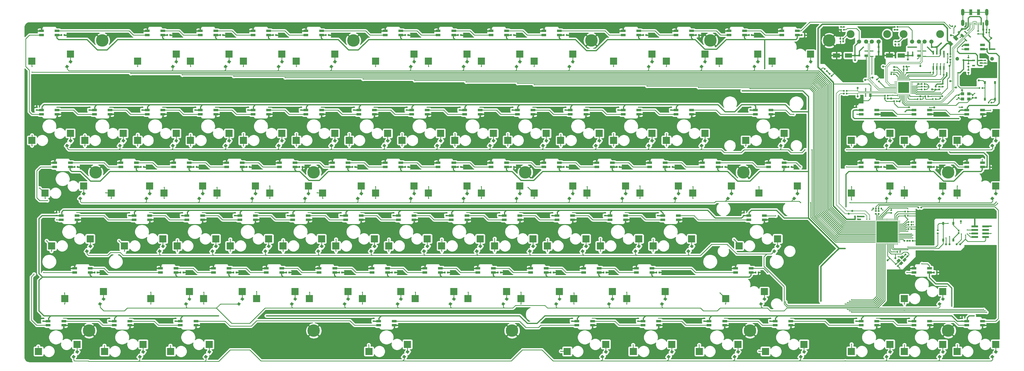
<source format=gbr>
G04 #@! TF.GenerationSoftware,KiCad,Pcbnew,(5.1.8)-1*
G04 #@! TF.CreationDate,2021-04-06T16:32:37+02:00*
G04 #@! TF.ProjectId,Keyboard_80_with_USB_HUB_V3,4b657962-6f61-4726-945f-3830255f7769,rev?*
G04 #@! TF.SameCoordinates,Original*
G04 #@! TF.FileFunction,Copper,L2,Bot*
G04 #@! TF.FilePolarity,Positive*
%FSLAX46Y46*%
G04 Gerber Fmt 4.6, Leading zero omitted, Abs format (unit mm)*
G04 Created by KiCad (PCBNEW (5.1.8)-1) date 2021-04-06 16:32:37*
%MOMM*%
%LPD*%
G01*
G04 APERTURE LIST*
G04 #@! TA.AperFunction,SMDPad,CuDef*
%ADD10R,7.600000X7.600000*%
G04 #@! TD*
G04 #@! TA.AperFunction,SMDPad,CuDef*
%ADD11R,0.249200X0.854800*%
G04 #@! TD*
G04 #@! TA.AperFunction,SMDPad,CuDef*
%ADD12R,0.854800X0.249200*%
G04 #@! TD*
G04 #@! TA.AperFunction,SMDPad,CuDef*
%ADD13R,0.600000X0.700000*%
G04 #@! TD*
G04 #@! TA.AperFunction,SMDPad,CuDef*
%ADD14R,0.700000X0.600000*%
G04 #@! TD*
G04 #@! TA.AperFunction,SMDPad,CuDef*
%ADD15R,0.700000X1.000000*%
G04 #@! TD*
G04 #@! TA.AperFunction,SMDPad,CuDef*
%ADD16R,3.860800X3.860800*%
G04 #@! TD*
G04 #@! TA.AperFunction,SMDPad,CuDef*
%ADD17R,0.254000X1.066800*%
G04 #@! TD*
G04 #@! TA.AperFunction,SMDPad,CuDef*
%ADD18R,1.066800X0.254000*%
G04 #@! TD*
G04 #@! TA.AperFunction,SMDPad,CuDef*
%ADD19R,1.800000X0.820000*%
G04 #@! TD*
G04 #@! TA.AperFunction,SMDPad,CuDef*
%ADD20R,1.003300X0.508000*%
G04 #@! TD*
G04 #@! TA.AperFunction,SMDPad,CuDef*
%ADD21C,0.100000*%
G04 #@! TD*
G04 #@! TA.AperFunction,SMDPad,CuDef*
%ADD22R,0.800000X0.655600*%
G04 #@! TD*
G04 #@! TA.AperFunction,SMDPad,CuDef*
%ADD23R,0.655600X0.800000*%
G04 #@! TD*
G04 #@! TA.AperFunction,SMDPad,CuDef*
%ADD24R,1.168400X0.431800*%
G04 #@! TD*
G04 #@! TA.AperFunction,SMDPad,CuDef*
%ADD25R,1.168400X0.838200*%
G04 #@! TD*
G04 #@! TA.AperFunction,SMDPad,CuDef*
%ADD26R,0.431800X1.168400*%
G04 #@! TD*
G04 #@! TA.AperFunction,SMDPad,CuDef*
%ADD27R,0.838200X1.168400*%
G04 #@! TD*
G04 #@! TA.AperFunction,SMDPad,CuDef*
%ADD28R,1.300000X1.100000*%
G04 #@! TD*
G04 #@! TA.AperFunction,SMDPad,CuDef*
%ADD29R,2.641600X1.600200*%
G04 #@! TD*
G04 #@! TA.AperFunction,SMDPad,CuDef*
%ADD30R,0.533400X1.460500*%
G04 #@! TD*
G04 #@! TA.AperFunction,ComponentPad*
%ADD31C,4.500000*%
G04 #@! TD*
G04 #@! TA.AperFunction,ComponentPad*
%ADD32C,2.819400*%
G04 #@! TD*
G04 #@! TA.AperFunction,ComponentPad*
%ADD33C,1.498600*%
G04 #@! TD*
G04 #@! TA.AperFunction,ComponentPad*
%ADD34O,1.200000X2.400000*%
G04 #@! TD*
G04 #@! TA.AperFunction,ComponentPad*
%ADD35O,1.158000X2.316000*%
G04 #@! TD*
G04 #@! TA.AperFunction,SMDPad,CuDef*
%ADD36R,1.000000X2.000000*%
G04 #@! TD*
G04 #@! TA.AperFunction,SMDPad,CuDef*
%ADD37R,0.270000X1.000000*%
G04 #@! TD*
G04 #@! TA.AperFunction,SMDPad,CuDef*
%ADD38R,0.520000X1.000000*%
G04 #@! TD*
G04 #@! TA.AperFunction,WasherPad*
%ADD39C,0.100000*%
G04 #@! TD*
G04 #@! TA.AperFunction,SMDPad,CuDef*
%ADD40R,2.550000X2.500000*%
G04 #@! TD*
G04 #@! TA.AperFunction,SMDPad,CuDef*
%ADD41R,2.400000X0.740000*%
G04 #@! TD*
G04 #@! TA.AperFunction,SMDPad,CuDef*
%ADD42C,0.750000*%
G04 #@! TD*
G04 #@! TA.AperFunction,ViaPad*
%ADD43C,0.450000*%
G04 #@! TD*
G04 #@! TA.AperFunction,Conductor*
%ADD44C,0.254000*%
G04 #@! TD*
G04 #@! TA.AperFunction,Conductor*
%ADD45C,0.381000*%
G04 #@! TD*
G04 #@! TA.AperFunction,Conductor*
%ADD46C,0.406400*%
G04 #@! TD*
G04 #@! TA.AperFunction,Conductor*
%ADD47C,0.508000*%
G04 #@! TD*
G04 #@! TA.AperFunction,Conductor*
%ADD48C,0.279400*%
G04 #@! TD*
G04 #@! TA.AperFunction,Conductor*
%ADD49C,0.127000*%
G04 #@! TD*
G04 #@! TA.AperFunction,Conductor*
%ADD50C,0.100000*%
G04 #@! TD*
G04 APERTURE END LIST*
D10*
X301000000Y-66500000D03*
D11*
X304750000Y-62122600D03*
X304250001Y-62122600D03*
X303750000Y-62122600D03*
X303250001Y-62122600D03*
X302749999Y-62122600D03*
X302250000Y-62122600D03*
X301750001Y-62122600D03*
X301250000Y-62122600D03*
X300750000Y-62122600D03*
X300249999Y-62122600D03*
X299750000Y-62122600D03*
X299250001Y-62122600D03*
X298749999Y-62122600D03*
X298250000Y-62122600D03*
X297749999Y-62122600D03*
X297250000Y-62122600D03*
D12*
X296622600Y-62750000D03*
X296622600Y-63249999D03*
X296622600Y-63750000D03*
X296622600Y-64249999D03*
X296622600Y-64750001D03*
X296622600Y-65250000D03*
X296622600Y-65749999D03*
X296622600Y-66250000D03*
X296622600Y-66750000D03*
X296622600Y-67250001D03*
X296622600Y-67750000D03*
X296622600Y-68249999D03*
X296622600Y-68750001D03*
X296622600Y-69250000D03*
X296622600Y-69750001D03*
X296622600Y-70250000D03*
D11*
X297250000Y-70877400D03*
X297749999Y-70877400D03*
X298250000Y-70877400D03*
X298749999Y-70877400D03*
X299250001Y-70877400D03*
X299750000Y-70877400D03*
X300249999Y-70877400D03*
X300750000Y-70877400D03*
X301250000Y-70877400D03*
X301750001Y-70877400D03*
X302250000Y-70877400D03*
X302749999Y-70877400D03*
X303250001Y-70877400D03*
X303750000Y-70877400D03*
X304250001Y-70877400D03*
X304750000Y-70877400D03*
D12*
X305377400Y-70250000D03*
X305377400Y-69750001D03*
X305377400Y-69250000D03*
X305377400Y-68750001D03*
X305377400Y-68249999D03*
X305377400Y-67750000D03*
X305377400Y-67250001D03*
X305377400Y-66750000D03*
X305377400Y-66250000D03*
X305377400Y-65749999D03*
X305377400Y-65250000D03*
X305377400Y-64750001D03*
X305377400Y-64249999D03*
X305377400Y-63750000D03*
X305377400Y-63249999D03*
X305377400Y-62750000D03*
D13*
X17275000Y-81170000D03*
X16275000Y-81170000D03*
X48150000Y-81170000D03*
X47150000Y-81170000D03*
X67150000Y-81170000D03*
X66150000Y-81170000D03*
X86150000Y-81170000D03*
X85150000Y-81170000D03*
X105150000Y-81170000D03*
X104150000Y-81170000D03*
X124150000Y-81170000D03*
X123150000Y-81170000D03*
X143150000Y-81170000D03*
X142150000Y-81170000D03*
X162150000Y-81170000D03*
X161150000Y-81170000D03*
X181150000Y-81170000D03*
X180150000Y-81170000D03*
X200150000Y-81170000D03*
X199150000Y-81170000D03*
X219150000Y-81170000D03*
X218150000Y-81170000D03*
X254775000Y-81170000D03*
X253775000Y-81170000D03*
X318900000Y-81170000D03*
X317900000Y-81170000D03*
X10150000Y-43170000D03*
X9150000Y-43170000D03*
X33900000Y-43170000D03*
X32900000Y-43170000D03*
X52900000Y-43170000D03*
X51900000Y-43170000D03*
X71900000Y-43170000D03*
X70900000Y-43170000D03*
X90900000Y-43170000D03*
X89900000Y-43170000D03*
X109900000Y-43170000D03*
X108900000Y-43170000D03*
X128900000Y-43170000D03*
X127900000Y-43170000D03*
X147900000Y-43170000D03*
X146900000Y-43170000D03*
X166900000Y-43170000D03*
X165900000Y-43170000D03*
X185900000Y-43170000D03*
X184900000Y-43170000D03*
X204900000Y-43170000D03*
X203900000Y-43170000D03*
X223900000Y-43170000D03*
X222900000Y-43170000D03*
X242900000Y-43170000D03*
X241900000Y-43170000D03*
X266650000Y-43170000D03*
X265650000Y-43170000D03*
X299900000Y-43170000D03*
X298900000Y-43170000D03*
X318900000Y-43170000D03*
X317900000Y-43170000D03*
X337900000Y-43170000D03*
X336900000Y-43170000D03*
X5400000Y4330000D03*
X4400000Y4330000D03*
X43400000Y4330000D03*
X42400000Y4330000D03*
X62400000Y4330000D03*
X61400000Y4330000D03*
X81400000Y4330000D03*
X80400000Y4330000D03*
X100400000Y4330000D03*
X99400000Y4330000D03*
X128900000Y4330000D03*
X127900000Y4330000D03*
X147900000Y4330000D03*
X146900000Y4330000D03*
X166900000Y4330000D03*
X165900000Y4330000D03*
X185900000Y4330000D03*
X184900000Y4330000D03*
X214400000Y4330000D03*
X213400000Y4330000D03*
X233400000Y4330000D03*
X232400000Y4330000D03*
X252400000Y4330000D03*
X251400000Y4330000D03*
X271400000Y4330000D03*
X270400000Y4330000D03*
X337900000Y-750000D03*
X336900000Y-750000D03*
D14*
X-4560000Y-21670000D03*
X-4560000Y-22670000D03*
X14440000Y-21670000D03*
X14440000Y-22670000D03*
X33440000Y-21670000D03*
X33440000Y-22670000D03*
X52440000Y-21670000D03*
X52440000Y-22670000D03*
X71440000Y-21670000D03*
X71440000Y-22670000D03*
X90440000Y-21670000D03*
X90440000Y-22670000D03*
X109440000Y-21670000D03*
X109440000Y-22670000D03*
X128440000Y-21670000D03*
X128440000Y-22670000D03*
X147440000Y-21670000D03*
X147440000Y-22670000D03*
X166440000Y-21670000D03*
X166440000Y-22670000D03*
X185440000Y-21670000D03*
X185440000Y-22670000D03*
X204440000Y-21670000D03*
X204440000Y-22670000D03*
X223440000Y-21670000D03*
X223440000Y-22670000D03*
X251940000Y-21670000D03*
X251940000Y-22670000D03*
X289940000Y-21670000D03*
X289940000Y-22670000D03*
X308940000Y-21670000D03*
X308940000Y-22670000D03*
X327940000Y-21670000D03*
X327940000Y-22670000D03*
X2565000Y-59670000D03*
X2565000Y-60670000D03*
X28690000Y-59670000D03*
X28690000Y-60670000D03*
X47690000Y-59670000D03*
X47690000Y-60670000D03*
X66690000Y-59670000D03*
X66690000Y-60670000D03*
X85690000Y-59670000D03*
X85690000Y-60670000D03*
X104690000Y-59670000D03*
X104690000Y-60670000D03*
X123690000Y-59670000D03*
X123690000Y-60670000D03*
X142690000Y-59670000D03*
X142690000Y-60670000D03*
X161690000Y-59670000D03*
X161690000Y-60670000D03*
X180690000Y-59670000D03*
X180690000Y-60670000D03*
X199690000Y-59670000D03*
X199690000Y-60670000D03*
X218690000Y-59670000D03*
X218690000Y-60670000D03*
X249565000Y-59670000D03*
X249565000Y-60670000D03*
X-2185000Y-97670000D03*
X-2185000Y-98670000D03*
X21565000Y-97670000D03*
X21565000Y-98670000D03*
X45315000Y-97670000D03*
X45315000Y-98670000D03*
X116565000Y-97670000D03*
X116565000Y-98670000D03*
X187815000Y-97670000D03*
X187815000Y-98670000D03*
X211565000Y-97670000D03*
X211565000Y-98670000D03*
X235315000Y-97670000D03*
X235315000Y-98670000D03*
X259065000Y-97670000D03*
X259065000Y-98670000D03*
X289940000Y-97670000D03*
X289940000Y-98670000D03*
X308940000Y-97670000D03*
X308940000Y-98670000D03*
X327940000Y-97670000D03*
X327940000Y-98670000D03*
D15*
X339850000Y-18750000D03*
X339850000Y-12750000D03*
X336150000Y-18750000D03*
X336150000Y-12750000D03*
X324850000Y-69500000D03*
X324850000Y-63500000D03*
X321150000Y-69500000D03*
X321150000Y-63500000D03*
D16*
X307000000Y-14500000D03*
D17*
X304968000Y-17344800D03*
X305476000Y-17344800D03*
X305984000Y-17344800D03*
X306492000Y-17344800D03*
X307000000Y-17344800D03*
X307508000Y-17344800D03*
X308016000Y-17344800D03*
X308524000Y-17344800D03*
X309032000Y-17344800D03*
D18*
X309844800Y-16532000D03*
X309844800Y-16024000D03*
X309844800Y-15516000D03*
X309844800Y-15008000D03*
X309844800Y-14500000D03*
X309844800Y-13992000D03*
X309844800Y-13484000D03*
X309844800Y-12976000D03*
X309844800Y-12468000D03*
D17*
X309032000Y-11655200D03*
X308524000Y-11655200D03*
X308016000Y-11655200D03*
X307508000Y-11655200D03*
X307000000Y-11655200D03*
X306492000Y-11655200D03*
X305984000Y-11655200D03*
X305476000Y-11655200D03*
X304968000Y-11655200D03*
D18*
X304155200Y-12468000D03*
X304155200Y-12976000D03*
X304155200Y-13484000D03*
X304155200Y-13992000D03*
X304155200Y-14500000D03*
X304155200Y-15008000D03*
X304155200Y-15516000D03*
X304155200Y-16024000D03*
X304155200Y-16532000D03*
D19*
X335300000Y-22670000D03*
X335300000Y-24170000D03*
X329700000Y-24170000D03*
X329700000Y-22670000D03*
X2800000Y-22670000D03*
X2800000Y-24170000D03*
X-2800000Y-24170000D03*
X-2800000Y-22670000D03*
X21800000Y-22670000D03*
X21800000Y-24170000D03*
X16200000Y-24170000D03*
X16200000Y-22670000D03*
X40800000Y-22670000D03*
X40800000Y-24170000D03*
X35200000Y-24170000D03*
X35200000Y-22670000D03*
X59800000Y-22670000D03*
X59800000Y-24170000D03*
X54200000Y-24170000D03*
X54200000Y-22670000D03*
X78800000Y-22670000D03*
X78800000Y-24170000D03*
X73200000Y-24170000D03*
X73200000Y-22670000D03*
X97800000Y-22670000D03*
X97800000Y-24170000D03*
X92200000Y-24170000D03*
X92200000Y-22670000D03*
X116800000Y-22670000D03*
X116800000Y-24170000D03*
X111200000Y-24170000D03*
X111200000Y-22670000D03*
X135800000Y-22670000D03*
X135800000Y-24170000D03*
X130200000Y-24170000D03*
X130200000Y-22670000D03*
X154800000Y-22670000D03*
X154800000Y-24170000D03*
X149200000Y-24170000D03*
X149200000Y-22670000D03*
X173800000Y-22670000D03*
X173800000Y-24170000D03*
X168200000Y-24170000D03*
X168200000Y-22670000D03*
X192800000Y-22670000D03*
X192800000Y-24170000D03*
X187200000Y-24170000D03*
X187200000Y-22670000D03*
X211800000Y-22670000D03*
X211800000Y-24170000D03*
X206200000Y-24170000D03*
X206200000Y-22670000D03*
X230800000Y-22670000D03*
X230800000Y-24170000D03*
X225200000Y-24170000D03*
X225200000Y-22670000D03*
X259300000Y-22670000D03*
X259300000Y-24170000D03*
X253700000Y-24170000D03*
X253700000Y-22670000D03*
X297300000Y-22670000D03*
X297300000Y-24170000D03*
X291700000Y-24170000D03*
X291700000Y-22670000D03*
X316300000Y-22670000D03*
X316300000Y-24170000D03*
X310700000Y-24170000D03*
X310700000Y-22670000D03*
X9925000Y-60670000D03*
X9925000Y-62170000D03*
X4325000Y-62170000D03*
X4325000Y-60670000D03*
X36050000Y-60670000D03*
X36050000Y-62170000D03*
X30450000Y-62170000D03*
X30450000Y-60670000D03*
X55050000Y-60670000D03*
X55050000Y-62170000D03*
X49450000Y-62170000D03*
X49450000Y-60670000D03*
X74050000Y-60670000D03*
X74050000Y-62170000D03*
X68450000Y-62170000D03*
X68450000Y-60670000D03*
X93050000Y-60670000D03*
X93050000Y-62170000D03*
X87450000Y-62170000D03*
X87450000Y-60670000D03*
X112050000Y-60670000D03*
X112050000Y-62170000D03*
X106450000Y-62170000D03*
X106450000Y-60670000D03*
X131050000Y-60670000D03*
X131050000Y-62170000D03*
X125450000Y-62170000D03*
X125450000Y-60670000D03*
X150050000Y-60670000D03*
X150050000Y-62170000D03*
X144450000Y-62170000D03*
X144450000Y-60670000D03*
X169050000Y-60670000D03*
X169050000Y-62170000D03*
X163450000Y-62170000D03*
X163450000Y-60670000D03*
X188050000Y-60670000D03*
X188050000Y-62170000D03*
X182450000Y-62170000D03*
X182450000Y-60670000D03*
X207050000Y-60670000D03*
X207050000Y-62170000D03*
X201450000Y-62170000D03*
X201450000Y-60670000D03*
X226050000Y-60670000D03*
X226050000Y-62170000D03*
X220450000Y-62170000D03*
X220450000Y-60670000D03*
X256925000Y-60670000D03*
X256925000Y-62170000D03*
X251325000Y-62170000D03*
X251325000Y-60670000D03*
X5175000Y-98670000D03*
X5175000Y-100170000D03*
X-425000Y-100170000D03*
X-425000Y-98670000D03*
X28925000Y-98670000D03*
X28925000Y-100170000D03*
X23325000Y-100170000D03*
X23325000Y-98670000D03*
X52675000Y-98670000D03*
X52675000Y-100170000D03*
X47075000Y-100170000D03*
X47075000Y-98670000D03*
X123925000Y-98670000D03*
X123925000Y-100170000D03*
X118325000Y-100170000D03*
X118325000Y-98670000D03*
X195175000Y-98670000D03*
X195175000Y-100170000D03*
X189575000Y-100170000D03*
X189575000Y-98670000D03*
X218925000Y-98670000D03*
X218925000Y-100170000D03*
X213325000Y-100170000D03*
X213325000Y-98670000D03*
X242675000Y-98670000D03*
X242675000Y-100170000D03*
X237075000Y-100170000D03*
X237075000Y-98670000D03*
X266425000Y-98670000D03*
X266425000Y-100170000D03*
X260825000Y-100170000D03*
X260825000Y-98670000D03*
X297300000Y-98670000D03*
X297300000Y-100170000D03*
X291700000Y-100170000D03*
X291700000Y-98670000D03*
X316300000Y-98670000D03*
X316300000Y-100170000D03*
X310700000Y-100170000D03*
X310700000Y-98670000D03*
X335300000Y-98670000D03*
X335300000Y-100170000D03*
X329700000Y-100170000D03*
X329700000Y-98670000D03*
X329700000Y-750000D03*
X329700000Y750000D03*
X335300000Y750000D03*
X335300000Y-750000D03*
X263200000Y4330000D03*
X263200000Y5830000D03*
X268800000Y5830000D03*
X268800000Y4330000D03*
X244200000Y4330000D03*
X244200000Y5830000D03*
X249800000Y5830000D03*
X249800000Y4330000D03*
X225200000Y4330000D03*
X225200000Y5830000D03*
X230800000Y5830000D03*
X230800000Y4330000D03*
X206200000Y4330000D03*
X206200000Y5830000D03*
X211800000Y5830000D03*
X211800000Y4330000D03*
X177700000Y4330000D03*
X177700000Y5830000D03*
X183300000Y5830000D03*
X183300000Y4330000D03*
X158700000Y4330000D03*
X158700000Y5830000D03*
X164300000Y5830000D03*
X164300000Y4330000D03*
X139700000Y4330000D03*
X139700000Y5830000D03*
X145300000Y5830000D03*
X145300000Y4330000D03*
X120700000Y4330000D03*
X120700000Y5830000D03*
X126300000Y5830000D03*
X126300000Y4330000D03*
X92200000Y4330000D03*
X92200000Y5830000D03*
X97800000Y5830000D03*
X97800000Y4330000D03*
X73200000Y4330000D03*
X73200000Y5830000D03*
X78800000Y5830000D03*
X78800000Y4330000D03*
X54200000Y4330000D03*
X54200000Y5830000D03*
X59800000Y5830000D03*
X59800000Y4330000D03*
X35200000Y4330000D03*
X35200000Y5830000D03*
X40800000Y5830000D03*
X40800000Y4330000D03*
X-2800000Y4330000D03*
X-2800000Y5830000D03*
X2800000Y5830000D03*
X2800000Y4330000D03*
X329700000Y-43170000D03*
X329700000Y-41670000D03*
X335300000Y-41670000D03*
X335300000Y-43170000D03*
X310700000Y-43170000D03*
X310700000Y-41670000D03*
X316300000Y-41670000D03*
X316300000Y-43170000D03*
X291700000Y-43170000D03*
X291700000Y-41670000D03*
X297300000Y-41670000D03*
X297300000Y-43170000D03*
X258450000Y-43170000D03*
X258450000Y-41670000D03*
X264050000Y-41670000D03*
X264050000Y-43170000D03*
X234700000Y-43170000D03*
X234700000Y-41670000D03*
X240300000Y-41670000D03*
X240300000Y-43170000D03*
X215700000Y-43170000D03*
X215700000Y-41670000D03*
X221300000Y-41670000D03*
X221300000Y-43170000D03*
X196700000Y-43170000D03*
X196700000Y-41670000D03*
X202300000Y-41670000D03*
X202300000Y-43170000D03*
X177700000Y-43170000D03*
X177700000Y-41670000D03*
X183300000Y-41670000D03*
X183300000Y-43170000D03*
X158700000Y-43170000D03*
X158700000Y-41670000D03*
X164300000Y-41670000D03*
X164300000Y-43170000D03*
X139700000Y-43170000D03*
X139700000Y-41670000D03*
X145300000Y-41670000D03*
X145300000Y-43170000D03*
X120700000Y-43170000D03*
X120700000Y-41670000D03*
X126300000Y-41670000D03*
X126300000Y-43170000D03*
X101700000Y-43170000D03*
X101700000Y-41670000D03*
X107300000Y-41670000D03*
X107300000Y-43170000D03*
X82700000Y-43170000D03*
X82700000Y-41670000D03*
X88300000Y-41670000D03*
X88300000Y-43170000D03*
X63700000Y-43170000D03*
X63700000Y-41670000D03*
X69300000Y-41670000D03*
X69300000Y-43170000D03*
X44700000Y-43170000D03*
X44700000Y-41670000D03*
X50300000Y-41670000D03*
X50300000Y-43170000D03*
X25700000Y-43170000D03*
X25700000Y-41670000D03*
X31300000Y-41670000D03*
X31300000Y-43170000D03*
X1950000Y-43170000D03*
X1950000Y-41670000D03*
X7550000Y-41670000D03*
X7550000Y-43170000D03*
X310700000Y-81170000D03*
X310700000Y-79670000D03*
X316300000Y-79670000D03*
X316300000Y-81170000D03*
X246575000Y-81170000D03*
X246575000Y-79670000D03*
X252175000Y-79670000D03*
X252175000Y-81170000D03*
X210950000Y-81170000D03*
X210950000Y-79670000D03*
X216550000Y-79670000D03*
X216550000Y-81170000D03*
X191950000Y-81170000D03*
X191950000Y-79670000D03*
X197550000Y-79670000D03*
X197550000Y-81170000D03*
X172950000Y-81170000D03*
X172950000Y-79670000D03*
X178550000Y-79670000D03*
X178550000Y-81170000D03*
X153950000Y-81170000D03*
X153950000Y-79670000D03*
X159550000Y-79670000D03*
X159550000Y-81170000D03*
X134950000Y-81170000D03*
X134950000Y-79670000D03*
X140550000Y-79670000D03*
X140550000Y-81170000D03*
X115950000Y-81170000D03*
X115950000Y-79670000D03*
X121550000Y-79670000D03*
X121550000Y-81170000D03*
X96950000Y-81170000D03*
X96950000Y-79670000D03*
X102550000Y-79670000D03*
X102550000Y-81170000D03*
X77950000Y-81170000D03*
X77950000Y-79670000D03*
X83550000Y-79670000D03*
X83550000Y-81170000D03*
X58950000Y-81170000D03*
X58950000Y-79670000D03*
X64550000Y-79670000D03*
X64550000Y-81170000D03*
X39950000Y-81170000D03*
X39950000Y-79670000D03*
X45550000Y-79670000D03*
X45550000Y-81170000D03*
X9075000Y-81170000D03*
X9075000Y-79670000D03*
X14675000Y-79670000D03*
X14675000Y-81170000D03*
G04 #@! TA.AperFunction,SMDPad,CuDef*
G36*
G01*
X303577500Y6545000D02*
X303922500Y6545000D01*
G75*
G02*
X304070000Y6397500I0J-147500D01*
G01*
X304070000Y6102500D01*
G75*
G02*
X303922500Y5955000I-147500J0D01*
G01*
X303577500Y5955000D01*
G75*
G02*
X303430000Y6102500I0J147500D01*
G01*
X303430000Y6397500D01*
G75*
G02*
X303577500Y6545000I147500J0D01*
G01*
G37*
G04 #@! TD.AperFunction*
G04 #@! TA.AperFunction,SMDPad,CuDef*
G36*
G01*
X303577500Y7515000D02*
X303922500Y7515000D01*
G75*
G02*
X304070000Y7367500I0J-147500D01*
G01*
X304070000Y7072500D01*
G75*
G02*
X303922500Y6925000I-147500J0D01*
G01*
X303577500Y6925000D01*
G75*
G02*
X303430000Y7072500I0J147500D01*
G01*
X303430000Y7367500D01*
G75*
G02*
X303577500Y7515000I147500J0D01*
G01*
G37*
G04 #@! TD.AperFunction*
D20*
X332147450Y-4799999D03*
X332147450Y-6700001D03*
X334852550Y-6700001D03*
X334852550Y-5750000D03*
X334852550Y-4799999D03*
G04 #@! TA.AperFunction,SMDPad,CuDef*
D21*
G36*
X328051053Y5985368D02*
G01*
X327485368Y6551053D01*
X327948947Y7014632D01*
X328514632Y6448947D01*
X328051053Y5985368D01*
G37*
G04 #@! TD.AperFunction*
G04 #@! TA.AperFunction,SMDPad,CuDef*
G36*
X326880367Y4814682D02*
G01*
X326314682Y5380367D01*
X326778261Y5843946D01*
X327343946Y5278261D01*
X326880367Y4814682D01*
G37*
G04 #@! TD.AperFunction*
D22*
X335600000Y6250000D03*
X335600000Y4594400D03*
D23*
X310155600Y-3000000D03*
X308500000Y-3000000D03*
X289422200Y-3000000D03*
X291077800Y-3000000D03*
D22*
X298000000Y0D03*
X298000000Y-1655600D03*
D23*
X317094400Y0D03*
X318750000Y0D03*
G04 #@! TA.AperFunction,SMDPad,CuDef*
D21*
G36*
X323609507Y2276940D02*
G01*
X324776940Y1109507D01*
X323950757Y283324D01*
X322783324Y1450757D01*
X323609507Y2276940D01*
G37*
G04 #@! TD.AperFunction*
G04 #@! TA.AperFunction,SMDPad,CuDef*
G36*
X325549243Y4216676D02*
G01*
X326716676Y3049243D01*
X325890493Y2223060D01*
X324723060Y3390493D01*
X325549243Y4216676D01*
G37*
G04 #@! TD.AperFunction*
G04 #@! TA.AperFunction,SMDPad,CuDef*
G36*
X329557095Y2044071D02*
G01*
X328730912Y2870254D01*
X329036241Y3175583D01*
X329862424Y2349400D01*
X329557095Y2044071D01*
G37*
G04 #@! TD.AperFunction*
G04 #@! TA.AperFunction,SMDPad,CuDef*
G36*
X330900600Y3387576D02*
G01*
X330074417Y4213759D01*
X330379746Y4519088D01*
X331205929Y3692905D01*
X330900600Y3387576D01*
G37*
G04 #@! TD.AperFunction*
G04 #@! TA.AperFunction,SMDPad,CuDef*
G36*
X329463758Y4824416D02*
G01*
X328637575Y5650599D01*
X328942904Y5955928D01*
X329769087Y5129745D01*
X329463758Y4824416D01*
G37*
G04 #@! TD.AperFunction*
G04 #@! TA.AperFunction,SMDPad,CuDef*
G36*
X328120255Y3480913D02*
G01*
X327294072Y4307096D01*
X327886769Y4899793D01*
X328712952Y4073610D01*
X328120255Y3480913D01*
G37*
G04 #@! TD.AperFunction*
D24*
X314516000Y-3325001D03*
X314516000Y-1424999D03*
X312484000Y-1425000D03*
D25*
X312484000Y-3121800D03*
D24*
X295516000Y-3325001D03*
X295516000Y-1424999D03*
X293484000Y-1425000D03*
D25*
X293484000Y-3121800D03*
D26*
X295200001Y-15262000D03*
X293299999Y-15262000D03*
X293300000Y-17294000D03*
D27*
X294996800Y-17294000D03*
D28*
X330400000Y-16850000D03*
X328100000Y-16850000D03*
X328100000Y-18650000D03*
X330400000Y-18650000D03*
G04 #@! TA.AperFunction,SMDPad,CuDef*
D21*
G36*
X306037868Y-78588477D02*
G01*
X305330762Y-77881371D01*
X306179290Y-77032843D01*
X306886396Y-77739949D01*
X306037868Y-78588477D01*
G37*
G04 #@! TD.AperFunction*
G04 #@! TA.AperFunction,SMDPad,CuDef*
G36*
X307239949Y-77386396D02*
G01*
X306532843Y-76679290D01*
X307381371Y-75830762D01*
X308088477Y-76537868D01*
X307239949Y-77386396D01*
G37*
G04 #@! TD.AperFunction*
G04 #@! TA.AperFunction,SMDPad,CuDef*
G36*
X306320710Y-76467157D02*
G01*
X305613604Y-75760051D01*
X306462132Y-74911523D01*
X307169238Y-75618629D01*
X306320710Y-76467157D01*
G37*
G04 #@! TD.AperFunction*
G04 #@! TA.AperFunction,SMDPad,CuDef*
G36*
X305118629Y-77669238D02*
G01*
X304411523Y-76962132D01*
X305260051Y-76113604D01*
X305967157Y-76820710D01*
X305118629Y-77669238D01*
G37*
G04 #@! TD.AperFunction*
G04 #@! TA.AperFunction,SMDPad,CuDef*
G36*
G01*
X337030000Y5420000D02*
X337030000Y5080000D01*
G75*
G02*
X336890000Y4940000I-140000J0D01*
G01*
X336610000Y4940000D01*
G75*
G02*
X336470000Y5080000I0J140000D01*
G01*
X336470000Y5420000D01*
G75*
G02*
X336610000Y5560000I140000J0D01*
G01*
X336890000Y5560000D01*
G75*
G02*
X337030000Y5420000I0J-140000D01*
G01*
G37*
G04 #@! TD.AperFunction*
G04 #@! TA.AperFunction,SMDPad,CuDef*
G36*
G01*
X337990000Y5420000D02*
X337990000Y5080000D01*
G75*
G02*
X337850000Y4940000I-140000J0D01*
G01*
X337570000Y4940000D01*
G75*
G02*
X337430000Y5080000I0J140000D01*
G01*
X337430000Y5420000D01*
G75*
G02*
X337570000Y5560000I140000J0D01*
G01*
X337850000Y5560000D01*
G75*
G02*
X337990000Y5420000I0J-140000D01*
G01*
G37*
G04 #@! TD.AperFunction*
G04 #@! TA.AperFunction,SMDPad,CuDef*
G36*
G01*
X305420000Y1720000D02*
X305080000Y1720000D01*
G75*
G02*
X304940000Y1860000I0J140000D01*
G01*
X304940000Y2140000D01*
G75*
G02*
X305080000Y2280000I140000J0D01*
G01*
X305420000Y2280000D01*
G75*
G02*
X305560000Y2140000I0J-140000D01*
G01*
X305560000Y1860000D01*
G75*
G02*
X305420000Y1720000I-140000J0D01*
G01*
G37*
G04 #@! TD.AperFunction*
G04 #@! TA.AperFunction,SMDPad,CuDef*
G36*
G01*
X305420000Y760000D02*
X305080000Y760000D01*
G75*
G02*
X304940000Y900000I0J140000D01*
G01*
X304940000Y1180000D01*
G75*
G02*
X305080000Y1320000I140000J0D01*
G01*
X305420000Y1320000D01*
G75*
G02*
X305560000Y1180000I0J-140000D01*
G01*
X305560000Y900000D01*
G75*
G02*
X305420000Y760000I-140000J0D01*
G01*
G37*
G04 #@! TD.AperFunction*
G04 #@! TA.AperFunction,SMDPad,CuDef*
G36*
G01*
X284970000Y1830000D02*
X284970000Y2170000D01*
G75*
G02*
X285110000Y2310000I140000J0D01*
G01*
X285390000Y2310000D01*
G75*
G02*
X285530000Y2170000I0J-140000D01*
G01*
X285530000Y1830000D01*
G75*
G02*
X285390000Y1690000I-140000J0D01*
G01*
X285110000Y1690000D01*
G75*
G02*
X284970000Y1830000I0J140000D01*
G01*
G37*
G04 #@! TD.AperFunction*
G04 #@! TA.AperFunction,SMDPad,CuDef*
G36*
G01*
X284010000Y1830000D02*
X284010000Y2170000D01*
G75*
G02*
X284150000Y2310000I140000J0D01*
G01*
X284430000Y2310000D01*
G75*
G02*
X284570000Y2170000I0J-140000D01*
G01*
X284570000Y1830000D01*
G75*
G02*
X284430000Y1690000I-140000J0D01*
G01*
X284150000Y1690000D01*
G75*
G02*
X284010000Y1830000I0J140000D01*
G01*
G37*
G04 #@! TD.AperFunction*
G04 #@! TA.AperFunction,SMDPad,CuDef*
G36*
G01*
X314200000Y-14420000D02*
X314200000Y-14080000D01*
G75*
G02*
X314340000Y-13940000I140000J0D01*
G01*
X314620000Y-13940000D01*
G75*
G02*
X314760000Y-14080000I0J-140000D01*
G01*
X314760000Y-14420000D01*
G75*
G02*
X314620000Y-14560000I-140000J0D01*
G01*
X314340000Y-14560000D01*
G75*
G02*
X314200000Y-14420000I0J140000D01*
G01*
G37*
G04 #@! TD.AperFunction*
G04 #@! TA.AperFunction,SMDPad,CuDef*
G36*
G01*
X313240000Y-14420000D02*
X313240000Y-14080000D01*
G75*
G02*
X313380000Y-13940000I140000J0D01*
G01*
X313660000Y-13940000D01*
G75*
G02*
X313800000Y-14080000I0J-140000D01*
G01*
X313800000Y-14420000D01*
G75*
G02*
X313660000Y-14560000I-140000J0D01*
G01*
X313380000Y-14560000D01*
G75*
G02*
X313240000Y-14420000I0J140000D01*
G01*
G37*
G04 #@! TD.AperFunction*
G04 #@! TA.AperFunction,SMDPad,CuDef*
G36*
G01*
X308370000Y-8520000D02*
X308030000Y-8520000D01*
G75*
G02*
X307890000Y-8380000I0J140000D01*
G01*
X307890000Y-8100000D01*
G75*
G02*
X308030000Y-7960000I140000J0D01*
G01*
X308370000Y-7960000D01*
G75*
G02*
X308510000Y-8100000I0J-140000D01*
G01*
X308510000Y-8380000D01*
G75*
G02*
X308370000Y-8520000I-140000J0D01*
G01*
G37*
G04 #@! TD.AperFunction*
G04 #@! TA.AperFunction,SMDPad,CuDef*
G36*
G01*
X308370000Y-9480000D02*
X308030000Y-9480000D01*
G75*
G02*
X307890000Y-9340000I0J140000D01*
G01*
X307890000Y-9060000D01*
G75*
G02*
X308030000Y-8920000I140000J0D01*
G01*
X308370000Y-8920000D01*
G75*
G02*
X308510000Y-9060000I0J-140000D01*
G01*
X308510000Y-9340000D01*
G75*
G02*
X308370000Y-9480000I-140000J0D01*
G01*
G37*
G04 #@! TD.AperFunction*
G04 #@! TA.AperFunction,SMDPad,CuDef*
G36*
G01*
X303820000Y-19330000D02*
X303820000Y-19670000D01*
G75*
G02*
X303680000Y-19810000I-140000J0D01*
G01*
X303400000Y-19810000D01*
G75*
G02*
X303260000Y-19670000I0J140000D01*
G01*
X303260000Y-19330000D01*
G75*
G02*
X303400000Y-19190000I140000J0D01*
G01*
X303680000Y-19190000D01*
G75*
G02*
X303820000Y-19330000I0J-140000D01*
G01*
G37*
G04 #@! TD.AperFunction*
G04 #@! TA.AperFunction,SMDPad,CuDef*
G36*
G01*
X304780000Y-19330000D02*
X304780000Y-19670000D01*
G75*
G02*
X304640000Y-19810000I-140000J0D01*
G01*
X304360000Y-19810000D01*
G75*
G02*
X304220000Y-19670000I0J140000D01*
G01*
X304220000Y-19330000D01*
G75*
G02*
X304360000Y-19190000I140000J0D01*
G01*
X304640000Y-19190000D01*
G75*
G02*
X304780000Y-19330000I0J-140000D01*
G01*
G37*
G04 #@! TD.AperFunction*
G04 #@! TA.AperFunction,SMDPad,CuDef*
G36*
G01*
X300970000Y-17670000D02*
X300970000Y-17330000D01*
G75*
G02*
X301110000Y-17190000I140000J0D01*
G01*
X301390000Y-17190000D01*
G75*
G02*
X301530000Y-17330000I0J-140000D01*
G01*
X301530000Y-17670000D01*
G75*
G02*
X301390000Y-17810000I-140000J0D01*
G01*
X301110000Y-17810000D01*
G75*
G02*
X300970000Y-17670000I0J140000D01*
G01*
G37*
G04 #@! TD.AperFunction*
G04 #@! TA.AperFunction,SMDPad,CuDef*
G36*
G01*
X300010000Y-17670000D02*
X300010000Y-17330000D01*
G75*
G02*
X300150000Y-17190000I140000J0D01*
G01*
X300430000Y-17190000D01*
G75*
G02*
X300570000Y-17330000I0J-140000D01*
G01*
X300570000Y-17670000D01*
G75*
G02*
X300430000Y-17810000I-140000J0D01*
G01*
X300150000Y-17810000D01*
G75*
G02*
X300010000Y-17670000I0J140000D01*
G01*
G37*
G04 #@! TD.AperFunction*
G04 #@! TA.AperFunction,SMDPad,CuDef*
G36*
G01*
X303200000Y-9920000D02*
X303200000Y-9580000D01*
G75*
G02*
X303340000Y-9440000I140000J0D01*
G01*
X303620000Y-9440000D01*
G75*
G02*
X303760000Y-9580000I0J-140000D01*
G01*
X303760000Y-9920000D01*
G75*
G02*
X303620000Y-10060000I-140000J0D01*
G01*
X303340000Y-10060000D01*
G75*
G02*
X303200000Y-9920000I0J140000D01*
G01*
G37*
G04 #@! TD.AperFunction*
G04 #@! TA.AperFunction,SMDPad,CuDef*
G36*
G01*
X302240000Y-9920000D02*
X302240000Y-9580000D01*
G75*
G02*
X302380000Y-9440000I140000J0D01*
G01*
X302660000Y-9440000D01*
G75*
G02*
X302800000Y-9580000I0J-140000D01*
G01*
X302800000Y-9920000D01*
G75*
G02*
X302660000Y-10060000I-140000J0D01*
G01*
X302380000Y-10060000D01*
G75*
G02*
X302240000Y-9920000I0J140000D01*
G01*
G37*
G04 #@! TD.AperFunction*
G04 #@! TA.AperFunction,SMDPad,CuDef*
G36*
G01*
X297771213Y-12261629D02*
X298011629Y-12021213D01*
G75*
G02*
X298209619Y-12021213I98995J-98995D01*
G01*
X298407609Y-12219203D01*
G75*
G02*
X298407609Y-12417193I-98995J-98995D01*
G01*
X298167193Y-12657609D01*
G75*
G02*
X297969203Y-12657609I-98995J98995D01*
G01*
X297771213Y-12459619D01*
G75*
G02*
X297771213Y-12261629I98995J98995D01*
G01*
G37*
G04 #@! TD.AperFunction*
G04 #@! TA.AperFunction,SMDPad,CuDef*
G36*
G01*
X297092391Y-11582807D02*
X297332807Y-11342391D01*
G75*
G02*
X297530797Y-11342391I98995J-98995D01*
G01*
X297728787Y-11540381D01*
G75*
G02*
X297728787Y-11738371I-98995J-98995D01*
G01*
X297488371Y-11978787D01*
G75*
G02*
X297290381Y-11978787I-98995J98995D01*
G01*
X297092391Y-11780797D01*
G75*
G02*
X297092391Y-11582807I98995J98995D01*
G01*
G37*
G04 #@! TD.AperFunction*
G04 #@! TA.AperFunction,SMDPad,CuDef*
G36*
G01*
X312300000Y-18580000D02*
X312300000Y-18920000D01*
G75*
G02*
X312160000Y-19060000I-140000J0D01*
G01*
X311880000Y-19060000D01*
G75*
G02*
X311740000Y-18920000I0J140000D01*
G01*
X311740000Y-18580000D01*
G75*
G02*
X311880000Y-18440000I140000J0D01*
G01*
X312160000Y-18440000D01*
G75*
G02*
X312300000Y-18580000I0J-140000D01*
G01*
G37*
G04 #@! TD.AperFunction*
G04 #@! TA.AperFunction,SMDPad,CuDef*
G36*
G01*
X313260000Y-18580000D02*
X313260000Y-18920000D01*
G75*
G02*
X313120000Y-19060000I-140000J0D01*
G01*
X312840000Y-19060000D01*
G75*
G02*
X312700000Y-18920000I0J140000D01*
G01*
X312700000Y-18580000D01*
G75*
G02*
X312840000Y-18440000I140000J0D01*
G01*
X313120000Y-18440000D01*
G75*
G02*
X313260000Y-18580000I0J-140000D01*
G01*
G37*
G04 #@! TD.AperFunction*
G04 #@! TA.AperFunction,SMDPad,CuDef*
G36*
G01*
X338200000Y-20170000D02*
X338200000Y-19830000D01*
G75*
G02*
X338340000Y-19690000I140000J0D01*
G01*
X338620000Y-19690000D01*
G75*
G02*
X338760000Y-19830000I0J-140000D01*
G01*
X338760000Y-20170000D01*
G75*
G02*
X338620000Y-20310000I-140000J0D01*
G01*
X338340000Y-20310000D01*
G75*
G02*
X338200000Y-20170000I0J140000D01*
G01*
G37*
G04 #@! TD.AperFunction*
G04 #@! TA.AperFunction,SMDPad,CuDef*
G36*
G01*
X337240000Y-20170000D02*
X337240000Y-19830000D01*
G75*
G02*
X337380000Y-19690000I140000J0D01*
G01*
X337660000Y-19690000D01*
G75*
G02*
X337800000Y-19830000I0J-140000D01*
G01*
X337800000Y-20170000D01*
G75*
G02*
X337660000Y-20310000I-140000J0D01*
G01*
X337380000Y-20310000D01*
G75*
G02*
X337240000Y-20170000I0J140000D01*
G01*
G37*
G04 #@! TD.AperFunction*
G04 #@! TA.AperFunction,SMDPad,CuDef*
G36*
G01*
X296720000Y-58320000D02*
X296720000Y-57980000D01*
G75*
G02*
X296860000Y-57840000I140000J0D01*
G01*
X297140000Y-57840000D01*
G75*
G02*
X297280000Y-57980000I0J-140000D01*
G01*
X297280000Y-58320000D01*
G75*
G02*
X297140000Y-58460000I-140000J0D01*
G01*
X296860000Y-58460000D01*
G75*
G02*
X296720000Y-58320000I0J140000D01*
G01*
G37*
G04 #@! TD.AperFunction*
G04 #@! TA.AperFunction,SMDPad,CuDef*
G36*
G01*
X295760000Y-58320000D02*
X295760000Y-57980000D01*
G75*
G02*
X295900000Y-57840000I140000J0D01*
G01*
X296180000Y-57840000D01*
G75*
G02*
X296320000Y-57980000I0J-140000D01*
G01*
X296320000Y-58320000D01*
G75*
G02*
X296180000Y-58460000I-140000J0D01*
G01*
X295900000Y-58460000D01*
G75*
G02*
X295760000Y-58320000I0J140000D01*
G01*
G37*
G04 #@! TD.AperFunction*
G04 #@! TA.AperFunction,SMDPad,CuDef*
G36*
G01*
X305030000Y-73580000D02*
X305030000Y-73920000D01*
G75*
G02*
X304890000Y-74060000I-140000J0D01*
G01*
X304610000Y-74060000D01*
G75*
G02*
X304470000Y-73920000I0J140000D01*
G01*
X304470000Y-73580000D01*
G75*
G02*
X304610000Y-73440000I140000J0D01*
G01*
X304890000Y-73440000D01*
G75*
G02*
X305030000Y-73580000I0J-140000D01*
G01*
G37*
G04 #@! TD.AperFunction*
G04 #@! TA.AperFunction,SMDPad,CuDef*
G36*
G01*
X305990000Y-73580000D02*
X305990000Y-73920000D01*
G75*
G02*
X305850000Y-74060000I-140000J0D01*
G01*
X305570000Y-74060000D01*
G75*
G02*
X305430000Y-73920000I0J140000D01*
G01*
X305430000Y-73580000D01*
G75*
G02*
X305570000Y-73440000I140000J0D01*
G01*
X305850000Y-73440000D01*
G75*
G02*
X305990000Y-73580000I0J-140000D01*
G01*
G37*
G04 #@! TD.AperFunction*
G04 #@! TA.AperFunction,SMDPad,CuDef*
G36*
G01*
X302330000Y-59430000D02*
X302670000Y-59430000D01*
G75*
G02*
X302810000Y-59570000I0J-140000D01*
G01*
X302810000Y-59850000D01*
G75*
G02*
X302670000Y-59990000I-140000J0D01*
G01*
X302330000Y-59990000D01*
G75*
G02*
X302190000Y-59850000I0J140000D01*
G01*
X302190000Y-59570000D01*
G75*
G02*
X302330000Y-59430000I140000J0D01*
G01*
G37*
G04 #@! TD.AperFunction*
G04 #@! TA.AperFunction,SMDPad,CuDef*
G36*
G01*
X302330000Y-58470000D02*
X302670000Y-58470000D01*
G75*
G02*
X302810000Y-58610000I0J-140000D01*
G01*
X302810000Y-58890000D01*
G75*
G02*
X302670000Y-59030000I-140000J0D01*
G01*
X302330000Y-59030000D01*
G75*
G02*
X302190000Y-58890000I0J140000D01*
G01*
X302190000Y-58610000D01*
G75*
G02*
X302330000Y-58470000I140000J0D01*
G01*
G37*
G04 #@! TD.AperFunction*
G04 #@! TA.AperFunction,SMDPad,CuDef*
G36*
G01*
X298680000Y-58320000D02*
X298680000Y-57980000D01*
G75*
G02*
X298820000Y-57840000I140000J0D01*
G01*
X299100000Y-57840000D01*
G75*
G02*
X299240000Y-57980000I0J-140000D01*
G01*
X299240000Y-58320000D01*
G75*
G02*
X299100000Y-58460000I-140000J0D01*
G01*
X298820000Y-58460000D01*
G75*
G02*
X298680000Y-58320000I0J140000D01*
G01*
G37*
G04 #@! TD.AperFunction*
G04 #@! TA.AperFunction,SMDPad,CuDef*
G36*
G01*
X297720000Y-58320000D02*
X297720000Y-57980000D01*
G75*
G02*
X297860000Y-57840000I140000J0D01*
G01*
X298140000Y-57840000D01*
G75*
G02*
X298280000Y-57980000I0J-140000D01*
G01*
X298280000Y-58320000D01*
G75*
G02*
X298140000Y-58460000I-140000J0D01*
G01*
X297860000Y-58460000D01*
G75*
G02*
X297720000Y-58320000I0J140000D01*
G01*
G37*
G04 #@! TD.AperFunction*
G04 #@! TA.AperFunction,SMDPad,CuDef*
G36*
G01*
X308180000Y-60920000D02*
X308180000Y-60580000D01*
G75*
G02*
X308320000Y-60440000I140000J0D01*
G01*
X308600000Y-60440000D01*
G75*
G02*
X308740000Y-60580000I0J-140000D01*
G01*
X308740000Y-60920000D01*
G75*
G02*
X308600000Y-61060000I-140000J0D01*
G01*
X308320000Y-61060000D01*
G75*
G02*
X308180000Y-60920000I0J140000D01*
G01*
G37*
G04 #@! TD.AperFunction*
G04 #@! TA.AperFunction,SMDPad,CuDef*
G36*
G01*
X307220000Y-60920000D02*
X307220000Y-60580000D01*
G75*
G02*
X307360000Y-60440000I140000J0D01*
G01*
X307640000Y-60440000D01*
G75*
G02*
X307780000Y-60580000I0J-140000D01*
G01*
X307780000Y-60920000D01*
G75*
G02*
X307640000Y-61060000I-140000J0D01*
G01*
X307360000Y-61060000D01*
G75*
G02*
X307220000Y-60920000I0J140000D01*
G01*
G37*
G04 #@! TD.AperFunction*
G04 #@! TA.AperFunction,SMDPad,CuDef*
G36*
G01*
X308200000Y-59420000D02*
X308200000Y-59080000D01*
G75*
G02*
X308340000Y-58940000I140000J0D01*
G01*
X308620000Y-58940000D01*
G75*
G02*
X308760000Y-59080000I0J-140000D01*
G01*
X308760000Y-59420000D01*
G75*
G02*
X308620000Y-59560000I-140000J0D01*
G01*
X308340000Y-59560000D01*
G75*
G02*
X308200000Y-59420000I0J140000D01*
G01*
G37*
G04 #@! TD.AperFunction*
G04 #@! TA.AperFunction,SMDPad,CuDef*
G36*
G01*
X307240000Y-59420000D02*
X307240000Y-59080000D01*
G75*
G02*
X307380000Y-58940000I140000J0D01*
G01*
X307660000Y-58940000D01*
G75*
G02*
X307800000Y-59080000I0J-140000D01*
G01*
X307800000Y-59420000D01*
G75*
G02*
X307660000Y-59560000I-140000J0D01*
G01*
X307380000Y-59560000D01*
G75*
G02*
X307240000Y-59420000I0J140000D01*
G01*
G37*
G04 #@! TD.AperFunction*
G04 #@! TA.AperFunction,SMDPad,CuDef*
G36*
G01*
X326920000Y-66300000D02*
X326580000Y-66300000D01*
G75*
G02*
X326440000Y-66160000I0J140000D01*
G01*
X326440000Y-65880000D01*
G75*
G02*
X326580000Y-65740000I140000J0D01*
G01*
X326920000Y-65740000D01*
G75*
G02*
X327060000Y-65880000I0J-140000D01*
G01*
X327060000Y-66160000D01*
G75*
G02*
X326920000Y-66300000I-140000J0D01*
G01*
G37*
G04 #@! TD.AperFunction*
G04 #@! TA.AperFunction,SMDPad,CuDef*
G36*
G01*
X326920000Y-67260000D02*
X326580000Y-67260000D01*
G75*
G02*
X326440000Y-67120000I0J140000D01*
G01*
X326440000Y-66840000D01*
G75*
G02*
X326580000Y-66700000I140000J0D01*
G01*
X326920000Y-66700000D01*
G75*
G02*
X327060000Y-66840000I0J-140000D01*
G01*
X327060000Y-67120000D01*
G75*
G02*
X326920000Y-67260000I-140000J0D01*
G01*
G37*
G04 #@! TD.AperFunction*
D29*
X306133600Y-3000000D03*
X301866400Y-3000000D03*
X287133600Y-3000000D03*
X282866400Y-3000000D03*
D30*
X321405000Y-2025850D03*
X320135000Y-2025850D03*
X318865000Y-2025850D03*
X317595000Y-2025850D03*
X317595000Y-7474150D03*
X318865000Y-7474150D03*
X320135000Y-7474150D03*
X321405000Y-7474150D03*
D31*
X19000000Y2375000D03*
X16625000Y-45125000D03*
X14250000Y-102125000D03*
X109250000Y2375000D03*
X95000000Y-45125000D03*
X95000000Y-102125000D03*
X194750000Y2375000D03*
X171000000Y-45125000D03*
X166250000Y-102125000D03*
X237500000Y2375000D03*
X249375000Y-45125000D03*
X251750000Y-102125000D03*
X280250000Y2375000D03*
X323000000Y-45125000D03*
X323000000Y-102125000D03*
D32*
X301070000Y4710000D03*
X287930000Y4710000D03*
D33*
X298000000Y2000000D03*
X295500000Y2000000D03*
X293500000Y2000000D03*
X291000000Y2000000D03*
D32*
X320070000Y4710000D03*
X306930000Y4710000D03*
D33*
X317000000Y2000000D03*
X314500000Y2000000D03*
X312500000Y2000000D03*
X310000000Y2000000D03*
D34*
X336820000Y12575000D03*
X328180000Y12575000D03*
D35*
X336820000Y8750000D03*
X328180000Y8750000D03*
D36*
X333900000Y12575000D03*
X331100000Y12575000D03*
D37*
X333750000Y8375000D03*
X333250000Y8375000D03*
X332750000Y8375000D03*
X332250000Y8375000D03*
X331750000Y8375000D03*
X331250000Y8375000D03*
X334250000Y8375000D03*
X330750000Y8375000D03*
D38*
X334850000Y8375000D03*
X330150000Y8375000D03*
X335600000Y8375000D03*
X329400000Y8375000D03*
G04 #@! TA.AperFunction,WasherPad*
D39*
G36*
X338845375Y-3557035D02*
G01*
X338907937Y-3569480D01*
X338968978Y-3587996D01*
X339027911Y-3612407D01*
X339084167Y-3642476D01*
X339137205Y-3677915D01*
X339186513Y-3718382D01*
X339231618Y-3763487D01*
X339272085Y-3812795D01*
X339307524Y-3865833D01*
X339337593Y-3922089D01*
X339362004Y-3981022D01*
X339380520Y-4042063D01*
X339392965Y-4104625D01*
X339399217Y-4168106D01*
X339399217Y-4231894D01*
X339392965Y-4295375D01*
X339380520Y-4357937D01*
X339362004Y-4418978D01*
X339337593Y-4477911D01*
X339307524Y-4534167D01*
X339272085Y-4587205D01*
X339231618Y-4636513D01*
X339186513Y-4681618D01*
X339137205Y-4722085D01*
X339084167Y-4757524D01*
X339027911Y-4787593D01*
X338968978Y-4812004D01*
X338907937Y-4830520D01*
X338845375Y-4842965D01*
X338781894Y-4849217D01*
X338718106Y-4849217D01*
X338654625Y-4842965D01*
X338592063Y-4830520D01*
X338531022Y-4812004D01*
X338472089Y-4787593D01*
X338415833Y-4757524D01*
X338362795Y-4722085D01*
X338313487Y-4681618D01*
X338268382Y-4636513D01*
X338227915Y-4587205D01*
X338192476Y-4534167D01*
X338162407Y-4477911D01*
X338137996Y-4418978D01*
X338119480Y-4357937D01*
X338107035Y-4295375D01*
X338100783Y-4231894D01*
X338100783Y-4168106D01*
X338107035Y-4104625D01*
X338119480Y-4042063D01*
X338137996Y-3981022D01*
X338162407Y-3922089D01*
X338192476Y-3865833D01*
X338227915Y-3812795D01*
X338268382Y-3763487D01*
X338313487Y-3718382D01*
X338362795Y-3677915D01*
X338415833Y-3642476D01*
X338472089Y-3612407D01*
X338531022Y-3587996D01*
X338592063Y-3569480D01*
X338654625Y-3557035D01*
X338718106Y-3550783D01*
X338781894Y-3550783D01*
X338845375Y-3557035D01*
G37*
G04 #@! TD.AperFunction*
G04 #@! TA.AperFunction,WasherPad*
G36*
X326345375Y-3557035D02*
G01*
X326407937Y-3569480D01*
X326468978Y-3587996D01*
X326527911Y-3612407D01*
X326584167Y-3642476D01*
X326637205Y-3677915D01*
X326686513Y-3718382D01*
X326731618Y-3763487D01*
X326772085Y-3812795D01*
X326807524Y-3865833D01*
X326837593Y-3922089D01*
X326862004Y-3981022D01*
X326880520Y-4042063D01*
X326892965Y-4104625D01*
X326899217Y-4168106D01*
X326899217Y-4231894D01*
X326892965Y-4295375D01*
X326880520Y-4357937D01*
X326862004Y-4418978D01*
X326837593Y-4477911D01*
X326807524Y-4534167D01*
X326772085Y-4587205D01*
X326731618Y-4636513D01*
X326686513Y-4681618D01*
X326637205Y-4722085D01*
X326584167Y-4757524D01*
X326527911Y-4787593D01*
X326468978Y-4812004D01*
X326407937Y-4830520D01*
X326345375Y-4842965D01*
X326281894Y-4849217D01*
X326218106Y-4849217D01*
X326154625Y-4842965D01*
X326092063Y-4830520D01*
X326031022Y-4812004D01*
X325972089Y-4787593D01*
X325915833Y-4757524D01*
X325862795Y-4722085D01*
X325813487Y-4681618D01*
X325768382Y-4636513D01*
X325727915Y-4587205D01*
X325692476Y-4534167D01*
X325662407Y-4477911D01*
X325637996Y-4418978D01*
X325619480Y-4357937D01*
X325607035Y-4295375D01*
X325600783Y-4231894D01*
X325600783Y-4168106D01*
X325607035Y-4104625D01*
X325619480Y-4042063D01*
X325637996Y-3981022D01*
X325662407Y-3922089D01*
X325692476Y-3865833D01*
X325727915Y-3812795D01*
X325768382Y-3763487D01*
X325813487Y-3718382D01*
X325862795Y-3677915D01*
X325915833Y-3642476D01*
X325972089Y-3612407D01*
X326031022Y-3587996D01*
X326092063Y-3569480D01*
X326154625Y-3557035D01*
X326218106Y-3550783D01*
X326281894Y-3550783D01*
X326345375Y-3557035D01*
G37*
G04 #@! TD.AperFunction*
G04 #@! TA.AperFunction,SMDPad,CuDef*
D21*
G36*
X340230359Y-110448963D02*
G01*
X339398101Y-109866209D01*
X339980855Y-109033951D01*
X340813113Y-109616705D01*
X340230359Y-110448963D01*
G37*
G04 #@! TD.AperFunction*
G04 #@! TA.AperFunction,SMDPad,CuDef*
G36*
X338992007Y-112217512D02*
G01*
X338159749Y-111634758D01*
X338742503Y-110802500D01*
X339574761Y-111385254D01*
X338992007Y-112217512D01*
G37*
G04 #@! TD.AperFunction*
G04 #@! TA.AperFunction,SMDPad,CuDef*
G36*
X321230359Y-110448963D02*
G01*
X320398101Y-109866209D01*
X320980855Y-109033951D01*
X321813113Y-109616705D01*
X321230359Y-110448963D01*
G37*
G04 #@! TD.AperFunction*
G04 #@! TA.AperFunction,SMDPad,CuDef*
G36*
X319992007Y-112217512D02*
G01*
X319159749Y-111634758D01*
X319742503Y-110802500D01*
X320574761Y-111385254D01*
X319992007Y-112217512D01*
G37*
G04 #@! TD.AperFunction*
G04 #@! TA.AperFunction,SMDPad,CuDef*
G36*
X302230359Y-110448963D02*
G01*
X301398101Y-109866209D01*
X301980855Y-109033951D01*
X302813113Y-109616705D01*
X302230359Y-110448963D01*
G37*
G04 #@! TD.AperFunction*
G04 #@! TA.AperFunction,SMDPad,CuDef*
G36*
X300992007Y-112217512D02*
G01*
X300159749Y-111634758D01*
X300742503Y-110802500D01*
X301574761Y-111385254D01*
X300992007Y-112217512D01*
G37*
G04 #@! TD.AperFunction*
G04 #@! TA.AperFunction,SMDPad,CuDef*
G36*
X271355359Y-110448963D02*
G01*
X270523101Y-109866209D01*
X271105855Y-109033951D01*
X271938113Y-109616705D01*
X271355359Y-110448963D01*
G37*
G04 #@! TD.AperFunction*
G04 #@! TA.AperFunction,SMDPad,CuDef*
G36*
X270117007Y-112217512D02*
G01*
X269284749Y-111634758D01*
X269867503Y-110802500D01*
X270699761Y-111385254D01*
X270117007Y-112217512D01*
G37*
G04 #@! TD.AperFunction*
G04 #@! TA.AperFunction,SMDPad,CuDef*
G36*
X247605359Y-110448963D02*
G01*
X246773101Y-109866209D01*
X247355855Y-109033951D01*
X248188113Y-109616705D01*
X247605359Y-110448963D01*
G37*
G04 #@! TD.AperFunction*
G04 #@! TA.AperFunction,SMDPad,CuDef*
G36*
X246367007Y-112217512D02*
G01*
X245534749Y-111634758D01*
X246117503Y-110802500D01*
X246949761Y-111385254D01*
X246367007Y-112217512D01*
G37*
G04 #@! TD.AperFunction*
G04 #@! TA.AperFunction,SMDPad,CuDef*
G36*
X223855359Y-110448963D02*
G01*
X223023101Y-109866209D01*
X223605855Y-109033951D01*
X224438113Y-109616705D01*
X223855359Y-110448963D01*
G37*
G04 #@! TD.AperFunction*
G04 #@! TA.AperFunction,SMDPad,CuDef*
G36*
X222617007Y-112217512D02*
G01*
X221784749Y-111634758D01*
X222367503Y-110802500D01*
X223199761Y-111385254D01*
X222617007Y-112217512D01*
G37*
G04 #@! TD.AperFunction*
G04 #@! TA.AperFunction,SMDPad,CuDef*
G36*
X200105359Y-110448963D02*
G01*
X199273101Y-109866209D01*
X199855855Y-109033951D01*
X200688113Y-109616705D01*
X200105359Y-110448963D01*
G37*
G04 #@! TD.AperFunction*
G04 #@! TA.AperFunction,SMDPad,CuDef*
G36*
X198867007Y-112217512D02*
G01*
X198034749Y-111634758D01*
X198617503Y-110802500D01*
X199449761Y-111385254D01*
X198867007Y-112217512D01*
G37*
G04 #@! TD.AperFunction*
G04 #@! TA.AperFunction,SMDPad,CuDef*
G36*
X128855359Y-110448963D02*
G01*
X128023101Y-109866209D01*
X128605855Y-109033951D01*
X129438113Y-109616705D01*
X128855359Y-110448963D01*
G37*
G04 #@! TD.AperFunction*
G04 #@! TA.AperFunction,SMDPad,CuDef*
G36*
X127617007Y-112217512D02*
G01*
X126784749Y-111634758D01*
X127367503Y-110802500D01*
X128199761Y-111385254D01*
X127617007Y-112217512D01*
G37*
G04 #@! TD.AperFunction*
G04 #@! TA.AperFunction,SMDPad,CuDef*
G36*
X57605359Y-110448963D02*
G01*
X56773101Y-109866209D01*
X57355855Y-109033951D01*
X58188113Y-109616705D01*
X57605359Y-110448963D01*
G37*
G04 #@! TD.AperFunction*
G04 #@! TA.AperFunction,SMDPad,CuDef*
G36*
X56367007Y-112217512D02*
G01*
X55534749Y-111634758D01*
X56117503Y-110802500D01*
X56949761Y-111385254D01*
X56367007Y-112217512D01*
G37*
G04 #@! TD.AperFunction*
G04 #@! TA.AperFunction,SMDPad,CuDef*
G36*
X33855359Y-110448963D02*
G01*
X33023101Y-109866209D01*
X33605855Y-109033951D01*
X34438113Y-109616705D01*
X33855359Y-110448963D01*
G37*
G04 #@! TD.AperFunction*
G04 #@! TA.AperFunction,SMDPad,CuDef*
G36*
X32617007Y-112217512D02*
G01*
X31784749Y-111634758D01*
X32367503Y-110802500D01*
X33199761Y-111385254D01*
X32617007Y-112217512D01*
G37*
G04 #@! TD.AperFunction*
G04 #@! TA.AperFunction,SMDPad,CuDef*
G36*
X10105359Y-110448963D02*
G01*
X9273101Y-109866209D01*
X9855855Y-109033951D01*
X10688113Y-109616705D01*
X10105359Y-110448963D01*
G37*
G04 #@! TD.AperFunction*
G04 #@! TA.AperFunction,SMDPad,CuDef*
G36*
X8867007Y-112217512D02*
G01*
X8034749Y-111634758D01*
X8617503Y-110802500D01*
X9449761Y-111385254D01*
X8867007Y-112217512D01*
G37*
G04 #@! TD.AperFunction*
G04 #@! TA.AperFunction,SMDPad,CuDef*
G36*
X321230359Y-91448963D02*
G01*
X320398101Y-90866209D01*
X320980855Y-90033951D01*
X321813113Y-90616705D01*
X321230359Y-91448963D01*
G37*
G04 #@! TD.AperFunction*
G04 #@! TA.AperFunction,SMDPad,CuDef*
G36*
X319992007Y-93217512D02*
G01*
X319159749Y-92634758D01*
X319742503Y-91802500D01*
X320574761Y-92385254D01*
X319992007Y-93217512D01*
G37*
G04 #@! TD.AperFunction*
G04 #@! TA.AperFunction,SMDPad,CuDef*
G36*
X257105359Y-91448963D02*
G01*
X256273101Y-90866209D01*
X256855855Y-90033951D01*
X257688113Y-90616705D01*
X257105359Y-91448963D01*
G37*
G04 #@! TD.AperFunction*
G04 #@! TA.AperFunction,SMDPad,CuDef*
G36*
X255867007Y-93217512D02*
G01*
X255034749Y-92634758D01*
X255617503Y-91802500D01*
X256449761Y-92385254D01*
X255867007Y-93217512D01*
G37*
G04 #@! TD.AperFunction*
G04 #@! TA.AperFunction,SMDPad,CuDef*
G36*
X221480359Y-91448963D02*
G01*
X220648101Y-90866209D01*
X221230855Y-90033951D01*
X222063113Y-90616705D01*
X221480359Y-91448963D01*
G37*
G04 #@! TD.AperFunction*
G04 #@! TA.AperFunction,SMDPad,CuDef*
G36*
X220242007Y-93217512D02*
G01*
X219409749Y-92634758D01*
X219992503Y-91802500D01*
X220824761Y-92385254D01*
X220242007Y-93217512D01*
G37*
G04 #@! TD.AperFunction*
G04 #@! TA.AperFunction,SMDPad,CuDef*
G36*
X202480359Y-91448963D02*
G01*
X201648101Y-90866209D01*
X202230855Y-90033951D01*
X203063113Y-90616705D01*
X202480359Y-91448963D01*
G37*
G04 #@! TD.AperFunction*
G04 #@! TA.AperFunction,SMDPad,CuDef*
G36*
X201242007Y-93217512D02*
G01*
X200409749Y-92634758D01*
X200992503Y-91802500D01*
X201824761Y-92385254D01*
X201242007Y-93217512D01*
G37*
G04 #@! TD.AperFunction*
G04 #@! TA.AperFunction,SMDPad,CuDef*
G36*
X183480359Y-91448963D02*
G01*
X182648101Y-90866209D01*
X183230855Y-90033951D01*
X184063113Y-90616705D01*
X183480359Y-91448963D01*
G37*
G04 #@! TD.AperFunction*
G04 #@! TA.AperFunction,SMDPad,CuDef*
G36*
X182242007Y-93217512D02*
G01*
X181409749Y-92634758D01*
X181992503Y-91802500D01*
X182824761Y-92385254D01*
X182242007Y-93217512D01*
G37*
G04 #@! TD.AperFunction*
G04 #@! TA.AperFunction,SMDPad,CuDef*
G36*
X164480359Y-91448963D02*
G01*
X163648101Y-90866209D01*
X164230855Y-90033951D01*
X165063113Y-90616705D01*
X164480359Y-91448963D01*
G37*
G04 #@! TD.AperFunction*
G04 #@! TA.AperFunction,SMDPad,CuDef*
G36*
X163242007Y-93217512D02*
G01*
X162409749Y-92634758D01*
X162992503Y-91802500D01*
X163824761Y-92385254D01*
X163242007Y-93217512D01*
G37*
G04 #@! TD.AperFunction*
G04 #@! TA.AperFunction,SMDPad,CuDef*
G36*
X145480359Y-91448963D02*
G01*
X144648101Y-90866209D01*
X145230855Y-90033951D01*
X146063113Y-90616705D01*
X145480359Y-91448963D01*
G37*
G04 #@! TD.AperFunction*
G04 #@! TA.AperFunction,SMDPad,CuDef*
G36*
X144242007Y-93217512D02*
G01*
X143409749Y-92634758D01*
X143992503Y-91802500D01*
X144824761Y-92385254D01*
X144242007Y-93217512D01*
G37*
G04 #@! TD.AperFunction*
G04 #@! TA.AperFunction,SMDPad,CuDef*
G36*
X126480359Y-91448963D02*
G01*
X125648101Y-90866209D01*
X126230855Y-90033951D01*
X127063113Y-90616705D01*
X126480359Y-91448963D01*
G37*
G04 #@! TD.AperFunction*
G04 #@! TA.AperFunction,SMDPad,CuDef*
G36*
X125242007Y-93217512D02*
G01*
X124409749Y-92634758D01*
X124992503Y-91802500D01*
X125824761Y-92385254D01*
X125242007Y-93217512D01*
G37*
G04 #@! TD.AperFunction*
G04 #@! TA.AperFunction,SMDPad,CuDef*
G36*
X107480359Y-91448963D02*
G01*
X106648101Y-90866209D01*
X107230855Y-90033951D01*
X108063113Y-90616705D01*
X107480359Y-91448963D01*
G37*
G04 #@! TD.AperFunction*
G04 #@! TA.AperFunction,SMDPad,CuDef*
G36*
X106242007Y-93217512D02*
G01*
X105409749Y-92634758D01*
X105992503Y-91802500D01*
X106824761Y-92385254D01*
X106242007Y-93217512D01*
G37*
G04 #@! TD.AperFunction*
G04 #@! TA.AperFunction,SMDPad,CuDef*
G36*
X88480359Y-91448963D02*
G01*
X87648101Y-90866209D01*
X88230855Y-90033951D01*
X89063113Y-90616705D01*
X88480359Y-91448963D01*
G37*
G04 #@! TD.AperFunction*
G04 #@! TA.AperFunction,SMDPad,CuDef*
G36*
X87242007Y-93217512D02*
G01*
X86409749Y-92634758D01*
X86992503Y-91802500D01*
X87824761Y-92385254D01*
X87242007Y-93217512D01*
G37*
G04 #@! TD.AperFunction*
G04 #@! TA.AperFunction,SMDPad,CuDef*
G36*
X69480359Y-91448963D02*
G01*
X68648101Y-90866209D01*
X69230855Y-90033951D01*
X70063113Y-90616705D01*
X69480359Y-91448963D01*
G37*
G04 #@! TD.AperFunction*
G04 #@! TA.AperFunction,SMDPad,CuDef*
G36*
X68242007Y-93217512D02*
G01*
X67409749Y-92634758D01*
X67992503Y-91802500D01*
X68824761Y-92385254D01*
X68242007Y-93217512D01*
G37*
G04 #@! TD.AperFunction*
G04 #@! TA.AperFunction,SMDPad,CuDef*
G36*
X50480359Y-91448963D02*
G01*
X49648101Y-90866209D01*
X50230855Y-90033951D01*
X51063113Y-90616705D01*
X50480359Y-91448963D01*
G37*
G04 #@! TD.AperFunction*
G04 #@! TA.AperFunction,SMDPad,CuDef*
G36*
X49242007Y-93217512D02*
G01*
X48409749Y-92634758D01*
X48992503Y-91802500D01*
X49824761Y-92385254D01*
X49242007Y-93217512D01*
G37*
G04 #@! TD.AperFunction*
G04 #@! TA.AperFunction,SMDPad,CuDef*
G36*
X19605359Y-91448963D02*
G01*
X18773101Y-90866209D01*
X19355855Y-90033951D01*
X20188113Y-90616705D01*
X19605359Y-91448963D01*
G37*
G04 #@! TD.AperFunction*
G04 #@! TA.AperFunction,SMDPad,CuDef*
G36*
X18367007Y-93217512D02*
G01*
X17534749Y-92634758D01*
X18117503Y-91802500D01*
X18949761Y-92385254D01*
X18367007Y-93217512D01*
G37*
G04 #@! TD.AperFunction*
G04 #@! TA.AperFunction,SMDPad,CuDef*
G36*
X261855359Y-72448963D02*
G01*
X261023101Y-71866209D01*
X261605855Y-71033951D01*
X262438113Y-71616705D01*
X261855359Y-72448963D01*
G37*
G04 #@! TD.AperFunction*
G04 #@! TA.AperFunction,SMDPad,CuDef*
G36*
X260617007Y-74217512D02*
G01*
X259784749Y-73634758D01*
X260367503Y-72802500D01*
X261199761Y-73385254D01*
X260617007Y-74217512D01*
G37*
G04 #@! TD.AperFunction*
G04 #@! TA.AperFunction,SMDPad,CuDef*
G36*
X230980359Y-72448963D02*
G01*
X230148101Y-71866209D01*
X230730855Y-71033951D01*
X231563113Y-71616705D01*
X230980359Y-72448963D01*
G37*
G04 #@! TD.AperFunction*
G04 #@! TA.AperFunction,SMDPad,CuDef*
G36*
X229742007Y-74217512D02*
G01*
X228909749Y-73634758D01*
X229492503Y-72802500D01*
X230324761Y-73385254D01*
X229742007Y-74217512D01*
G37*
G04 #@! TD.AperFunction*
G04 #@! TA.AperFunction,SMDPad,CuDef*
G36*
X211980359Y-72448963D02*
G01*
X211148101Y-71866209D01*
X211730855Y-71033951D01*
X212563113Y-71616705D01*
X211980359Y-72448963D01*
G37*
G04 #@! TD.AperFunction*
G04 #@! TA.AperFunction,SMDPad,CuDef*
G36*
X210742007Y-74217512D02*
G01*
X209909749Y-73634758D01*
X210492503Y-72802500D01*
X211324761Y-73385254D01*
X210742007Y-74217512D01*
G37*
G04 #@! TD.AperFunction*
G04 #@! TA.AperFunction,SMDPad,CuDef*
G36*
X192980359Y-72448963D02*
G01*
X192148101Y-71866209D01*
X192730855Y-71033951D01*
X193563113Y-71616705D01*
X192980359Y-72448963D01*
G37*
G04 #@! TD.AperFunction*
G04 #@! TA.AperFunction,SMDPad,CuDef*
G36*
X191742007Y-74217512D02*
G01*
X190909749Y-73634758D01*
X191492503Y-72802500D01*
X192324761Y-73385254D01*
X191742007Y-74217512D01*
G37*
G04 #@! TD.AperFunction*
G04 #@! TA.AperFunction,SMDPad,CuDef*
G36*
X173980359Y-72448963D02*
G01*
X173148101Y-71866209D01*
X173730855Y-71033951D01*
X174563113Y-71616705D01*
X173980359Y-72448963D01*
G37*
G04 #@! TD.AperFunction*
G04 #@! TA.AperFunction,SMDPad,CuDef*
G36*
X172742007Y-74217512D02*
G01*
X171909749Y-73634758D01*
X172492503Y-72802500D01*
X173324761Y-73385254D01*
X172742007Y-74217512D01*
G37*
G04 #@! TD.AperFunction*
G04 #@! TA.AperFunction,SMDPad,CuDef*
G36*
X154980359Y-72448963D02*
G01*
X154148101Y-71866209D01*
X154730855Y-71033951D01*
X155563113Y-71616705D01*
X154980359Y-72448963D01*
G37*
G04 #@! TD.AperFunction*
G04 #@! TA.AperFunction,SMDPad,CuDef*
G36*
X153742007Y-74217512D02*
G01*
X152909749Y-73634758D01*
X153492503Y-72802500D01*
X154324761Y-73385254D01*
X153742007Y-74217512D01*
G37*
G04 #@! TD.AperFunction*
G04 #@! TA.AperFunction,SMDPad,CuDef*
G36*
X135980359Y-72448963D02*
G01*
X135148101Y-71866209D01*
X135730855Y-71033951D01*
X136563113Y-71616705D01*
X135980359Y-72448963D01*
G37*
G04 #@! TD.AperFunction*
G04 #@! TA.AperFunction,SMDPad,CuDef*
G36*
X134742007Y-74217512D02*
G01*
X133909749Y-73634758D01*
X134492503Y-72802500D01*
X135324761Y-73385254D01*
X134742007Y-74217512D01*
G37*
G04 #@! TD.AperFunction*
G04 #@! TA.AperFunction,SMDPad,CuDef*
G36*
X116980359Y-72448963D02*
G01*
X116148101Y-71866209D01*
X116730855Y-71033951D01*
X117563113Y-71616705D01*
X116980359Y-72448963D01*
G37*
G04 #@! TD.AperFunction*
G04 #@! TA.AperFunction,SMDPad,CuDef*
G36*
X115742007Y-74217512D02*
G01*
X114909749Y-73634758D01*
X115492503Y-72802500D01*
X116324761Y-73385254D01*
X115742007Y-74217512D01*
G37*
G04 #@! TD.AperFunction*
G04 #@! TA.AperFunction,SMDPad,CuDef*
G36*
X97980359Y-72448963D02*
G01*
X97148101Y-71866209D01*
X97730855Y-71033951D01*
X98563113Y-71616705D01*
X97980359Y-72448963D01*
G37*
G04 #@! TD.AperFunction*
G04 #@! TA.AperFunction,SMDPad,CuDef*
G36*
X96742007Y-74217512D02*
G01*
X95909749Y-73634758D01*
X96492503Y-72802500D01*
X97324761Y-73385254D01*
X96742007Y-74217512D01*
G37*
G04 #@! TD.AperFunction*
G04 #@! TA.AperFunction,SMDPad,CuDef*
G36*
X78980359Y-72448963D02*
G01*
X78148101Y-71866209D01*
X78730855Y-71033951D01*
X79563113Y-71616705D01*
X78980359Y-72448963D01*
G37*
G04 #@! TD.AperFunction*
G04 #@! TA.AperFunction,SMDPad,CuDef*
G36*
X77742007Y-74217512D02*
G01*
X76909749Y-73634758D01*
X77492503Y-72802500D01*
X78324761Y-73385254D01*
X77742007Y-74217512D01*
G37*
G04 #@! TD.AperFunction*
G04 #@! TA.AperFunction,SMDPad,CuDef*
G36*
X59980359Y-72448963D02*
G01*
X59148101Y-71866209D01*
X59730855Y-71033951D01*
X60563113Y-71616705D01*
X59980359Y-72448963D01*
G37*
G04 #@! TD.AperFunction*
G04 #@! TA.AperFunction,SMDPad,CuDef*
G36*
X58742007Y-74217512D02*
G01*
X57909749Y-73634758D01*
X58492503Y-72802500D01*
X59324761Y-73385254D01*
X58742007Y-74217512D01*
G37*
G04 #@! TD.AperFunction*
G04 #@! TA.AperFunction,SMDPad,CuDef*
G36*
X40980359Y-72448963D02*
G01*
X40148101Y-71866209D01*
X40730855Y-71033951D01*
X41563113Y-71616705D01*
X40980359Y-72448963D01*
G37*
G04 #@! TD.AperFunction*
G04 #@! TA.AperFunction,SMDPad,CuDef*
G36*
X39742007Y-74217512D02*
G01*
X38909749Y-73634758D01*
X39492503Y-72802500D01*
X40324761Y-73385254D01*
X39742007Y-74217512D01*
G37*
G04 #@! TD.AperFunction*
G04 #@! TA.AperFunction,SMDPad,CuDef*
G36*
X14855359Y-72448963D02*
G01*
X14023101Y-71866209D01*
X14605855Y-71033951D01*
X15438113Y-71616705D01*
X14855359Y-72448963D01*
G37*
G04 #@! TD.AperFunction*
G04 #@! TA.AperFunction,SMDPad,CuDef*
G36*
X13617007Y-74217512D02*
G01*
X12784749Y-73634758D01*
X13367503Y-72802500D01*
X14199761Y-73385254D01*
X13617007Y-74217512D01*
G37*
G04 #@! TD.AperFunction*
G04 #@! TA.AperFunction,SMDPad,CuDef*
G36*
X340230359Y-53448963D02*
G01*
X339398101Y-52866209D01*
X339980855Y-52033951D01*
X340813113Y-52616705D01*
X340230359Y-53448963D01*
G37*
G04 #@! TD.AperFunction*
G04 #@! TA.AperFunction,SMDPad,CuDef*
G36*
X338992007Y-55217512D02*
G01*
X338159749Y-54634758D01*
X338742503Y-53802500D01*
X339574761Y-54385254D01*
X338992007Y-55217512D01*
G37*
G04 #@! TD.AperFunction*
G04 #@! TA.AperFunction,SMDPad,CuDef*
G36*
X321230359Y-53448963D02*
G01*
X320398101Y-52866209D01*
X320980855Y-52033951D01*
X321813113Y-52616705D01*
X321230359Y-53448963D01*
G37*
G04 #@! TD.AperFunction*
G04 #@! TA.AperFunction,SMDPad,CuDef*
G36*
X319992007Y-55217512D02*
G01*
X319159749Y-54634758D01*
X319742503Y-53802500D01*
X320574761Y-54385254D01*
X319992007Y-55217512D01*
G37*
G04 #@! TD.AperFunction*
G04 #@! TA.AperFunction,SMDPad,CuDef*
G36*
X302230359Y-53448963D02*
G01*
X301398101Y-52866209D01*
X301980855Y-52033951D01*
X302813113Y-52616705D01*
X302230359Y-53448963D01*
G37*
G04 #@! TD.AperFunction*
G04 #@! TA.AperFunction,SMDPad,CuDef*
G36*
X300992007Y-55217512D02*
G01*
X300159749Y-54634758D01*
X300742503Y-53802500D01*
X301574761Y-54385254D01*
X300992007Y-55217512D01*
G37*
G04 #@! TD.AperFunction*
G04 #@! TA.AperFunction,SMDPad,CuDef*
G36*
X268980359Y-53448963D02*
G01*
X268148101Y-52866209D01*
X268730855Y-52033951D01*
X269563113Y-52616705D01*
X268980359Y-53448963D01*
G37*
G04 #@! TD.AperFunction*
G04 #@! TA.AperFunction,SMDPad,CuDef*
G36*
X267742007Y-55217512D02*
G01*
X266909749Y-54634758D01*
X267492503Y-53802500D01*
X268324761Y-54385254D01*
X267742007Y-55217512D01*
G37*
G04 #@! TD.AperFunction*
G04 #@! TA.AperFunction,SMDPad,CuDef*
G36*
X245230359Y-53448963D02*
G01*
X244398101Y-52866209D01*
X244980855Y-52033951D01*
X245813113Y-52616705D01*
X245230359Y-53448963D01*
G37*
G04 #@! TD.AperFunction*
G04 #@! TA.AperFunction,SMDPad,CuDef*
G36*
X243992007Y-55217512D02*
G01*
X243159749Y-54634758D01*
X243742503Y-53802500D01*
X244574761Y-54385254D01*
X243992007Y-55217512D01*
G37*
G04 #@! TD.AperFunction*
G04 #@! TA.AperFunction,SMDPad,CuDef*
G36*
X226230359Y-53448963D02*
G01*
X225398101Y-52866209D01*
X225980855Y-52033951D01*
X226813113Y-52616705D01*
X226230359Y-53448963D01*
G37*
G04 #@! TD.AperFunction*
G04 #@! TA.AperFunction,SMDPad,CuDef*
G36*
X224992007Y-55217512D02*
G01*
X224159749Y-54634758D01*
X224742503Y-53802500D01*
X225574761Y-54385254D01*
X224992007Y-55217512D01*
G37*
G04 #@! TD.AperFunction*
G04 #@! TA.AperFunction,SMDPad,CuDef*
G36*
X207230359Y-53448963D02*
G01*
X206398101Y-52866209D01*
X206980855Y-52033951D01*
X207813113Y-52616705D01*
X207230359Y-53448963D01*
G37*
G04 #@! TD.AperFunction*
G04 #@! TA.AperFunction,SMDPad,CuDef*
G36*
X205992007Y-55217512D02*
G01*
X205159749Y-54634758D01*
X205742503Y-53802500D01*
X206574761Y-54385254D01*
X205992007Y-55217512D01*
G37*
G04 #@! TD.AperFunction*
G04 #@! TA.AperFunction,SMDPad,CuDef*
G36*
X188230359Y-53448963D02*
G01*
X187398101Y-52866209D01*
X187980855Y-52033951D01*
X188813113Y-52616705D01*
X188230359Y-53448963D01*
G37*
G04 #@! TD.AperFunction*
G04 #@! TA.AperFunction,SMDPad,CuDef*
G36*
X186992007Y-55217512D02*
G01*
X186159749Y-54634758D01*
X186742503Y-53802500D01*
X187574761Y-54385254D01*
X186992007Y-55217512D01*
G37*
G04 #@! TD.AperFunction*
G04 #@! TA.AperFunction,SMDPad,CuDef*
G36*
X169230359Y-53448963D02*
G01*
X168398101Y-52866209D01*
X168980855Y-52033951D01*
X169813113Y-52616705D01*
X169230359Y-53448963D01*
G37*
G04 #@! TD.AperFunction*
G04 #@! TA.AperFunction,SMDPad,CuDef*
G36*
X167992007Y-55217512D02*
G01*
X167159749Y-54634758D01*
X167742503Y-53802500D01*
X168574761Y-54385254D01*
X167992007Y-55217512D01*
G37*
G04 #@! TD.AperFunction*
G04 #@! TA.AperFunction,SMDPad,CuDef*
G36*
X150230359Y-53448963D02*
G01*
X149398101Y-52866209D01*
X149980855Y-52033951D01*
X150813113Y-52616705D01*
X150230359Y-53448963D01*
G37*
G04 #@! TD.AperFunction*
G04 #@! TA.AperFunction,SMDPad,CuDef*
G36*
X148992007Y-55217512D02*
G01*
X148159749Y-54634758D01*
X148742503Y-53802500D01*
X149574761Y-54385254D01*
X148992007Y-55217512D01*
G37*
G04 #@! TD.AperFunction*
G04 #@! TA.AperFunction,SMDPad,CuDef*
G36*
X131230359Y-53448963D02*
G01*
X130398101Y-52866209D01*
X130980855Y-52033951D01*
X131813113Y-52616705D01*
X131230359Y-53448963D01*
G37*
G04 #@! TD.AperFunction*
G04 #@! TA.AperFunction,SMDPad,CuDef*
G36*
X129992007Y-55217512D02*
G01*
X129159749Y-54634758D01*
X129742503Y-53802500D01*
X130574761Y-54385254D01*
X129992007Y-55217512D01*
G37*
G04 #@! TD.AperFunction*
G04 #@! TA.AperFunction,SMDPad,CuDef*
G36*
X112230359Y-53448963D02*
G01*
X111398101Y-52866209D01*
X111980855Y-52033951D01*
X112813113Y-52616705D01*
X112230359Y-53448963D01*
G37*
G04 #@! TD.AperFunction*
G04 #@! TA.AperFunction,SMDPad,CuDef*
G36*
X110992007Y-55217512D02*
G01*
X110159749Y-54634758D01*
X110742503Y-53802500D01*
X111574761Y-54385254D01*
X110992007Y-55217512D01*
G37*
G04 #@! TD.AperFunction*
G04 #@! TA.AperFunction,SMDPad,CuDef*
G36*
X93230359Y-53448963D02*
G01*
X92398101Y-52866209D01*
X92980855Y-52033951D01*
X93813113Y-52616705D01*
X93230359Y-53448963D01*
G37*
G04 #@! TD.AperFunction*
G04 #@! TA.AperFunction,SMDPad,CuDef*
G36*
X91992007Y-55217512D02*
G01*
X91159749Y-54634758D01*
X91742503Y-53802500D01*
X92574761Y-54385254D01*
X91992007Y-55217512D01*
G37*
G04 #@! TD.AperFunction*
G04 #@! TA.AperFunction,SMDPad,CuDef*
G36*
X74230359Y-53448963D02*
G01*
X73398101Y-52866209D01*
X73980855Y-52033951D01*
X74813113Y-52616705D01*
X74230359Y-53448963D01*
G37*
G04 #@! TD.AperFunction*
G04 #@! TA.AperFunction,SMDPad,CuDef*
G36*
X72992007Y-55217512D02*
G01*
X72159749Y-54634758D01*
X72742503Y-53802500D01*
X73574761Y-54385254D01*
X72992007Y-55217512D01*
G37*
G04 #@! TD.AperFunction*
G04 #@! TA.AperFunction,SMDPad,CuDef*
G36*
X55230359Y-53448963D02*
G01*
X54398101Y-52866209D01*
X54980855Y-52033951D01*
X55813113Y-52616705D01*
X55230359Y-53448963D01*
G37*
G04 #@! TD.AperFunction*
G04 #@! TA.AperFunction,SMDPad,CuDef*
G36*
X53992007Y-55217512D02*
G01*
X53159749Y-54634758D01*
X53742503Y-53802500D01*
X54574761Y-54385254D01*
X53992007Y-55217512D01*
G37*
G04 #@! TD.AperFunction*
G04 #@! TA.AperFunction,SMDPad,CuDef*
G36*
X36230359Y-53448963D02*
G01*
X35398101Y-52866209D01*
X35980855Y-52033951D01*
X36813113Y-52616705D01*
X36230359Y-53448963D01*
G37*
G04 #@! TD.AperFunction*
G04 #@! TA.AperFunction,SMDPad,CuDef*
G36*
X34992007Y-55217512D02*
G01*
X34159749Y-54634758D01*
X34742503Y-53802500D01*
X35574761Y-54385254D01*
X34992007Y-55217512D01*
G37*
G04 #@! TD.AperFunction*
G04 #@! TA.AperFunction,SMDPad,CuDef*
G36*
X12480359Y-53448963D02*
G01*
X11648101Y-52866209D01*
X12230855Y-52033951D01*
X13063113Y-52616705D01*
X12480359Y-53448963D01*
G37*
G04 #@! TD.AperFunction*
G04 #@! TA.AperFunction,SMDPad,CuDef*
G36*
X11242007Y-55217512D02*
G01*
X10409749Y-54634758D01*
X10992503Y-53802500D01*
X11824761Y-54385254D01*
X11242007Y-55217512D01*
G37*
G04 #@! TD.AperFunction*
G04 #@! TA.AperFunction,SMDPad,CuDef*
G36*
X340230359Y-34448963D02*
G01*
X339398101Y-33866209D01*
X339980855Y-33033951D01*
X340813113Y-33616705D01*
X340230359Y-34448963D01*
G37*
G04 #@! TD.AperFunction*
G04 #@! TA.AperFunction,SMDPad,CuDef*
G36*
X338992007Y-36217512D02*
G01*
X338159749Y-35634758D01*
X338742503Y-34802500D01*
X339574761Y-35385254D01*
X338992007Y-36217512D01*
G37*
G04 #@! TD.AperFunction*
G04 #@! TA.AperFunction,SMDPad,CuDef*
G36*
X321230359Y-34448963D02*
G01*
X320398101Y-33866209D01*
X320980855Y-33033951D01*
X321813113Y-33616705D01*
X321230359Y-34448963D01*
G37*
G04 #@! TD.AperFunction*
G04 #@! TA.AperFunction,SMDPad,CuDef*
G36*
X319992007Y-36217512D02*
G01*
X319159749Y-35634758D01*
X319742503Y-34802500D01*
X320574761Y-35385254D01*
X319992007Y-36217512D01*
G37*
G04 #@! TD.AperFunction*
G04 #@! TA.AperFunction,SMDPad,CuDef*
G36*
X302230359Y-34448963D02*
G01*
X301398101Y-33866209D01*
X301980855Y-33033951D01*
X302813113Y-33616705D01*
X302230359Y-34448963D01*
G37*
G04 #@! TD.AperFunction*
G04 #@! TA.AperFunction,SMDPad,CuDef*
G36*
X300992007Y-36217512D02*
G01*
X300159749Y-35634758D01*
X300742503Y-34802500D01*
X301574761Y-35385254D01*
X300992007Y-36217512D01*
G37*
G04 #@! TD.AperFunction*
G04 #@! TA.AperFunction,SMDPad,CuDef*
G36*
X264230359Y-34448963D02*
G01*
X263398101Y-33866209D01*
X263980855Y-33033951D01*
X264813113Y-33616705D01*
X264230359Y-34448963D01*
G37*
G04 #@! TD.AperFunction*
G04 #@! TA.AperFunction,SMDPad,CuDef*
G36*
X262992007Y-36217512D02*
G01*
X262159749Y-35634758D01*
X262742503Y-34802500D01*
X263574761Y-35385254D01*
X262992007Y-36217512D01*
G37*
G04 #@! TD.AperFunction*
G04 #@! TA.AperFunction,SMDPad,CuDef*
G36*
X235730359Y-34448963D02*
G01*
X234898101Y-33866209D01*
X235480855Y-33033951D01*
X236313113Y-33616705D01*
X235730359Y-34448963D01*
G37*
G04 #@! TD.AperFunction*
G04 #@! TA.AperFunction,SMDPad,CuDef*
G36*
X234492007Y-36217512D02*
G01*
X233659749Y-35634758D01*
X234242503Y-34802500D01*
X235074761Y-35385254D01*
X234492007Y-36217512D01*
G37*
G04 #@! TD.AperFunction*
G04 #@! TA.AperFunction,SMDPad,CuDef*
G36*
X216730359Y-34448963D02*
G01*
X215898101Y-33866209D01*
X216480855Y-33033951D01*
X217313113Y-33616705D01*
X216730359Y-34448963D01*
G37*
G04 #@! TD.AperFunction*
G04 #@! TA.AperFunction,SMDPad,CuDef*
G36*
X215492007Y-36217512D02*
G01*
X214659749Y-35634758D01*
X215242503Y-34802500D01*
X216074761Y-35385254D01*
X215492007Y-36217512D01*
G37*
G04 #@! TD.AperFunction*
G04 #@! TA.AperFunction,SMDPad,CuDef*
G36*
X197730359Y-34448963D02*
G01*
X196898101Y-33866209D01*
X197480855Y-33033951D01*
X198313113Y-33616705D01*
X197730359Y-34448963D01*
G37*
G04 #@! TD.AperFunction*
G04 #@! TA.AperFunction,SMDPad,CuDef*
G36*
X196492007Y-36217512D02*
G01*
X195659749Y-35634758D01*
X196242503Y-34802500D01*
X197074761Y-35385254D01*
X196492007Y-36217512D01*
G37*
G04 #@! TD.AperFunction*
G04 #@! TA.AperFunction,SMDPad,CuDef*
G36*
X178730359Y-34448963D02*
G01*
X177898101Y-33866209D01*
X178480855Y-33033951D01*
X179313113Y-33616705D01*
X178730359Y-34448963D01*
G37*
G04 #@! TD.AperFunction*
G04 #@! TA.AperFunction,SMDPad,CuDef*
G36*
X177492007Y-36217512D02*
G01*
X176659749Y-35634758D01*
X177242503Y-34802500D01*
X178074761Y-35385254D01*
X177492007Y-36217512D01*
G37*
G04 #@! TD.AperFunction*
G04 #@! TA.AperFunction,SMDPad,CuDef*
G36*
X159730359Y-34448963D02*
G01*
X158898101Y-33866209D01*
X159480855Y-33033951D01*
X160313113Y-33616705D01*
X159730359Y-34448963D01*
G37*
G04 #@! TD.AperFunction*
G04 #@! TA.AperFunction,SMDPad,CuDef*
G36*
X158492007Y-36217512D02*
G01*
X157659749Y-35634758D01*
X158242503Y-34802500D01*
X159074761Y-35385254D01*
X158492007Y-36217512D01*
G37*
G04 #@! TD.AperFunction*
G04 #@! TA.AperFunction,SMDPad,CuDef*
G36*
X140730359Y-34448963D02*
G01*
X139898101Y-33866209D01*
X140480855Y-33033951D01*
X141313113Y-33616705D01*
X140730359Y-34448963D01*
G37*
G04 #@! TD.AperFunction*
G04 #@! TA.AperFunction,SMDPad,CuDef*
G36*
X139492007Y-36217512D02*
G01*
X138659749Y-35634758D01*
X139242503Y-34802500D01*
X140074761Y-35385254D01*
X139492007Y-36217512D01*
G37*
G04 #@! TD.AperFunction*
G04 #@! TA.AperFunction,SMDPad,CuDef*
G36*
X121730359Y-34448963D02*
G01*
X120898101Y-33866209D01*
X121480855Y-33033951D01*
X122313113Y-33616705D01*
X121730359Y-34448963D01*
G37*
G04 #@! TD.AperFunction*
G04 #@! TA.AperFunction,SMDPad,CuDef*
G36*
X120492007Y-36217512D02*
G01*
X119659749Y-35634758D01*
X120242503Y-34802500D01*
X121074761Y-35385254D01*
X120492007Y-36217512D01*
G37*
G04 #@! TD.AperFunction*
G04 #@! TA.AperFunction,SMDPad,CuDef*
G36*
X102730359Y-34448963D02*
G01*
X101898101Y-33866209D01*
X102480855Y-33033951D01*
X103313113Y-33616705D01*
X102730359Y-34448963D01*
G37*
G04 #@! TD.AperFunction*
G04 #@! TA.AperFunction,SMDPad,CuDef*
G36*
X101492007Y-36217512D02*
G01*
X100659749Y-35634758D01*
X101242503Y-34802500D01*
X102074761Y-35385254D01*
X101492007Y-36217512D01*
G37*
G04 #@! TD.AperFunction*
G04 #@! TA.AperFunction,SMDPad,CuDef*
G36*
X83730359Y-34448963D02*
G01*
X82898101Y-33866209D01*
X83480855Y-33033951D01*
X84313113Y-33616705D01*
X83730359Y-34448963D01*
G37*
G04 #@! TD.AperFunction*
G04 #@! TA.AperFunction,SMDPad,CuDef*
G36*
X82492007Y-36217512D02*
G01*
X81659749Y-35634758D01*
X82242503Y-34802500D01*
X83074761Y-35385254D01*
X82492007Y-36217512D01*
G37*
G04 #@! TD.AperFunction*
G04 #@! TA.AperFunction,SMDPad,CuDef*
G36*
X64730359Y-34448963D02*
G01*
X63898101Y-33866209D01*
X64480855Y-33033951D01*
X65313113Y-33616705D01*
X64730359Y-34448963D01*
G37*
G04 #@! TD.AperFunction*
G04 #@! TA.AperFunction,SMDPad,CuDef*
G36*
X63492007Y-36217512D02*
G01*
X62659749Y-35634758D01*
X63242503Y-34802500D01*
X64074761Y-35385254D01*
X63492007Y-36217512D01*
G37*
G04 #@! TD.AperFunction*
G04 #@! TA.AperFunction,SMDPad,CuDef*
G36*
X45730359Y-34448963D02*
G01*
X44898101Y-33866209D01*
X45480855Y-33033951D01*
X46313113Y-33616705D01*
X45730359Y-34448963D01*
G37*
G04 #@! TD.AperFunction*
G04 #@! TA.AperFunction,SMDPad,CuDef*
G36*
X44492007Y-36217512D02*
G01*
X43659749Y-35634758D01*
X44242503Y-34802500D01*
X45074761Y-35385254D01*
X44492007Y-36217512D01*
G37*
G04 #@! TD.AperFunction*
G04 #@! TA.AperFunction,SMDPad,CuDef*
G36*
X26730359Y-34448963D02*
G01*
X25898101Y-33866209D01*
X26480855Y-33033951D01*
X27313113Y-33616705D01*
X26730359Y-34448963D01*
G37*
G04 #@! TD.AperFunction*
G04 #@! TA.AperFunction,SMDPad,CuDef*
G36*
X25492007Y-36217512D02*
G01*
X24659749Y-35634758D01*
X25242503Y-34802500D01*
X26074761Y-35385254D01*
X25492007Y-36217512D01*
G37*
G04 #@! TD.AperFunction*
G04 #@! TA.AperFunction,SMDPad,CuDef*
G36*
X7730359Y-34448963D02*
G01*
X6898101Y-33866209D01*
X7480855Y-33033951D01*
X8313113Y-33616705D01*
X7730359Y-34448963D01*
G37*
G04 #@! TD.AperFunction*
G04 #@! TA.AperFunction,SMDPad,CuDef*
G36*
X6492007Y-36217512D02*
G01*
X5659749Y-35634758D01*
X6242503Y-34802500D01*
X7074761Y-35385254D01*
X6492007Y-36217512D01*
G37*
G04 #@! TD.AperFunction*
G04 #@! TA.AperFunction,SMDPad,CuDef*
G36*
X273730359Y-5948963D02*
G01*
X272898101Y-5366209D01*
X273480855Y-4533951D01*
X274313113Y-5116705D01*
X273730359Y-5948963D01*
G37*
G04 #@! TD.AperFunction*
G04 #@! TA.AperFunction,SMDPad,CuDef*
G36*
X272492007Y-7717512D02*
G01*
X271659749Y-7134758D01*
X272242503Y-6302500D01*
X273074761Y-6885254D01*
X272492007Y-7717512D01*
G37*
G04 #@! TD.AperFunction*
G04 #@! TA.AperFunction,SMDPad,CuDef*
G36*
X254730359Y-5948963D02*
G01*
X253898101Y-5366209D01*
X254480855Y-4533951D01*
X255313113Y-5116705D01*
X254730359Y-5948963D01*
G37*
G04 #@! TD.AperFunction*
G04 #@! TA.AperFunction,SMDPad,CuDef*
G36*
X253492007Y-7717512D02*
G01*
X252659749Y-7134758D01*
X253242503Y-6302500D01*
X254074761Y-6885254D01*
X253492007Y-7717512D01*
G37*
G04 #@! TD.AperFunction*
G04 #@! TA.AperFunction,SMDPad,CuDef*
G36*
X235730359Y-5948963D02*
G01*
X234898101Y-5366209D01*
X235480855Y-4533951D01*
X236313113Y-5116705D01*
X235730359Y-5948963D01*
G37*
G04 #@! TD.AperFunction*
G04 #@! TA.AperFunction,SMDPad,CuDef*
G36*
X234492007Y-7717512D02*
G01*
X233659749Y-7134758D01*
X234242503Y-6302500D01*
X235074761Y-6885254D01*
X234492007Y-7717512D01*
G37*
G04 #@! TD.AperFunction*
G04 #@! TA.AperFunction,SMDPad,CuDef*
G36*
X216730359Y-5948963D02*
G01*
X215898101Y-5366209D01*
X216480855Y-4533951D01*
X217313113Y-5116705D01*
X216730359Y-5948963D01*
G37*
G04 #@! TD.AperFunction*
G04 #@! TA.AperFunction,SMDPad,CuDef*
G36*
X215492007Y-7717512D02*
G01*
X214659749Y-7134758D01*
X215242503Y-6302500D01*
X216074761Y-6885254D01*
X215492007Y-7717512D01*
G37*
G04 #@! TD.AperFunction*
G04 #@! TA.AperFunction,SMDPad,CuDef*
G36*
X188230359Y-5948963D02*
G01*
X187398101Y-5366209D01*
X187980855Y-4533951D01*
X188813113Y-5116705D01*
X188230359Y-5948963D01*
G37*
G04 #@! TD.AperFunction*
G04 #@! TA.AperFunction,SMDPad,CuDef*
G36*
X186992007Y-7717512D02*
G01*
X186159749Y-7134758D01*
X186742503Y-6302500D01*
X187574761Y-6885254D01*
X186992007Y-7717512D01*
G37*
G04 #@! TD.AperFunction*
G04 #@! TA.AperFunction,SMDPad,CuDef*
G36*
X169230359Y-5948963D02*
G01*
X168398101Y-5366209D01*
X168980855Y-4533951D01*
X169813113Y-5116705D01*
X169230359Y-5948963D01*
G37*
G04 #@! TD.AperFunction*
G04 #@! TA.AperFunction,SMDPad,CuDef*
G36*
X167992007Y-7717512D02*
G01*
X167159749Y-7134758D01*
X167742503Y-6302500D01*
X168574761Y-6885254D01*
X167992007Y-7717512D01*
G37*
G04 #@! TD.AperFunction*
G04 #@! TA.AperFunction,SMDPad,CuDef*
G36*
X150230359Y-5948963D02*
G01*
X149398101Y-5366209D01*
X149980855Y-4533951D01*
X150813113Y-5116705D01*
X150230359Y-5948963D01*
G37*
G04 #@! TD.AperFunction*
G04 #@! TA.AperFunction,SMDPad,CuDef*
G36*
X148992007Y-7717512D02*
G01*
X148159749Y-7134758D01*
X148742503Y-6302500D01*
X149574761Y-6885254D01*
X148992007Y-7717512D01*
G37*
G04 #@! TD.AperFunction*
G04 #@! TA.AperFunction,SMDPad,CuDef*
G36*
X131230359Y-5948963D02*
G01*
X130398101Y-5366209D01*
X130980855Y-4533951D01*
X131813113Y-5116705D01*
X131230359Y-5948963D01*
G37*
G04 #@! TD.AperFunction*
G04 #@! TA.AperFunction,SMDPad,CuDef*
G36*
X129992007Y-7717512D02*
G01*
X129159749Y-7134758D01*
X129742503Y-6302500D01*
X130574761Y-6885254D01*
X129992007Y-7717512D01*
G37*
G04 #@! TD.AperFunction*
G04 #@! TA.AperFunction,SMDPad,CuDef*
G36*
X102730359Y-5948963D02*
G01*
X101898101Y-5366209D01*
X102480855Y-4533951D01*
X103313113Y-5116705D01*
X102730359Y-5948963D01*
G37*
G04 #@! TD.AperFunction*
G04 #@! TA.AperFunction,SMDPad,CuDef*
G36*
X101492007Y-7717512D02*
G01*
X100659749Y-7134758D01*
X101242503Y-6302500D01*
X102074761Y-6885254D01*
X101492007Y-7717512D01*
G37*
G04 #@! TD.AperFunction*
G04 #@! TA.AperFunction,SMDPad,CuDef*
G36*
X83730359Y-5948963D02*
G01*
X82898101Y-5366209D01*
X83480855Y-4533951D01*
X84313113Y-5116705D01*
X83730359Y-5948963D01*
G37*
G04 #@! TD.AperFunction*
G04 #@! TA.AperFunction,SMDPad,CuDef*
G36*
X82492007Y-7717512D02*
G01*
X81659749Y-7134758D01*
X82242503Y-6302500D01*
X83074761Y-6885254D01*
X82492007Y-7717512D01*
G37*
G04 #@! TD.AperFunction*
G04 #@! TA.AperFunction,SMDPad,CuDef*
G36*
X64730359Y-5948963D02*
G01*
X63898101Y-5366209D01*
X64480855Y-4533951D01*
X65313113Y-5116705D01*
X64730359Y-5948963D01*
G37*
G04 #@! TD.AperFunction*
G04 #@! TA.AperFunction,SMDPad,CuDef*
G36*
X63492007Y-7717512D02*
G01*
X62659749Y-7134758D01*
X63242503Y-6302500D01*
X64074761Y-6885254D01*
X63492007Y-7717512D01*
G37*
G04 #@! TD.AperFunction*
G04 #@! TA.AperFunction,SMDPad,CuDef*
G36*
X45730359Y-5948963D02*
G01*
X44898101Y-5366209D01*
X45480855Y-4533951D01*
X46313113Y-5116705D01*
X45730359Y-5948963D01*
G37*
G04 #@! TD.AperFunction*
G04 #@! TA.AperFunction,SMDPad,CuDef*
G36*
X44492007Y-7717512D02*
G01*
X43659749Y-7134758D01*
X44242503Y-6302500D01*
X45074761Y-6885254D01*
X44492007Y-7717512D01*
G37*
G04 #@! TD.AperFunction*
G04 #@! TA.AperFunction,SMDPad,CuDef*
G36*
X7730359Y-5948963D02*
G01*
X6898101Y-5366209D01*
X7480855Y-4533951D01*
X8313113Y-5116705D01*
X7730359Y-5948963D01*
G37*
G04 #@! TD.AperFunction*
G04 #@! TA.AperFunction,SMDPad,CuDef*
G36*
X6492007Y-7717512D02*
G01*
X5659749Y-7134758D01*
X6242503Y-6302500D01*
X7074761Y-6885254D01*
X6492007Y-7717512D01*
G37*
G04 #@! TD.AperFunction*
D40*
X7560000Y-2540000D03*
X-6290000Y-5080000D03*
X45560000Y-2540000D03*
X31710000Y-5080000D03*
X64560000Y-2540000D03*
X50710000Y-5080000D03*
X83560000Y-2540000D03*
X69710000Y-5080000D03*
X102560000Y-2540000D03*
X88710000Y-5080000D03*
X131060000Y-2540000D03*
X117210000Y-5080000D03*
X150060000Y-2540000D03*
X136210000Y-5080000D03*
X169060000Y-2540000D03*
X155210000Y-5080000D03*
X188060000Y-2540000D03*
X174210000Y-5080000D03*
X216560000Y-2540000D03*
X202710000Y-5080000D03*
X235560000Y-2540000D03*
X221710000Y-5080000D03*
X254560000Y-2540000D03*
X240710000Y-5080000D03*
X273560000Y-2540000D03*
X259710000Y-5080000D03*
X7560000Y-31040000D03*
X-6290000Y-33580000D03*
X26560000Y-31040000D03*
X12710000Y-33580000D03*
X45560000Y-31040000D03*
X31710000Y-33580000D03*
X64560000Y-31040000D03*
X50710000Y-33580000D03*
X83560000Y-31040000D03*
X69710000Y-33580000D03*
X102560000Y-31040000D03*
X88710000Y-33580000D03*
X121560000Y-31040000D03*
X107710000Y-33580000D03*
X140560000Y-31040000D03*
X126710000Y-33580000D03*
X159560000Y-31040000D03*
X145710000Y-33580000D03*
X178560000Y-31040000D03*
X164710000Y-33580000D03*
X197560000Y-31040000D03*
X183710000Y-33580000D03*
X216560000Y-31040000D03*
X202710000Y-33580000D03*
X235560000Y-31040000D03*
X221710000Y-33580000D03*
X302060000Y-31040000D03*
X288210000Y-33580000D03*
X321060000Y-31040000D03*
X307210000Y-33580000D03*
X340060000Y-31040000D03*
X326210000Y-33580000D03*
X36060000Y-50040000D03*
X22210000Y-52580000D03*
X55060000Y-50040000D03*
X41210000Y-52580000D03*
X74060000Y-50040000D03*
X60210000Y-52580000D03*
X93060000Y-50040000D03*
X79210000Y-52580000D03*
X112060000Y-50040000D03*
X98210000Y-52580000D03*
X131060000Y-50040000D03*
X117210000Y-52580000D03*
X150060000Y-50040000D03*
X136210000Y-52580000D03*
X169060000Y-50040000D03*
X155210000Y-52580000D03*
X188060000Y-50040000D03*
X174210000Y-52580000D03*
X207060000Y-50040000D03*
X193210000Y-52580000D03*
X226060000Y-50040000D03*
X212210000Y-52580000D03*
X302060000Y-50040000D03*
X288210000Y-52580000D03*
X321060000Y-50040000D03*
X307210000Y-52580000D03*
X340060000Y-50040000D03*
X326210000Y-52580000D03*
X40810000Y-69040000D03*
X26960000Y-71580000D03*
X59810000Y-69040000D03*
X45960000Y-71580000D03*
X78810000Y-69040000D03*
X64960000Y-71580000D03*
X97810000Y-69040000D03*
X83960000Y-71580000D03*
X116810000Y-69040000D03*
X102960000Y-71580000D03*
X135810000Y-69040000D03*
X121960000Y-71580000D03*
X154810000Y-69040000D03*
X140960000Y-71580000D03*
X173810000Y-69040000D03*
X159960000Y-71580000D03*
X192810000Y-69040000D03*
X178960000Y-71580000D03*
X211810000Y-69040000D03*
X197960000Y-71580000D03*
X230810000Y-69040000D03*
X216960000Y-71580000D03*
X50310000Y-88040000D03*
X36460000Y-90580000D03*
X69310000Y-88040000D03*
X55460000Y-90580000D03*
X88310000Y-88040000D03*
X74460000Y-90580000D03*
X107310000Y-88040000D03*
X93460000Y-90580000D03*
X126310000Y-88040000D03*
X112460000Y-90580000D03*
X145310000Y-88040000D03*
X131460000Y-90580000D03*
X164310000Y-88040000D03*
X150460000Y-90580000D03*
X183310000Y-88040000D03*
X169460000Y-90580000D03*
X202310000Y-88040000D03*
X188460000Y-90580000D03*
X221310000Y-88040000D03*
X207460000Y-90580000D03*
X321060000Y-88040000D03*
X307210000Y-90580000D03*
X302060000Y-107040000D03*
X288210000Y-109580000D03*
X321060000Y-107040000D03*
X307210000Y-109580000D03*
X340060000Y-107040000D03*
X326210000Y-109580000D03*
X264060000Y-31040000D03*
X250210000Y-33580000D03*
X245060000Y-50040000D03*
X231210000Y-52580000D03*
X12310000Y-50040000D03*
X-1540000Y-52580000D03*
X14685000Y-69040000D03*
X835000Y-71580000D03*
X261685000Y-69040000D03*
X247835000Y-71580000D03*
X19435000Y-88040000D03*
X5585000Y-90580000D03*
X256935000Y-88040000D03*
X243085000Y-90580000D03*
X9935000Y-107040000D03*
X-3915000Y-109580000D03*
X33685000Y-107040000D03*
X19835000Y-109580000D03*
X57435000Y-107040000D03*
X43585000Y-109580000D03*
X128685000Y-107040000D03*
X114835000Y-109580000D03*
X199935000Y-107040000D03*
X186085000Y-109580000D03*
X223685000Y-107040000D03*
X209835000Y-109580000D03*
X247435000Y-107040000D03*
X233585000Y-109580000D03*
X271185000Y-107040000D03*
X257335000Y-109580000D03*
X268810000Y-50040000D03*
X254960000Y-52580000D03*
D41*
X336450000Y-64595000D03*
X332550000Y-64595000D03*
X336450000Y-65865000D03*
X332550000Y-65865000D03*
X336450000Y-67135000D03*
X332550000Y-67135000D03*
X336450000Y-68405000D03*
X332550000Y-68405000D03*
G04 #@! TA.AperFunction,SMDPad,CuDef*
G36*
G01*
X322510000Y-2670000D02*
X322510000Y-2330000D01*
G75*
G02*
X322650000Y-2190000I140000J0D01*
G01*
X322930000Y-2190000D01*
G75*
G02*
X323070000Y-2330000I0J-140000D01*
G01*
X323070000Y-2670000D01*
G75*
G02*
X322930000Y-2810000I-140000J0D01*
G01*
X322650000Y-2810000D01*
G75*
G02*
X322510000Y-2670000I0J140000D01*
G01*
G37*
G04 #@! TD.AperFunction*
G04 #@! TA.AperFunction,SMDPad,CuDef*
G36*
G01*
X323470000Y-2670000D02*
X323470000Y-2330000D01*
G75*
G02*
X323610000Y-2190000I140000J0D01*
G01*
X323890000Y-2190000D01*
G75*
G02*
X324030000Y-2330000I0J-140000D01*
G01*
X324030000Y-2670000D01*
G75*
G02*
X323890000Y-2810000I-140000J0D01*
G01*
X323610000Y-2810000D01*
G75*
G02*
X323470000Y-2670000I0J140000D01*
G01*
G37*
G04 #@! TD.AperFunction*
G04 #@! TA.AperFunction,SMDPad,CuDef*
G36*
G01*
X331920000Y-18510000D02*
X331580000Y-18510000D01*
G75*
G02*
X331440000Y-18370000I0J140000D01*
G01*
X331440000Y-18090000D01*
G75*
G02*
X331580000Y-17950000I140000J0D01*
G01*
X331920000Y-17950000D01*
G75*
G02*
X332060000Y-18090000I0J-140000D01*
G01*
X332060000Y-18370000D01*
G75*
G02*
X331920000Y-18510000I-140000J0D01*
G01*
G37*
G04 #@! TD.AperFunction*
G04 #@! TA.AperFunction,SMDPad,CuDef*
G36*
G01*
X331920000Y-17550000D02*
X331580000Y-17550000D01*
G75*
G02*
X331440000Y-17410000I0J140000D01*
G01*
X331440000Y-17130000D01*
G75*
G02*
X331580000Y-16990000I140000J0D01*
G01*
X331920000Y-16990000D01*
G75*
G02*
X332060000Y-17130000I0J-140000D01*
G01*
X332060000Y-17410000D01*
G75*
G02*
X331920000Y-17550000I-140000J0D01*
G01*
G37*
G04 #@! TD.AperFunction*
G04 #@! TA.AperFunction,SMDPad,CuDef*
G36*
G01*
X326580000Y-17010000D02*
X326920000Y-17010000D01*
G75*
G02*
X327060000Y-17150000I0J-140000D01*
G01*
X327060000Y-17430000D01*
G75*
G02*
X326920000Y-17570000I-140000J0D01*
G01*
X326580000Y-17570000D01*
G75*
G02*
X326440000Y-17430000I0J140000D01*
G01*
X326440000Y-17150000D01*
G75*
G02*
X326580000Y-17010000I140000J0D01*
G01*
G37*
G04 #@! TD.AperFunction*
G04 #@! TA.AperFunction,SMDPad,CuDef*
G36*
G01*
X326580000Y-17970000D02*
X326920000Y-17970000D01*
G75*
G02*
X327060000Y-18110000I0J-140000D01*
G01*
X327060000Y-18390000D01*
G75*
G02*
X326920000Y-18530000I-140000J0D01*
G01*
X326580000Y-18530000D01*
G75*
G02*
X326440000Y-18390000I0J140000D01*
G01*
X326440000Y-18110000D01*
G75*
G02*
X326580000Y-17970000I140000J0D01*
G01*
G37*
G04 #@! TD.AperFunction*
G04 #@! TA.AperFunction,SMDPad,CuDef*
G36*
G01*
X307680000Y-7170000D02*
X307680000Y-6830000D01*
G75*
G02*
X307820000Y-6690000I140000J0D01*
G01*
X308100000Y-6690000D01*
G75*
G02*
X308240000Y-6830000I0J-140000D01*
G01*
X308240000Y-7170000D01*
G75*
G02*
X308100000Y-7310000I-140000J0D01*
G01*
X307820000Y-7310000D01*
G75*
G02*
X307680000Y-7170000I0J140000D01*
G01*
G37*
G04 #@! TD.AperFunction*
G04 #@! TA.AperFunction,SMDPad,CuDef*
G36*
G01*
X306720000Y-7170000D02*
X306720000Y-6830000D01*
G75*
G02*
X306860000Y-6690000I140000J0D01*
G01*
X307140000Y-6690000D01*
G75*
G02*
X307280000Y-6830000I0J-140000D01*
G01*
X307280000Y-7170000D01*
G75*
G02*
X307140000Y-7310000I-140000J0D01*
G01*
X306860000Y-7310000D01*
G75*
G02*
X306720000Y-7170000I0J140000D01*
G01*
G37*
G04 #@! TD.AperFunction*
G04 #@! TA.AperFunction,SMDPad,CuDef*
G36*
G01*
X336080000Y-5470000D02*
X336420000Y-5470000D01*
G75*
G02*
X336560000Y-5610000I0J-140000D01*
G01*
X336560000Y-5890000D01*
G75*
G02*
X336420000Y-6030000I-140000J0D01*
G01*
X336080000Y-6030000D01*
G75*
G02*
X335940000Y-5890000I0J140000D01*
G01*
X335940000Y-5610000D01*
G75*
G02*
X336080000Y-5470000I140000J0D01*
G01*
G37*
G04 #@! TD.AperFunction*
G04 #@! TA.AperFunction,SMDPad,CuDef*
G36*
G01*
X336080000Y-4510000D02*
X336420000Y-4510000D01*
G75*
G02*
X336560000Y-4650000I0J-140000D01*
G01*
X336560000Y-4930000D01*
G75*
G02*
X336420000Y-5070000I-140000J0D01*
G01*
X336080000Y-5070000D01*
G75*
G02*
X335940000Y-4930000I0J140000D01*
G01*
X335940000Y-4650000D01*
G75*
G02*
X336080000Y-4510000I140000J0D01*
G01*
G37*
G04 #@! TD.AperFunction*
G04 #@! TA.AperFunction,SMDPad,CuDef*
G36*
G01*
X330420000Y-5030000D02*
X330080000Y-5030000D01*
G75*
G02*
X329940000Y-4890000I0J140000D01*
G01*
X329940000Y-4610000D01*
G75*
G02*
X330080000Y-4470000I140000J0D01*
G01*
X330420000Y-4470000D01*
G75*
G02*
X330560000Y-4610000I0J-140000D01*
G01*
X330560000Y-4890000D01*
G75*
G02*
X330420000Y-5030000I-140000J0D01*
G01*
G37*
G04 #@! TD.AperFunction*
G04 #@! TA.AperFunction,SMDPad,CuDef*
G36*
G01*
X330420000Y-4070000D02*
X330080000Y-4070000D01*
G75*
G02*
X329940000Y-3930000I0J140000D01*
G01*
X329940000Y-3650000D01*
G75*
G02*
X330080000Y-3510000I140000J0D01*
G01*
X330420000Y-3510000D01*
G75*
G02*
X330560000Y-3650000I0J-140000D01*
G01*
X330560000Y-3930000D01*
G75*
G02*
X330420000Y-4070000I-140000J0D01*
G01*
G37*
G04 #@! TD.AperFunction*
G04 #@! TA.AperFunction,SMDPad,CuDef*
G36*
G01*
X309430000Y-65670000D02*
X309430000Y-65330000D01*
G75*
G02*
X309570000Y-65190000I140000J0D01*
G01*
X309850000Y-65190000D01*
G75*
G02*
X309990000Y-65330000I0J-140000D01*
G01*
X309990000Y-65670000D01*
G75*
G02*
X309850000Y-65810000I-140000J0D01*
G01*
X309570000Y-65810000D01*
G75*
G02*
X309430000Y-65670000I0J140000D01*
G01*
G37*
G04 #@! TD.AperFunction*
G04 #@! TA.AperFunction,SMDPad,CuDef*
G36*
G01*
X308470000Y-65670000D02*
X308470000Y-65330000D01*
G75*
G02*
X308610000Y-65190000I140000J0D01*
G01*
X308890000Y-65190000D01*
G75*
G02*
X309030000Y-65330000I0J-140000D01*
G01*
X309030000Y-65670000D01*
G75*
G02*
X308890000Y-65810000I-140000J0D01*
G01*
X308610000Y-65810000D01*
G75*
G02*
X308470000Y-65670000I0J140000D01*
G01*
G37*
G04 #@! TD.AperFunction*
G04 #@! TA.AperFunction,SMDPad,CuDef*
G36*
G01*
X304521213Y-78761629D02*
X304761629Y-78521213D01*
G75*
G02*
X304959619Y-78521213I98995J-98995D01*
G01*
X305157609Y-78719203D01*
G75*
G02*
X305157609Y-78917193I-98995J-98995D01*
G01*
X304917193Y-79157609D01*
G75*
G02*
X304719203Y-79157609I-98995J98995D01*
G01*
X304521213Y-78959619D01*
G75*
G02*
X304521213Y-78761629I98995J98995D01*
G01*
G37*
G04 #@! TD.AperFunction*
G04 #@! TA.AperFunction,SMDPad,CuDef*
G36*
G01*
X303842391Y-78082807D02*
X304082807Y-77842391D01*
G75*
G02*
X304280797Y-77842391I98995J-98995D01*
G01*
X304478787Y-78040381D01*
G75*
G02*
X304478787Y-78238371I-98995J-98995D01*
G01*
X304238371Y-78478787D01*
G75*
G02*
X304040381Y-78478787I-98995J98995D01*
G01*
X303842391Y-78280797D01*
G75*
G02*
X303842391Y-78082807I98995J98995D01*
G01*
G37*
G04 #@! TD.AperFunction*
G04 #@! TA.AperFunction,SMDPad,CuDef*
G36*
G01*
X307978787Y-74738371D02*
X307738371Y-74978787D01*
G75*
G02*
X307540381Y-74978787I-98995J98995D01*
G01*
X307342391Y-74780797D01*
G75*
G02*
X307342391Y-74582807I98995J98995D01*
G01*
X307582807Y-74342391D01*
G75*
G02*
X307780797Y-74342391I98995J-98995D01*
G01*
X307978787Y-74540381D01*
G75*
G02*
X307978787Y-74738371I-98995J-98995D01*
G01*
G37*
G04 #@! TD.AperFunction*
G04 #@! TA.AperFunction,SMDPad,CuDef*
G36*
G01*
X308657609Y-75417193D02*
X308417193Y-75657609D01*
G75*
G02*
X308219203Y-75657609I-98995J98995D01*
G01*
X308021213Y-75459619D01*
G75*
G02*
X308021213Y-75261629I98995J98995D01*
G01*
X308261629Y-75021213D01*
G75*
G02*
X308459619Y-75021213I98995J-98995D01*
G01*
X308657609Y-75219203D01*
G75*
G02*
X308657609Y-75417193I-98995J-98995D01*
G01*
G37*
G04 #@! TD.AperFunction*
G04 #@! TA.AperFunction,SMDPad,CuDef*
G36*
G01*
X281423519Y-10444567D02*
X281179567Y-10688519D01*
G75*
G02*
X280970971Y-10688519I-104298J104298D01*
G01*
X280762375Y-10479923D01*
G75*
G02*
X280762375Y-10271327I104298J104298D01*
G01*
X281006327Y-10027375D01*
G75*
G02*
X281214923Y-10027375I104298J-104298D01*
G01*
X281423519Y-10235971D01*
G75*
G02*
X281423519Y-10444567I-104298J-104298D01*
G01*
G37*
G04 #@! TD.AperFunction*
G04 #@! TA.AperFunction,SMDPad,CuDef*
G36*
G01*
X280737625Y-9758673D02*
X280493673Y-10002625D01*
G75*
G02*
X280285077Y-10002625I-104298J104298D01*
G01*
X280076481Y-9794029D01*
G75*
G02*
X280076481Y-9585433I104298J104298D01*
G01*
X280320433Y-9341481D01*
G75*
G02*
X280529029Y-9341481I104298J-104298D01*
G01*
X280737625Y-9550077D01*
G75*
G02*
X280737625Y-9758673I-104298J-104298D01*
G01*
G37*
G04 #@! TD.AperFunction*
G04 #@! TA.AperFunction,SMDPad,CuDef*
G36*
G01*
X284672500Y5985000D02*
X284327500Y5985000D01*
G75*
G02*
X284180000Y6132500I0J147500D01*
G01*
X284180000Y6427500D01*
G75*
G02*
X284327500Y6575000I147500J0D01*
G01*
X284672500Y6575000D01*
G75*
G02*
X284820000Y6427500I0J-147500D01*
G01*
X284820000Y6132500D01*
G75*
G02*
X284672500Y5985000I-147500J0D01*
G01*
G37*
G04 #@! TD.AperFunction*
G04 #@! TA.AperFunction,SMDPad,CuDef*
G36*
G01*
X284672500Y6955000D02*
X284327500Y6955000D01*
G75*
G02*
X284180000Y7102500I0J147500D01*
G01*
X284180000Y7397500D01*
G75*
G02*
X284327500Y7545000I147500J0D01*
G01*
X284672500Y7545000D01*
G75*
G02*
X284820000Y7397500I0J-147500D01*
G01*
X284820000Y7102500D01*
G75*
G02*
X284672500Y6955000I-147500J0D01*
G01*
G37*
G04 #@! TD.AperFunction*
G04 #@! TA.AperFunction,SMDPad,CuDef*
G36*
G01*
X330422500Y-8545000D02*
X330077500Y-8545000D01*
G75*
G02*
X329930000Y-8397500I0J147500D01*
G01*
X329930000Y-8102500D01*
G75*
G02*
X330077500Y-7955000I147500J0D01*
G01*
X330422500Y-7955000D01*
G75*
G02*
X330570000Y-8102500I0J-147500D01*
G01*
X330570000Y-8397500D01*
G75*
G02*
X330422500Y-8545000I-147500J0D01*
G01*
G37*
G04 #@! TD.AperFunction*
G04 #@! TA.AperFunction,SMDPad,CuDef*
G36*
G01*
X330422500Y-9515000D02*
X330077500Y-9515000D01*
G75*
G02*
X329930000Y-9367500I0J147500D01*
G01*
X329930000Y-9072500D01*
G75*
G02*
X330077500Y-8925000I147500J0D01*
G01*
X330422500Y-8925000D01*
G75*
G02*
X330570000Y-9072500I0J-147500D01*
G01*
X330570000Y-9367500D01*
G75*
G02*
X330422500Y-9515000I-147500J0D01*
G01*
G37*
G04 #@! TD.AperFunction*
G04 #@! TA.AperFunction,SMDPad,CuDef*
G36*
G01*
X320929567Y-17326481D02*
X321173519Y-17570433D01*
G75*
G02*
X321173519Y-17779029I-104298J-104298D01*
G01*
X320964923Y-17987625D01*
G75*
G02*
X320756327Y-17987625I-104298J104298D01*
G01*
X320512375Y-17743673D01*
G75*
G02*
X320512375Y-17535077I104298J104298D01*
G01*
X320720971Y-17326481D01*
G75*
G02*
X320929567Y-17326481I104298J-104298D01*
G01*
G37*
G04 #@! TD.AperFunction*
G04 #@! TA.AperFunction,SMDPad,CuDef*
G36*
G01*
X320243673Y-18012375D02*
X320487625Y-18256327D01*
G75*
G02*
X320487625Y-18464923I-104298J-104298D01*
G01*
X320279029Y-18673519D01*
G75*
G02*
X320070433Y-18673519I-104298J104298D01*
G01*
X319826481Y-18429567D01*
G75*
G02*
X319826481Y-18220971I104298J104298D01*
G01*
X320035077Y-18012375D01*
G75*
G02*
X320243673Y-18012375I104298J-104298D01*
G01*
G37*
G04 #@! TD.AperFunction*
G04 #@! TA.AperFunction,SMDPad,CuDef*
G36*
G01*
X319922500Y-14560000D02*
X319577500Y-14560000D01*
G75*
G02*
X319430000Y-14412500I0J147500D01*
G01*
X319430000Y-14117500D01*
G75*
G02*
X319577500Y-13970000I147500J0D01*
G01*
X319922500Y-13970000D01*
G75*
G02*
X320070000Y-14117500I0J-147500D01*
G01*
X320070000Y-14412500D01*
G75*
G02*
X319922500Y-14560000I-147500J0D01*
G01*
G37*
G04 #@! TD.AperFunction*
G04 #@! TA.AperFunction,SMDPad,CuDef*
G36*
G01*
X319922500Y-15530000D02*
X319577500Y-15530000D01*
G75*
G02*
X319430000Y-15382500I0J147500D01*
G01*
X319430000Y-15087500D01*
G75*
G02*
X319577500Y-14940000I147500J0D01*
G01*
X319922500Y-14940000D01*
G75*
G02*
X320070000Y-15087500I0J-147500D01*
G01*
X320070000Y-15382500D01*
G75*
G02*
X319922500Y-15530000I-147500J0D01*
G01*
G37*
G04 #@! TD.AperFunction*
G04 #@! TA.AperFunction,SMDPad,CuDef*
G36*
G01*
X310515000Y-69577500D02*
X310515000Y-69922500D01*
G75*
G02*
X310367500Y-70070000I-147500J0D01*
G01*
X310072500Y-70070000D01*
G75*
G02*
X309925000Y-69922500I0J147500D01*
G01*
X309925000Y-69577500D01*
G75*
G02*
X310072500Y-69430000I147500J0D01*
G01*
X310367500Y-69430000D01*
G75*
G02*
X310515000Y-69577500I0J-147500D01*
G01*
G37*
G04 #@! TD.AperFunction*
G04 #@! TA.AperFunction,SMDPad,CuDef*
G36*
G01*
X309545000Y-69577500D02*
X309545000Y-69922500D01*
G75*
G02*
X309397500Y-70070000I-147500J0D01*
G01*
X309102500Y-70070000D01*
G75*
G02*
X308955000Y-69922500I0J147500D01*
G01*
X308955000Y-69577500D01*
G75*
G02*
X309102500Y-69430000I147500J0D01*
G01*
X309397500Y-69430000D01*
G75*
G02*
X309545000Y-69577500I0J-147500D01*
G01*
G37*
G04 #@! TD.AperFunction*
G04 #@! TA.AperFunction,SMDPad,CuDef*
G36*
G01*
X313540000Y-57565000D02*
X313540000Y-57935000D01*
G75*
G02*
X313405000Y-58070000I-135000J0D01*
G01*
X313135000Y-58070000D01*
G75*
G02*
X313000000Y-57935000I0J135000D01*
G01*
X313000000Y-57565000D01*
G75*
G02*
X313135000Y-57430000I135000J0D01*
G01*
X313405000Y-57430000D01*
G75*
G02*
X313540000Y-57565000I0J-135000D01*
G01*
G37*
G04 #@! TD.AperFunction*
G04 #@! TA.AperFunction,SMDPad,CuDef*
G36*
G01*
X312520000Y-57565000D02*
X312520000Y-57935000D01*
G75*
G02*
X312385000Y-58070000I-135000J0D01*
G01*
X312115000Y-58070000D01*
G75*
G02*
X311980000Y-57935000I0J135000D01*
G01*
X311980000Y-57565000D01*
G75*
G02*
X312115000Y-57430000I135000J0D01*
G01*
X312385000Y-57430000D01*
G75*
G02*
X312520000Y-57565000I0J-135000D01*
G01*
G37*
G04 #@! TD.AperFunction*
G04 #@! TA.AperFunction,SMDPad,CuDef*
G36*
G01*
X323480000Y-5685000D02*
X323480000Y-5315000D01*
G75*
G02*
X323615000Y-5180000I135000J0D01*
G01*
X323885000Y-5180000D01*
G75*
G02*
X324020000Y-5315000I0J-135000D01*
G01*
X324020000Y-5685000D01*
G75*
G02*
X323885000Y-5820000I-135000J0D01*
G01*
X323615000Y-5820000D01*
G75*
G02*
X323480000Y-5685000I0J135000D01*
G01*
G37*
G04 #@! TD.AperFunction*
G04 #@! TA.AperFunction,SMDPad,CuDef*
G36*
G01*
X322460000Y-5685000D02*
X322460000Y-5315000D01*
G75*
G02*
X322595000Y-5180000I135000J0D01*
G01*
X322865000Y-5180000D01*
G75*
G02*
X323000000Y-5315000I0J-135000D01*
G01*
X323000000Y-5685000D01*
G75*
G02*
X322865000Y-5820000I-135000J0D01*
G01*
X322595000Y-5820000D01*
G75*
G02*
X322460000Y-5685000I0J135000D01*
G01*
G37*
G04 #@! TD.AperFunction*
G04 #@! TA.AperFunction,SMDPad,CuDef*
G36*
G01*
X323565000Y-4230000D02*
X323935000Y-4230000D01*
G75*
G02*
X324070000Y-4365000I0J-135000D01*
G01*
X324070000Y-4635000D01*
G75*
G02*
X323935000Y-4770000I-135000J0D01*
G01*
X323565000Y-4770000D01*
G75*
G02*
X323430000Y-4635000I0J135000D01*
G01*
X323430000Y-4365000D01*
G75*
G02*
X323565000Y-4230000I135000J0D01*
G01*
G37*
G04 #@! TD.AperFunction*
G04 #@! TA.AperFunction,SMDPad,CuDef*
G36*
G01*
X323565000Y-3210000D02*
X323935000Y-3210000D01*
G75*
G02*
X324070000Y-3345000I0J-135000D01*
G01*
X324070000Y-3615000D01*
G75*
G02*
X323935000Y-3750000I-135000J0D01*
G01*
X323565000Y-3750000D01*
G75*
G02*
X323430000Y-3615000I0J135000D01*
G01*
X323430000Y-3345000D01*
G75*
G02*
X323565000Y-3210000I135000J0D01*
G01*
G37*
G04 #@! TD.AperFunction*
G04 #@! TA.AperFunction,SMDPad,CuDef*
G36*
G01*
X337020000Y6435000D02*
X337020000Y6065000D01*
G75*
G02*
X336885000Y5930000I-135000J0D01*
G01*
X336615000Y5930000D01*
G75*
G02*
X336480000Y6065000I0J135000D01*
G01*
X336480000Y6435000D01*
G75*
G02*
X336615000Y6570000I135000J0D01*
G01*
X336885000Y6570000D01*
G75*
G02*
X337020000Y6435000I0J-135000D01*
G01*
G37*
G04 #@! TD.AperFunction*
G04 #@! TA.AperFunction,SMDPad,CuDef*
G36*
G01*
X338040000Y6435000D02*
X338040000Y6065000D01*
G75*
G02*
X337905000Y5930000I-135000J0D01*
G01*
X337635000Y5930000D01*
G75*
G02*
X337500000Y6065000I0J135000D01*
G01*
X337500000Y6435000D01*
G75*
G02*
X337635000Y6570000I135000J0D01*
G01*
X337905000Y6570000D01*
G75*
G02*
X338040000Y6435000I0J-135000D01*
G01*
G37*
G04 #@! TD.AperFunction*
G04 #@! TA.AperFunction,SMDPad,CuDef*
G36*
G01*
X333935000Y4470000D02*
X333565000Y4470000D01*
G75*
G02*
X333430000Y4605000I0J135000D01*
G01*
X333430000Y4875000D01*
G75*
G02*
X333565000Y5010000I135000J0D01*
G01*
X333935000Y5010000D01*
G75*
G02*
X334070000Y4875000I0J-135000D01*
G01*
X334070000Y4605000D01*
G75*
G02*
X333935000Y4470000I-135000J0D01*
G01*
G37*
G04 #@! TD.AperFunction*
G04 #@! TA.AperFunction,SMDPad,CuDef*
G36*
G01*
X333935000Y5490000D02*
X333565000Y5490000D01*
G75*
G02*
X333430000Y5625000I0J135000D01*
G01*
X333430000Y5895000D01*
G75*
G02*
X333565000Y6030000I135000J0D01*
G01*
X333935000Y6030000D01*
G75*
G02*
X334070000Y5895000I0J-135000D01*
G01*
X334070000Y5625000D01*
G75*
G02*
X333935000Y5490000I-135000J0D01*
G01*
G37*
G04 #@! TD.AperFunction*
G04 #@! TA.AperFunction,SMDPad,CuDef*
G36*
G01*
X314240000Y-13435000D02*
X314240000Y-13065000D01*
G75*
G02*
X314375000Y-12930000I135000J0D01*
G01*
X314645000Y-12930000D01*
G75*
G02*
X314780000Y-13065000I0J-135000D01*
G01*
X314780000Y-13435000D01*
G75*
G02*
X314645000Y-13570000I-135000J0D01*
G01*
X314375000Y-13570000D01*
G75*
G02*
X314240000Y-13435000I0J135000D01*
G01*
G37*
G04 #@! TD.AperFunction*
G04 #@! TA.AperFunction,SMDPad,CuDef*
G36*
G01*
X313220000Y-13435000D02*
X313220000Y-13065000D01*
G75*
G02*
X313355000Y-12930000I135000J0D01*
G01*
X313625000Y-12930000D01*
G75*
G02*
X313760000Y-13065000I0J-135000D01*
G01*
X313760000Y-13435000D01*
G75*
G02*
X313625000Y-13570000I-135000J0D01*
G01*
X313355000Y-13570000D01*
G75*
G02*
X313220000Y-13435000I0J135000D01*
G01*
G37*
G04 #@! TD.AperFunction*
G04 #@! TA.AperFunction,SMDPad,CuDef*
G36*
G01*
X313210000Y-15435000D02*
X313210000Y-15065000D01*
G75*
G02*
X313345000Y-14930000I135000J0D01*
G01*
X313615000Y-14930000D01*
G75*
G02*
X313750000Y-15065000I0J-135000D01*
G01*
X313750000Y-15435000D01*
G75*
G02*
X313615000Y-15570000I-135000J0D01*
G01*
X313345000Y-15570000D01*
G75*
G02*
X313210000Y-15435000I0J135000D01*
G01*
G37*
G04 #@! TD.AperFunction*
G04 #@! TA.AperFunction,SMDPad,CuDef*
G36*
G01*
X314230000Y-15435000D02*
X314230000Y-15065000D01*
G75*
G02*
X314365000Y-14930000I135000J0D01*
G01*
X314635000Y-14930000D01*
G75*
G02*
X314770000Y-15065000I0J-135000D01*
G01*
X314770000Y-15435000D01*
G75*
G02*
X314635000Y-15570000I-135000J0D01*
G01*
X314365000Y-15570000D01*
G75*
G02*
X314230000Y-15435000I0J135000D01*
G01*
G37*
G04 #@! TD.AperFunction*
G04 #@! TA.AperFunction,SMDPad,CuDef*
G36*
G01*
X318685000Y-14520000D02*
X318315000Y-14520000D01*
G75*
G02*
X318180000Y-14385000I0J135000D01*
G01*
X318180000Y-14115000D01*
G75*
G02*
X318315000Y-13980000I135000J0D01*
G01*
X318685000Y-13980000D01*
G75*
G02*
X318820000Y-14115000I0J-135000D01*
G01*
X318820000Y-14385000D01*
G75*
G02*
X318685000Y-14520000I-135000J0D01*
G01*
G37*
G04 #@! TD.AperFunction*
G04 #@! TA.AperFunction,SMDPad,CuDef*
G36*
G01*
X318685000Y-15540000D02*
X318315000Y-15540000D01*
G75*
G02*
X318180000Y-15405000I0J135000D01*
G01*
X318180000Y-15135000D01*
G75*
G02*
X318315000Y-15000000I135000J0D01*
G01*
X318685000Y-15000000D01*
G75*
G02*
X318820000Y-15135000I0J-135000D01*
G01*
X318820000Y-15405000D01*
G75*
G02*
X318685000Y-15540000I-135000J0D01*
G01*
G37*
G04 #@! TD.AperFunction*
G04 #@! TA.AperFunction,SMDPad,CuDef*
G36*
G01*
X315010000Y-17565000D02*
X315010000Y-17935000D01*
G75*
G02*
X314875000Y-18070000I-135000J0D01*
G01*
X314605000Y-18070000D01*
G75*
G02*
X314470000Y-17935000I0J135000D01*
G01*
X314470000Y-17565000D01*
G75*
G02*
X314605000Y-17430000I135000J0D01*
G01*
X314875000Y-17430000D01*
G75*
G02*
X315010000Y-17565000I0J-135000D01*
G01*
G37*
G04 #@! TD.AperFunction*
G04 #@! TA.AperFunction,SMDPad,CuDef*
G36*
G01*
X316030000Y-17565000D02*
X316030000Y-17935000D01*
G75*
G02*
X315895000Y-18070000I-135000J0D01*
G01*
X315625000Y-18070000D01*
G75*
G02*
X315490000Y-17935000I0J135000D01*
G01*
X315490000Y-17565000D01*
G75*
G02*
X315625000Y-17430000I135000J0D01*
G01*
X315895000Y-17430000D01*
G75*
G02*
X316030000Y-17565000I0J-135000D01*
G01*
G37*
G04 #@! TD.AperFunction*
G04 #@! TA.AperFunction,SMDPad,CuDef*
G36*
G01*
X300500000Y-18315000D02*
X300500000Y-18685000D01*
G75*
G02*
X300365000Y-18820000I-135000J0D01*
G01*
X300095000Y-18820000D01*
G75*
G02*
X299960000Y-18685000I0J135000D01*
G01*
X299960000Y-18315000D01*
G75*
G02*
X300095000Y-18180000I135000J0D01*
G01*
X300365000Y-18180000D01*
G75*
G02*
X300500000Y-18315000I0J-135000D01*
G01*
G37*
G04 #@! TD.AperFunction*
G04 #@! TA.AperFunction,SMDPad,CuDef*
G36*
G01*
X301520000Y-18315000D02*
X301520000Y-18685000D01*
G75*
G02*
X301385000Y-18820000I-135000J0D01*
G01*
X301115000Y-18820000D01*
G75*
G02*
X300980000Y-18685000I0J135000D01*
G01*
X300980000Y-18315000D01*
G75*
G02*
X301115000Y-18180000I135000J0D01*
G01*
X301385000Y-18180000D01*
G75*
G02*
X301520000Y-18315000I0J-135000D01*
G01*
G37*
G04 #@! TD.AperFunction*
G04 #@! TA.AperFunction,SMDPad,CuDef*
G36*
G01*
X304185000Y1740000D02*
X303815000Y1740000D01*
G75*
G02*
X303680000Y1875000I0J135000D01*
G01*
X303680000Y2145000D01*
G75*
G02*
X303815000Y2280000I135000J0D01*
G01*
X304185000Y2280000D01*
G75*
G02*
X304320000Y2145000I0J-135000D01*
G01*
X304320000Y1875000D01*
G75*
G02*
X304185000Y1740000I-135000J0D01*
G01*
G37*
G04 #@! TD.AperFunction*
G04 #@! TA.AperFunction,SMDPad,CuDef*
G36*
G01*
X304185000Y720000D02*
X303815000Y720000D01*
G75*
G02*
X303680000Y855000I0J135000D01*
G01*
X303680000Y1125000D01*
G75*
G02*
X303815000Y1260000I135000J0D01*
G01*
X304185000Y1260000D01*
G75*
G02*
X304320000Y1125000I0J-135000D01*
G01*
X304320000Y855000D01*
G75*
G02*
X304185000Y720000I-135000J0D01*
G01*
G37*
G04 #@! TD.AperFunction*
G04 #@! TA.AperFunction,SMDPad,CuDef*
G36*
G01*
X283960000Y2815000D02*
X283960000Y3185000D01*
G75*
G02*
X284095000Y3320000I135000J0D01*
G01*
X284365000Y3320000D01*
G75*
G02*
X284500000Y3185000I0J-135000D01*
G01*
X284500000Y2815000D01*
G75*
G02*
X284365000Y2680000I-135000J0D01*
G01*
X284095000Y2680000D01*
G75*
G02*
X283960000Y2815000I0J135000D01*
G01*
G37*
G04 #@! TD.AperFunction*
G04 #@! TA.AperFunction,SMDPad,CuDef*
G36*
G01*
X284980000Y2815000D02*
X284980000Y3185000D01*
G75*
G02*
X285115000Y3320000I135000J0D01*
G01*
X285385000Y3320000D01*
G75*
G02*
X285520000Y3185000I0J-135000D01*
G01*
X285520000Y2815000D01*
G75*
G02*
X285385000Y2680000I-135000J0D01*
G01*
X285115000Y2680000D01*
G75*
G02*
X284980000Y2815000I0J135000D01*
G01*
G37*
G04 #@! TD.AperFunction*
G04 #@! TA.AperFunction,SMDPad,CuDef*
G36*
G01*
X321670000Y-9815000D02*
X321670000Y-10185000D01*
G75*
G02*
X321535000Y-10320000I-135000J0D01*
G01*
X321265000Y-10320000D01*
G75*
G02*
X321130000Y-10185000I0J135000D01*
G01*
X321130000Y-9815000D01*
G75*
G02*
X321265000Y-9680000I135000J0D01*
G01*
X321535000Y-9680000D01*
G75*
G02*
X321670000Y-9815000I0J-135000D01*
G01*
G37*
G04 #@! TD.AperFunction*
G04 #@! TA.AperFunction,SMDPad,CuDef*
G36*
G01*
X322690000Y-9815000D02*
X322690000Y-10185000D01*
G75*
G02*
X322555000Y-10320000I-135000J0D01*
G01*
X322285000Y-10320000D01*
G75*
G02*
X322150000Y-10185000I0J135000D01*
G01*
X322150000Y-9815000D01*
G75*
G02*
X322285000Y-9680000I135000J0D01*
G01*
X322555000Y-9680000D01*
G75*
G02*
X322690000Y-9815000I0J-135000D01*
G01*
G37*
G04 #@! TD.AperFunction*
G04 #@! TA.AperFunction,SMDPad,CuDef*
G36*
G01*
X316310000Y-9385000D02*
X316310000Y-9015000D01*
G75*
G02*
X316445000Y-8880000I135000J0D01*
G01*
X316715000Y-8880000D01*
G75*
G02*
X316850000Y-9015000I0J-135000D01*
G01*
X316850000Y-9385000D01*
G75*
G02*
X316715000Y-9520000I-135000J0D01*
G01*
X316445000Y-9520000D01*
G75*
G02*
X316310000Y-9385000I0J135000D01*
G01*
G37*
G04 #@! TD.AperFunction*
G04 #@! TA.AperFunction,SMDPad,CuDef*
G36*
G01*
X317330000Y-9385000D02*
X317330000Y-9015000D01*
G75*
G02*
X317465000Y-8880000I135000J0D01*
G01*
X317735000Y-8880000D01*
G75*
G02*
X317870000Y-9015000I0J-135000D01*
G01*
X317870000Y-9385000D01*
G75*
G02*
X317735000Y-9520000I-135000J0D01*
G01*
X317465000Y-9520000D01*
G75*
G02*
X317330000Y-9385000I0J135000D01*
G01*
G37*
G04 #@! TD.AperFunction*
G04 #@! TA.AperFunction,SMDPad,CuDef*
G36*
G01*
X279682357Y-8680728D02*
X279420728Y-8942357D01*
G75*
G02*
X279229810Y-8942357I-95459J95459D01*
G01*
X279038891Y-8751438D01*
G75*
G02*
X279038891Y-8560520I95459J95459D01*
G01*
X279300520Y-8298891D01*
G75*
G02*
X279491438Y-8298891I95459J-95459D01*
G01*
X279682357Y-8489810D01*
G75*
G02*
X279682357Y-8680728I-95459J-95459D01*
G01*
G37*
G04 #@! TD.AperFunction*
G04 #@! TA.AperFunction,SMDPad,CuDef*
G36*
G01*
X278961109Y-7959480D02*
X278699480Y-8221109D01*
G75*
G02*
X278508562Y-8221109I-95459J95459D01*
G01*
X278317643Y-8030190D01*
G75*
G02*
X278317643Y-7839272I95459J95459D01*
G01*
X278579272Y-7577643D01*
G75*
G02*
X278770190Y-7577643I95459J-95459D01*
G01*
X278961109Y-7768562D01*
G75*
G02*
X278961109Y-7959480I-95459J-95459D01*
G01*
G37*
G04 #@! TD.AperFunction*
G04 #@! TA.AperFunction,SMDPad,CuDef*
G36*
G01*
X335530000Y-14565000D02*
X335530000Y-14935000D01*
G75*
G02*
X335395000Y-15070000I-135000J0D01*
G01*
X335125000Y-15070000D01*
G75*
G02*
X334990000Y-14935000I0J135000D01*
G01*
X334990000Y-14565000D01*
G75*
G02*
X335125000Y-14430000I135000J0D01*
G01*
X335395000Y-14430000D01*
G75*
G02*
X335530000Y-14565000I0J-135000D01*
G01*
G37*
G04 #@! TD.AperFunction*
G04 #@! TA.AperFunction,SMDPad,CuDef*
G36*
G01*
X334510000Y-14565000D02*
X334510000Y-14935000D01*
G75*
G02*
X334375000Y-15070000I-135000J0D01*
G01*
X334105000Y-15070000D01*
G75*
G02*
X333970000Y-14935000I0J135000D01*
G01*
X333970000Y-14565000D01*
G75*
G02*
X334105000Y-14430000I135000J0D01*
G01*
X334375000Y-14430000D01*
G75*
G02*
X334510000Y-14565000I0J-135000D01*
G01*
G37*
G04 #@! TD.AperFunction*
G04 #@! TA.AperFunction,SMDPad,CuDef*
G36*
G01*
X285230000Y-16935000D02*
X285230000Y-16565000D01*
G75*
G02*
X285365000Y-16430000I135000J0D01*
G01*
X285635000Y-16430000D01*
G75*
G02*
X285770000Y-16565000I0J-135000D01*
G01*
X285770000Y-16935000D01*
G75*
G02*
X285635000Y-17070000I-135000J0D01*
G01*
X285365000Y-17070000D01*
G75*
G02*
X285230000Y-16935000I0J135000D01*
G01*
G37*
G04 #@! TD.AperFunction*
G04 #@! TA.AperFunction,SMDPad,CuDef*
G36*
G01*
X286250000Y-16935000D02*
X286250000Y-16565000D01*
G75*
G02*
X286385000Y-16430000I135000J0D01*
G01*
X286655000Y-16430000D01*
G75*
G02*
X286790000Y-16565000I0J-135000D01*
G01*
X286790000Y-16935000D01*
G75*
G02*
X286655000Y-17070000I-135000J0D01*
G01*
X286385000Y-17070000D01*
G75*
G02*
X286250000Y-16935000I0J135000D01*
G01*
G37*
G04 #@! TD.AperFunction*
G04 #@! TA.AperFunction,SMDPad,CuDef*
G36*
G01*
X286250000Y-15935000D02*
X286250000Y-15565000D01*
G75*
G02*
X286385000Y-15430000I135000J0D01*
G01*
X286655000Y-15430000D01*
G75*
G02*
X286790000Y-15565000I0J-135000D01*
G01*
X286790000Y-15935000D01*
G75*
G02*
X286655000Y-16070000I-135000J0D01*
G01*
X286385000Y-16070000D01*
G75*
G02*
X286250000Y-15935000I0J135000D01*
G01*
G37*
G04 #@! TD.AperFunction*
G04 #@! TA.AperFunction,SMDPad,CuDef*
G36*
G01*
X285230000Y-15935000D02*
X285230000Y-15565000D01*
G75*
G02*
X285365000Y-15430000I135000J0D01*
G01*
X285635000Y-15430000D01*
G75*
G02*
X285770000Y-15565000I0J-135000D01*
G01*
X285770000Y-15935000D01*
G75*
G02*
X285635000Y-16070000I-135000J0D01*
G01*
X285365000Y-16070000D01*
G75*
G02*
X285230000Y-15935000I0J135000D01*
G01*
G37*
G04 #@! TD.AperFunction*
G04 #@! TA.AperFunction,SMDPad,CuDef*
G36*
G01*
X304935000Y5980000D02*
X304565000Y5980000D01*
G75*
G02*
X304430000Y6115000I0J135000D01*
G01*
X304430000Y6385000D01*
G75*
G02*
X304565000Y6520000I135000J0D01*
G01*
X304935000Y6520000D01*
G75*
G02*
X305070000Y6385000I0J-135000D01*
G01*
X305070000Y6115000D01*
G75*
G02*
X304935000Y5980000I-135000J0D01*
G01*
G37*
G04 #@! TD.AperFunction*
G04 #@! TA.AperFunction,SMDPad,CuDef*
G36*
G01*
X304935000Y7000000D02*
X304565000Y7000000D01*
G75*
G02*
X304430000Y7135000I0J135000D01*
G01*
X304430000Y7405000D01*
G75*
G02*
X304565000Y7540000I135000J0D01*
G01*
X304935000Y7540000D01*
G75*
G02*
X305070000Y7405000I0J-135000D01*
G01*
X305070000Y7135000D01*
G75*
G02*
X304935000Y7000000I-135000J0D01*
G01*
G37*
G04 #@! TD.AperFunction*
G04 #@! TA.AperFunction,SMDPad,CuDef*
G36*
G01*
X285315000Y6520000D02*
X285685000Y6520000D01*
G75*
G02*
X285820000Y6385000I0J-135000D01*
G01*
X285820000Y6115000D01*
G75*
G02*
X285685000Y5980000I-135000J0D01*
G01*
X285315000Y5980000D01*
G75*
G02*
X285180000Y6115000I0J135000D01*
G01*
X285180000Y6385000D01*
G75*
G02*
X285315000Y6520000I135000J0D01*
G01*
G37*
G04 #@! TD.AperFunction*
G04 #@! TA.AperFunction,SMDPad,CuDef*
G36*
G01*
X285315000Y7540000D02*
X285685000Y7540000D01*
G75*
G02*
X285820000Y7405000I0J-135000D01*
G01*
X285820000Y7135000D01*
G75*
G02*
X285685000Y7000000I-135000J0D01*
G01*
X285315000Y7000000D01*
G75*
G02*
X285180000Y7135000I0J135000D01*
G01*
X285180000Y7405000D01*
G75*
G02*
X285315000Y7540000I135000J0D01*
G01*
G37*
G04 #@! TD.AperFunction*
G04 #@! TA.AperFunction,SMDPad,CuDef*
G36*
G01*
X330435000Y-7290000D02*
X330065000Y-7290000D01*
G75*
G02*
X329930000Y-7155000I0J135000D01*
G01*
X329930000Y-6885000D01*
G75*
G02*
X330065000Y-6750000I135000J0D01*
G01*
X330435000Y-6750000D01*
G75*
G02*
X330570000Y-6885000I0J-135000D01*
G01*
X330570000Y-7155000D01*
G75*
G02*
X330435000Y-7290000I-135000J0D01*
G01*
G37*
G04 #@! TD.AperFunction*
G04 #@! TA.AperFunction,SMDPad,CuDef*
G36*
G01*
X330435000Y-6270000D02*
X330065000Y-6270000D01*
G75*
G02*
X329930000Y-6135000I0J135000D01*
G01*
X329930000Y-5865000D01*
G75*
G02*
X330065000Y-5730000I135000J0D01*
G01*
X330435000Y-5730000D01*
G75*
G02*
X330570000Y-5865000I0J-135000D01*
G01*
X330570000Y-6135000D01*
G75*
G02*
X330435000Y-6270000I-135000J0D01*
G01*
G37*
G04 #@! TD.AperFunction*
G04 #@! TA.AperFunction,SMDPad,CuDef*
G36*
G01*
X318780000Y-18565000D02*
X318780000Y-18935000D01*
G75*
G02*
X318645000Y-19070000I-135000J0D01*
G01*
X318375000Y-19070000D01*
G75*
G02*
X318240000Y-18935000I0J135000D01*
G01*
X318240000Y-18565000D01*
G75*
G02*
X318375000Y-18430000I135000J0D01*
G01*
X318645000Y-18430000D01*
G75*
G02*
X318780000Y-18565000I0J-135000D01*
G01*
G37*
G04 #@! TD.AperFunction*
G04 #@! TA.AperFunction,SMDPad,CuDef*
G36*
G01*
X317760000Y-18565000D02*
X317760000Y-18935000D01*
G75*
G02*
X317625000Y-19070000I-135000J0D01*
G01*
X317355000Y-19070000D01*
G75*
G02*
X317220000Y-18935000I0J135000D01*
G01*
X317220000Y-18565000D01*
G75*
G02*
X317355000Y-18430000I135000J0D01*
G01*
X317625000Y-18430000D01*
G75*
G02*
X317760000Y-18565000I0J-135000D01*
G01*
G37*
G04 #@! TD.AperFunction*
G04 #@! TA.AperFunction,SMDPad,CuDef*
G36*
G01*
X321185000Y-14530000D02*
X320815000Y-14530000D01*
G75*
G02*
X320680000Y-14395000I0J135000D01*
G01*
X320680000Y-14125000D01*
G75*
G02*
X320815000Y-13990000I135000J0D01*
G01*
X321185000Y-13990000D01*
G75*
G02*
X321320000Y-14125000I0J-135000D01*
G01*
X321320000Y-14395000D01*
G75*
G02*
X321185000Y-14530000I-135000J0D01*
G01*
G37*
G04 #@! TD.AperFunction*
G04 #@! TA.AperFunction,SMDPad,CuDef*
G36*
G01*
X321185000Y-13510000D02*
X320815000Y-13510000D01*
G75*
G02*
X320680000Y-13375000I0J135000D01*
G01*
X320680000Y-13105000D01*
G75*
G02*
X320815000Y-12970000I135000J0D01*
G01*
X321185000Y-12970000D01*
G75*
G02*
X321320000Y-13105000I0J-135000D01*
G01*
X321320000Y-13375000D01*
G75*
G02*
X321185000Y-13510000I-135000J0D01*
G01*
G37*
G04 #@! TD.AperFunction*
G04 #@! TA.AperFunction,SMDPad,CuDef*
G36*
G01*
X296815000Y-59790000D02*
X297185000Y-59790000D01*
G75*
G02*
X297320000Y-59925000I0J-135000D01*
G01*
X297320000Y-60195000D01*
G75*
G02*
X297185000Y-60330000I-135000J0D01*
G01*
X296815000Y-60330000D01*
G75*
G02*
X296680000Y-60195000I0J135000D01*
G01*
X296680000Y-59925000D01*
G75*
G02*
X296815000Y-59790000I135000J0D01*
G01*
G37*
G04 #@! TD.AperFunction*
G04 #@! TA.AperFunction,SMDPad,CuDef*
G36*
G01*
X296815000Y-58770000D02*
X297185000Y-58770000D01*
G75*
G02*
X297320000Y-58905000I0J-135000D01*
G01*
X297320000Y-59175000D01*
G75*
G02*
X297185000Y-59310000I-135000J0D01*
G01*
X296815000Y-59310000D01*
G75*
G02*
X296680000Y-59175000I0J135000D01*
G01*
X296680000Y-58905000D01*
G75*
G02*
X296815000Y-58770000I135000J0D01*
G01*
G37*
G04 #@! TD.AperFunction*
G04 #@! TA.AperFunction,SMDPad,CuDef*
G36*
G01*
X297815000Y-58770000D02*
X298185000Y-58770000D01*
G75*
G02*
X298320000Y-58905000I0J-135000D01*
G01*
X298320000Y-59175000D01*
G75*
G02*
X298185000Y-59310000I-135000J0D01*
G01*
X297815000Y-59310000D01*
G75*
G02*
X297680000Y-59175000I0J135000D01*
G01*
X297680000Y-58905000D01*
G75*
G02*
X297815000Y-58770000I135000J0D01*
G01*
G37*
G04 #@! TD.AperFunction*
G04 #@! TA.AperFunction,SMDPad,CuDef*
G36*
G01*
X297815000Y-59790000D02*
X298185000Y-59790000D01*
G75*
G02*
X298320000Y-59925000I0J-135000D01*
G01*
X298320000Y-60195000D01*
G75*
G02*
X298185000Y-60330000I-135000J0D01*
G01*
X297815000Y-60330000D01*
G75*
G02*
X297680000Y-60195000I0J135000D01*
G01*
X297680000Y-59925000D01*
G75*
G02*
X297815000Y-59790000I135000J0D01*
G01*
G37*
G04 #@! TD.AperFunction*
G04 #@! TA.AperFunction,SMDPad,CuDef*
G36*
G01*
X309020000Y-63815000D02*
X309020000Y-64185000D01*
G75*
G02*
X308885000Y-64320000I-135000J0D01*
G01*
X308615000Y-64320000D01*
G75*
G02*
X308480000Y-64185000I0J135000D01*
G01*
X308480000Y-63815000D01*
G75*
G02*
X308615000Y-63680000I135000J0D01*
G01*
X308885000Y-63680000D01*
G75*
G02*
X309020000Y-63815000I0J-135000D01*
G01*
G37*
G04 #@! TD.AperFunction*
G04 #@! TA.AperFunction,SMDPad,CuDef*
G36*
G01*
X310040000Y-63815000D02*
X310040000Y-64185000D01*
G75*
G02*
X309905000Y-64320000I-135000J0D01*
G01*
X309635000Y-64320000D01*
G75*
G02*
X309500000Y-64185000I0J135000D01*
G01*
X309500000Y-63815000D01*
G75*
G02*
X309635000Y-63680000I135000J0D01*
G01*
X309905000Y-63680000D01*
G75*
G02*
X310040000Y-63815000I0J-135000D01*
G01*
G37*
G04 #@! TD.AperFunction*
G04 #@! TA.AperFunction,SMDPad,CuDef*
G36*
G01*
X310040000Y-62815000D02*
X310040000Y-63185000D01*
G75*
G02*
X309905000Y-63320000I-135000J0D01*
G01*
X309635000Y-63320000D01*
G75*
G02*
X309500000Y-63185000I0J135000D01*
G01*
X309500000Y-62815000D01*
G75*
G02*
X309635000Y-62680000I135000J0D01*
G01*
X309905000Y-62680000D01*
G75*
G02*
X310040000Y-62815000I0J-135000D01*
G01*
G37*
G04 #@! TD.AperFunction*
G04 #@! TA.AperFunction,SMDPad,CuDef*
G36*
G01*
X309020000Y-62815000D02*
X309020000Y-63185000D01*
G75*
G02*
X308885000Y-63320000I-135000J0D01*
G01*
X308615000Y-63320000D01*
G75*
G02*
X308480000Y-63185000I0J135000D01*
G01*
X308480000Y-62815000D01*
G75*
G02*
X308615000Y-62680000I135000J0D01*
G01*
X308885000Y-62680000D01*
G75*
G02*
X309020000Y-62815000I0J-135000D01*
G01*
G37*
G04 #@! TD.AperFunction*
G04 #@! TA.AperFunction,SMDPad,CuDef*
G36*
G01*
X319065000Y-66740000D02*
X319435000Y-66740000D01*
G75*
G02*
X319570000Y-66875000I0J-135000D01*
G01*
X319570000Y-67145000D01*
G75*
G02*
X319435000Y-67280000I-135000J0D01*
G01*
X319065000Y-67280000D01*
G75*
G02*
X318930000Y-67145000I0J135000D01*
G01*
X318930000Y-66875000D01*
G75*
G02*
X319065000Y-66740000I135000J0D01*
G01*
G37*
G04 #@! TD.AperFunction*
G04 #@! TA.AperFunction,SMDPad,CuDef*
G36*
G01*
X319065000Y-65720000D02*
X319435000Y-65720000D01*
G75*
G02*
X319570000Y-65855000I0J-135000D01*
G01*
X319570000Y-66125000D01*
G75*
G02*
X319435000Y-66260000I-135000J0D01*
G01*
X319065000Y-66260000D01*
G75*
G02*
X318930000Y-66125000I0J135000D01*
G01*
X318930000Y-65855000D01*
G75*
G02*
X319065000Y-65720000I135000J0D01*
G01*
G37*
G04 #@! TD.AperFunction*
G04 #@! TA.AperFunction,SMDPad,CuDef*
G36*
G01*
X308540000Y-69565000D02*
X308540000Y-69935000D01*
G75*
G02*
X308405000Y-70070000I-135000J0D01*
G01*
X308135000Y-70070000D01*
G75*
G02*
X308000000Y-69935000I0J135000D01*
G01*
X308000000Y-69565000D01*
G75*
G02*
X308135000Y-69430000I135000J0D01*
G01*
X308405000Y-69430000D01*
G75*
G02*
X308540000Y-69565000I0J-135000D01*
G01*
G37*
G04 #@! TD.AperFunction*
G04 #@! TA.AperFunction,SMDPad,CuDef*
G36*
G01*
X307520000Y-69565000D02*
X307520000Y-69935000D01*
G75*
G02*
X307385000Y-70070000I-135000J0D01*
G01*
X307115000Y-70070000D01*
G75*
G02*
X306980000Y-69935000I0J135000D01*
G01*
X306980000Y-69565000D01*
G75*
G02*
X307115000Y-69430000I135000J0D01*
G01*
X307385000Y-69430000D01*
G75*
G02*
X307520000Y-69565000I0J-135000D01*
G01*
G37*
G04 #@! TD.AperFunction*
D42*
X324000000Y4250000D03*
X323750000Y-12250000D03*
X323500000Y-6750000D03*
X325750000Y-14500000D03*
X303600000Y-7200000D03*
X338500000Y3250000D03*
X303600000Y-8250000D03*
X312250000Y-13250000D03*
X308500000Y-4500000D03*
X289500000Y-4750000D03*
X313000000Y-17750000D03*
X299600000Y-7000000D03*
X293200000Y-11800000D03*
X318000000Y-21750000D03*
X313000000Y-6800000D03*
X295800000Y-11000000D03*
X317250000Y-15250000D03*
X302500000Y-18500000D03*
X334000000Y-12000000D03*
X333000000Y-18250000D03*
X328000000Y-15500000D03*
X305500000Y-19500000D03*
X307000000Y-8200000D03*
X328500000Y-4750000D03*
X290500000Y-17750000D03*
X288500000Y-59000000D03*
X290500000Y-14750000D03*
X287250000Y-60000000D03*
X326000000Y-71000000D03*
X327250000Y-71000000D03*
X323500000Y-71000000D03*
X322250000Y-71000000D03*
X327500000Y-62750000D03*
X301250000Y-76750000D03*
X304000000Y-76000000D03*
G04 #@! TA.AperFunction,SMDPad,CuDef*
G36*
G01*
X290770000Y-60815000D02*
X290770000Y-61185000D01*
G75*
G02*
X290635000Y-61320000I-135000J0D01*
G01*
X290365000Y-61320000D01*
G75*
G02*
X290230000Y-61185000I0J135000D01*
G01*
X290230000Y-60815000D01*
G75*
G02*
X290365000Y-60680000I135000J0D01*
G01*
X290635000Y-60680000D01*
G75*
G02*
X290770000Y-60815000I0J-135000D01*
G01*
G37*
G04 #@! TD.AperFunction*
G04 #@! TA.AperFunction,SMDPad,CuDef*
G36*
G01*
X289750000Y-60815000D02*
X289750000Y-61185000D01*
G75*
G02*
X289615000Y-61320000I-135000J0D01*
G01*
X289345000Y-61320000D01*
G75*
G02*
X289210000Y-61185000I0J135000D01*
G01*
X289210000Y-60815000D01*
G75*
G02*
X289345000Y-60680000I135000J0D01*
G01*
X289615000Y-60680000D01*
G75*
G02*
X289750000Y-60815000I0J-135000D01*
G01*
G37*
G04 #@! TD.AperFunction*
G04 #@! TA.AperFunction,SMDPad,CuDef*
G36*
G01*
X289770000Y-61815000D02*
X289770000Y-62185000D01*
G75*
G02*
X289635000Y-62320000I-135000J0D01*
G01*
X289365000Y-62320000D01*
G75*
G02*
X289230000Y-62185000I0J135000D01*
G01*
X289230000Y-61815000D01*
G75*
G02*
X289365000Y-61680000I135000J0D01*
G01*
X289635000Y-61680000D01*
G75*
G02*
X289770000Y-61815000I0J-135000D01*
G01*
G37*
G04 #@! TD.AperFunction*
G04 #@! TA.AperFunction,SMDPad,CuDef*
G36*
G01*
X290790000Y-61815000D02*
X290790000Y-62185000D01*
G75*
G02*
X290655000Y-62320000I-135000J0D01*
G01*
X290385000Y-62320000D01*
G75*
G02*
X290250000Y-62185000I0J135000D01*
G01*
X290250000Y-61815000D01*
G75*
G02*
X290385000Y-61680000I135000J0D01*
G01*
X290655000Y-61680000D01*
G75*
G02*
X290790000Y-61815000I0J-135000D01*
G01*
G37*
G04 #@! TD.AperFunction*
G04 #@! TA.AperFunction,SMDPad,CuDef*
G36*
G01*
X324210000Y7315000D02*
X324210000Y7685000D01*
G75*
G02*
X324345000Y7820000I135000J0D01*
G01*
X324615000Y7820000D01*
G75*
G02*
X324750000Y7685000I0J-135000D01*
G01*
X324750000Y7315000D01*
G75*
G02*
X324615000Y7180000I-135000J0D01*
G01*
X324345000Y7180000D01*
G75*
G02*
X324210000Y7315000I0J135000D01*
G01*
G37*
G04 #@! TD.AperFunction*
G04 #@! TA.AperFunction,SMDPad,CuDef*
G36*
G01*
X325230000Y7315000D02*
X325230000Y7685000D01*
G75*
G02*
X325365000Y7820000I135000J0D01*
G01*
X325635000Y7820000D01*
G75*
G02*
X325770000Y7685000I0J-135000D01*
G01*
X325770000Y7315000D01*
G75*
G02*
X325635000Y7180000I-135000J0D01*
G01*
X325365000Y7180000D01*
G75*
G02*
X325230000Y7315000I0J135000D01*
G01*
G37*
G04 #@! TD.AperFunction*
D43*
X298250000Y-66500000D03*
X303750000Y-66500000D03*
X271500000Y-37000000D03*
X286500000Y-37000000D03*
X274000000Y-37000000D03*
X270000000Y-56000000D03*
X287650000Y-56000000D03*
X273500000Y-56000000D03*
X286000000Y-113000000D03*
X286000000Y-92500000D03*
X323750000Y6750000D03*
X328000000Y-750000D03*
X290200000Y-24175000D03*
X267475000Y-24175000D03*
X335250000Y-40500000D03*
X338250000Y-22750000D03*
X269900000Y-43175000D03*
X286475000Y-43175000D03*
X2575000Y-62175000D03*
X-750000Y-55250000D03*
X313500000Y-78000000D03*
X261000000Y-60750000D03*
X258170000Y-81170000D03*
X308170000Y-81170000D03*
X-2025000Y-81175000D03*
X-5500000Y-81750000D03*
X-6250000Y-7000000D03*
X-6250000Y-31750000D03*
X-6250000Y-35500000D03*
X-3500000Y-50750000D03*
X-1500000Y-54500000D03*
X-1000000Y-69750000D03*
X750000Y-73500000D03*
X5500000Y-88500000D03*
X5500000Y-92500000D03*
X-4000000Y-107750000D03*
X-6250000Y-9000000D03*
X31750000Y-7000000D03*
X12750000Y-31750000D03*
X12750000Y-35500000D03*
X20250000Y-52500000D03*
X22250000Y-54500000D03*
X25000000Y-69750000D03*
X27000000Y-73500000D03*
X36500000Y-88250000D03*
X36500000Y-92500000D03*
X19750000Y-107500000D03*
X29250000Y-9500000D03*
X50750000Y-7000000D03*
X31750000Y-31500000D03*
X31750000Y-35500000D03*
X41250000Y-50500000D03*
X41250000Y-54500000D03*
X46000000Y-69500000D03*
X46000000Y-73500000D03*
X55500000Y-88250000D03*
X55500000Y-92500000D03*
X43500000Y-107500000D03*
X47750000Y-10000000D03*
X69750000Y-7000000D03*
X50750000Y-31500000D03*
X50750000Y-35500000D03*
X60250000Y-50500000D03*
X60250000Y-54500000D03*
X65000000Y-69250000D03*
X65000000Y-73500000D03*
X74500000Y-88000000D03*
X66250000Y-10500000D03*
X88750000Y-7000000D03*
X69750000Y-31250000D03*
X69750000Y-35500000D03*
X79250000Y-50000000D03*
X79250000Y-54500000D03*
X84000000Y-69500000D03*
X84000000Y-73500000D03*
X93500000Y-88250000D03*
X84750000Y-11000000D03*
X117250000Y-7000000D03*
X88750000Y-31250000D03*
X88750000Y-35500000D03*
X96250000Y-52500000D03*
X98250000Y-54500000D03*
X103000000Y-69250000D03*
X103000000Y-73500000D03*
X112500000Y-88250000D03*
X112500000Y-92500000D03*
X114750000Y-107250000D03*
X112750000Y-11500000D03*
X136250000Y-7000000D03*
X107750000Y-31250000D03*
X107750000Y-35500000D03*
X117250000Y-50250000D03*
X117250000Y-54500000D03*
X122000000Y-69250000D03*
X122000000Y-73500000D03*
X131500000Y-88250000D03*
X131250000Y-12000000D03*
X155250000Y-7000000D03*
X126750000Y-31250000D03*
X126750000Y-35500000D03*
X136250000Y-50250000D03*
X136250000Y-54500000D03*
X141000000Y-69250000D03*
X141000000Y-73500000D03*
X150500000Y-88250000D03*
X149750000Y-12500000D03*
X174250000Y-7000000D03*
X145750000Y-31250000D03*
X145750000Y-35500000D03*
X155250000Y-50250000D03*
X155250000Y-54500000D03*
X160000000Y-69000000D03*
X160000000Y-73500000D03*
X169500000Y-88250000D03*
X169500000Y-92500000D03*
X183750000Y-109500000D03*
X168250000Y-13000000D03*
X202750000Y-7000000D03*
X164750000Y-31250000D03*
X164750000Y-35500000D03*
X172000000Y-50500000D03*
X174250000Y-54500000D03*
X179000000Y-69250000D03*
X179000000Y-73500000D03*
X188500000Y-88500000D03*
X188500000Y-92500000D03*
X209750000Y-107250000D03*
X174250000Y-13500000D03*
X221750000Y-7000000D03*
X183750000Y-31500000D03*
X183750000Y-35500000D03*
X193250000Y-50250000D03*
X193250000Y-54500000D03*
X198000000Y-69000000D03*
X198000000Y-73500000D03*
X207500000Y-88250000D03*
X207500000Y-92500000D03*
X233500000Y-107250000D03*
X214750000Y-14000000D03*
X240750000Y-7000000D03*
X202750000Y-31250000D03*
X202750000Y-35500000D03*
X212250000Y-50000000D03*
X212250000Y-54500000D03*
X217000000Y-69250000D03*
X217000000Y-73500000D03*
X241000000Y-88500000D03*
X243000000Y-92500000D03*
X255000000Y-109500000D03*
X233250000Y-14500000D03*
X259750000Y-7000000D03*
X221750000Y-31250000D03*
X221750000Y-35500000D03*
X231250000Y-50250000D03*
X231250000Y-54500000D03*
X246000000Y-69250000D03*
X251750000Y-15000000D03*
X250250000Y-35500000D03*
X255000000Y-50250000D03*
X264500000Y-91750000D03*
X288250000Y-35500000D03*
X288250000Y-50250000D03*
X288250000Y-55000000D03*
X288250000Y-107000000D03*
X286750000Y-92000000D03*
X286750000Y-94500000D03*
X335750000Y-94500000D03*
X307250000Y-35500000D03*
X307250000Y-50250000D03*
X307250000Y-54500000D03*
X307250000Y-107250000D03*
X307250000Y-92500000D03*
X336250000Y-95000000D03*
X307250000Y-95000000D03*
X287500000Y-91500000D03*
X287500000Y-95000000D03*
X288250000Y-91000000D03*
X288250000Y-95500000D03*
X336750000Y-95500000D03*
X326250000Y-35500000D03*
X326250000Y-50000000D03*
X326250000Y-54500000D03*
X326250000Y-107250000D03*
X60750000Y-96750000D03*
X78000000Y-96750000D03*
X324250000Y-93250000D03*
X324250000Y-96750000D03*
X326750000Y-23250000D03*
X326750000Y-25750000D03*
X307500000Y-23250000D03*
X307500000Y-25750000D03*
X257000000Y-7750000D03*
X249000000Y-15750000D03*
X286250000Y-57500000D03*
X332250000Y-96750000D03*
X277250000Y-91500000D03*
X277250000Y-96750000D03*
X323500000Y-37750000D03*
X291500000Y-62000000D03*
X286000000Y-72500000D03*
X305500000Y-13000000D03*
X305500000Y-16000000D03*
X308500000Y-16000000D03*
X308500000Y-13000000D03*
X307000000Y-14500000D03*
X298250000Y-69250000D03*
X303750000Y-69250000D03*
X301000000Y-66500000D03*
X233250000Y-98500000D03*
X257250000Y-98500000D03*
X288250000Y-98500000D03*
X305500000Y-98500000D03*
X209500000Y-98500000D03*
X114500000Y-98500000D03*
X42000000Y-98500000D03*
X19750000Y-98500000D03*
X19000000Y-81250000D03*
X50500000Y-81250000D03*
X68500000Y-81750000D03*
X88250000Y-81250000D03*
X107500000Y-81250000D03*
X126500000Y-81250000D03*
X145500000Y-81250000D03*
X164500000Y-81250000D03*
X183250000Y-81250000D03*
X202500000Y-81250000D03*
X221500000Y-81250000D03*
X254000000Y-83000000D03*
X26750000Y-60500000D03*
X46000000Y-60500000D03*
X65000000Y-60500000D03*
X84000000Y-60500000D03*
X103000000Y-60500000D03*
X120250000Y-60500000D03*
X139250000Y-60500000D03*
X158500000Y-60500000D03*
X177250000Y-60500000D03*
X196250000Y-60500000D03*
X215250000Y-60500000D03*
X36250000Y-43250000D03*
X55250000Y-43250000D03*
X74000000Y-43250000D03*
X112250000Y-43250000D03*
X131250000Y-43250000D03*
X150250000Y-43250000D03*
X188250000Y-43250000D03*
X207000000Y-43250000D03*
X226250000Y-43250000D03*
X250000000Y-22500000D03*
X220500000Y-22500000D03*
X201250000Y-22500000D03*
X182250000Y-22500000D03*
X163000000Y-22500000D03*
X144000000Y-22250000D03*
X125250000Y-22500000D03*
X106250000Y-22500000D03*
X87250000Y-22500000D03*
X68250000Y-22500000D03*
X49000000Y-22500000D03*
X30000000Y-22500000D03*
X11000000Y-22500000D03*
X45500000Y4250000D03*
X64750000Y4250000D03*
X83750000Y4250000D03*
X131000000Y4250000D03*
X150250000Y4250000D03*
X169250000Y4250000D03*
X216750000Y4250000D03*
X254500000Y4250000D03*
X186000000Y-98500000D03*
X268250000Y-43250000D03*
X302000000Y-43250000D03*
X320500000Y-24250000D03*
X301250000Y-24250000D03*
X328500000Y-39750000D03*
X299000000Y-27750000D03*
X247000000Y-57000000D03*
X258750000Y-63500000D03*
X133000000Y-63750000D03*
X57250000Y-63250000D03*
X11000000Y-64000000D03*
X326250000Y-96750000D03*
X305000000Y-75500000D03*
X303500000Y-73750000D03*
X299500000Y-58750000D03*
X295500000Y-58750000D03*
X-4500000Y-20000000D03*
X46250000Y-19000000D03*
X107750000Y-19000000D03*
X216750000Y-19000000D03*
X269750000Y8000000D03*
X175250000Y5750000D03*
X-5250000Y5750000D03*
X326950000Y-21650000D03*
X326050000Y-18900000D03*
X332500000Y-16650000D03*
X338250000Y-19000000D03*
X316000000Y-14250000D03*
X329000000Y7250000D03*
X335600000Y7250000D03*
X328000000Y250000D03*
X327250000Y3500000D03*
X273750000Y4250000D03*
X317000000Y-17750000D03*
X339750000Y-750000D03*
X337900000Y650000D03*
X330250000Y-3000000D03*
X334750000Y-3250000D03*
X336000000Y-3250000D03*
X329000000Y-12250000D03*
X331000000Y-12250000D03*
X337500000Y-24250000D03*
X314000000Y-18250000D03*
X302500000Y-9000000D03*
X309000000Y-7000000D03*
X301790000Y-59710000D03*
X312500000Y-70250000D03*
X317250000Y-70250000D03*
X312500000Y-73750000D03*
X317250000Y-74000000D03*
X337750000Y-44750000D03*
X322900000Y-4020000D03*
X320500000Y1500000D03*
X298000000Y-3500000D03*
X298000000Y-9250000D03*
X312000000Y-4250000D03*
X290000000Y-19750000D03*
X323500000Y8000000D03*
X340750000Y-56250000D03*
X340250000Y-55750000D03*
X308500000Y-1750000D03*
X310150000Y-1750000D03*
X321450000Y-3500000D03*
X315500000Y0D03*
X311500000Y0D03*
X292500000Y0D03*
X308500000Y0D03*
X308500000Y-62000000D03*
X308500000Y-58250000D03*
X308500000Y-66250000D03*
X308500000Y-73000000D03*
X338500000Y-64500000D03*
X308500000Y-72000000D03*
X292750000Y-61000000D03*
X323000000Y-63500000D03*
X329850000Y-65850000D03*
X327500000Y-63500000D03*
X338350000Y-67150000D03*
X310250000Y-68750000D03*
X322250000Y-68750000D03*
X330700000Y-67150000D03*
X309750000Y-68250000D03*
X323500000Y-68250000D03*
X329200000Y-67750000D03*
X310250000Y-67750000D03*
X329850000Y-67250000D03*
X309750000Y-67250000D03*
X327750000Y-67250000D03*
X320250000Y-16500000D03*
X336150000Y-14750000D03*
X322400000Y-9200000D03*
X326400000Y-9200000D03*
X315600000Y-9200000D03*
X304525000Y-10275000D03*
X309000000Y-9200000D03*
X300250000Y-14500000D03*
X303055200Y-17344800D03*
X311050000Y-18750000D03*
X311750000Y-14500000D03*
X319010000Y-13240000D03*
X317750000Y-6000000D03*
X319000000Y-6000000D03*
X321500000Y-6000000D03*
X320150000Y-12450000D03*
X320150000Y-9900000D03*
X320250000Y-6000000D03*
X316250000Y-21750000D03*
X312000000Y-15250000D03*
X326250000Y-1500000D03*
X323750000Y-1500000D03*
X295500000Y-9750000D03*
X294500000Y-13250000D03*
X294750000Y-62000000D03*
X310500000Y-63000000D03*
X293750000Y-62000000D03*
X310500000Y-64000000D03*
X330000000Y6000000D03*
X325000000Y5000000D03*
D44*
X6367255Y-7010006D02*
X6367255Y-7867255D01*
X6367255Y-7867255D02*
X7000000Y-8500000D01*
X272000000Y-8500000D02*
X272500000Y-8000000D01*
X272500000Y-7142751D02*
X272367255Y-7010006D01*
X272500000Y-8000000D02*
X272500000Y-7142751D01*
X253367255Y-7010006D02*
X253367255Y-8132745D01*
X253000000Y-8500000D02*
X259250000Y-8500000D01*
X253367255Y-8132745D02*
X253000000Y-8500000D01*
X234367255Y-8132745D02*
X234000000Y-8500000D01*
X234367255Y-7010006D02*
X234367255Y-8132745D01*
X234000000Y-8500000D02*
X253000000Y-8500000D01*
X215367255Y-7010006D02*
X215367255Y-8132745D01*
X215000000Y-8500000D02*
X234000000Y-8500000D01*
X215367255Y-8132745D02*
X215000000Y-8500000D01*
X186867255Y-7010006D02*
X186867255Y-8132745D01*
X186500000Y-8500000D02*
X215000000Y-8500000D01*
X186867255Y-8132745D02*
X186500000Y-8500000D01*
X167867255Y-7010006D02*
X167867255Y-8132745D01*
X167867255Y-8132745D02*
X167500000Y-8500000D01*
X167500000Y-8500000D02*
X186500000Y-8500000D01*
X148867255Y-8132745D02*
X148500000Y-8500000D01*
X148867255Y-7010006D02*
X148867255Y-8132745D01*
X148500000Y-8500000D02*
X167500000Y-8500000D01*
X129867255Y-7010006D02*
X129867255Y-8132745D01*
X129867255Y-8132745D02*
X129500000Y-8500000D01*
X101367255Y-7010006D02*
X101367255Y-8132745D01*
X101367255Y-8132745D02*
X101000000Y-8500000D01*
X101000000Y-8500000D02*
X148500000Y-8500000D01*
X82367255Y-7010006D02*
X82367255Y-8132745D01*
X82367255Y-8132745D02*
X82000000Y-8500000D01*
X63367255Y-8132745D02*
X63000000Y-8500000D01*
X63367255Y-7010006D02*
X63367255Y-8132745D01*
X63000000Y-8500000D02*
X101000000Y-8500000D01*
X44367255Y-7010006D02*
X44367255Y-8132745D01*
X44367255Y-8132745D02*
X44000000Y-8500000D01*
X44000000Y-8500000D02*
X63000000Y-8500000D01*
X7000000Y-8500000D02*
X44000000Y-8500000D01*
X259250000Y-8500000D02*
X272000000Y-8500000D01*
X281000000Y-13000000D02*
X276750000Y-8750000D01*
X281000000Y-57500000D02*
X281000000Y-13000000D01*
X276750000Y-8750000D02*
X276500000Y-8500000D01*
X296622600Y-62750000D02*
X286250000Y-62750000D01*
X286250000Y-62750000D02*
X281000000Y-57500000D01*
X276500000Y-8500000D02*
X272000000Y-8500000D01*
X7560000Y-5195850D02*
X7605607Y-5241457D01*
X7560000Y-2540000D02*
X7560000Y-5195850D01*
X45560000Y-5195850D02*
X45605607Y-5241457D01*
X45560000Y-2540000D02*
X45560000Y-5195850D01*
X64560000Y-5195850D02*
X64605607Y-5241457D01*
X64560000Y-2540000D02*
X64560000Y-5195850D01*
X83560000Y-5195850D02*
X83605607Y-5241457D01*
X83560000Y-2540000D02*
X83560000Y-5195850D01*
X102560000Y-5195850D02*
X102605607Y-5241457D01*
X102560000Y-2540000D02*
X102560000Y-5195850D01*
X131060000Y-5195850D02*
X131105607Y-5241457D01*
X131060000Y-2540000D02*
X131060000Y-5195850D01*
X150060000Y-5195850D02*
X150105607Y-5241457D01*
X150060000Y-2540000D02*
X150060000Y-5195850D01*
X169060000Y-5195850D02*
X169105607Y-5241457D01*
X169060000Y-2540000D02*
X169060000Y-5195850D01*
X188060000Y-5195850D02*
X188105607Y-5241457D01*
X188060000Y-2540000D02*
X188060000Y-5195850D01*
X216560000Y-5195850D02*
X216605607Y-5241457D01*
X216560000Y-2540000D02*
X216560000Y-5195850D01*
X235560000Y-5195850D02*
X235605607Y-5241457D01*
X235560000Y-2540000D02*
X235560000Y-5195850D01*
X254560000Y-5195850D02*
X254605607Y-5241457D01*
X254560000Y-2540000D02*
X254560000Y-5195850D01*
X273560000Y-5195850D02*
X273605607Y-5241457D01*
X273560000Y-2540000D02*
X273560000Y-5195850D01*
X6367255Y-35510006D02*
X6367255Y-36367255D01*
X265500000Y-37000000D02*
X266500000Y-38000000D01*
X270500000Y-38000000D02*
X271500000Y-37000000D01*
X241500000Y-37000000D02*
X242500000Y-38000000D01*
X266500000Y-38000000D02*
X270500000Y-38000000D01*
X242500000Y-38000000D02*
X248657902Y-38000000D01*
X6367255Y-36367255D02*
X7000000Y-37000000D01*
X248657902Y-38000000D02*
X249657902Y-37000000D01*
X338500000Y-37000000D02*
X339000000Y-36500000D01*
X339000000Y-35642751D02*
X338867255Y-35510006D01*
X339000000Y-36500000D02*
X339000000Y-35642751D01*
X319867255Y-35510006D02*
X319867255Y-36632745D01*
X319867255Y-36632745D02*
X319500000Y-37000000D01*
X300867255Y-35510006D02*
X300867255Y-36632745D01*
X300867255Y-36632745D02*
X300500000Y-37000000D01*
X262867255Y-35510006D02*
X262867255Y-36632745D01*
X262500000Y-37000000D02*
X265500000Y-37000000D01*
X262867255Y-36632745D02*
X262500000Y-37000000D01*
X249657902Y-37000000D02*
X262500000Y-37000000D01*
X234367255Y-35510006D02*
X234367255Y-36632745D01*
X234367255Y-36632745D02*
X234000000Y-37000000D01*
X234000000Y-37000000D02*
X241500000Y-37000000D01*
X215367255Y-36632745D02*
X215000000Y-37000000D01*
X215367255Y-35510006D02*
X215367255Y-36632745D01*
X215000000Y-37000000D02*
X234000000Y-37000000D01*
X196367255Y-35510006D02*
X196367255Y-36632745D01*
X196367255Y-36632745D02*
X196000000Y-37000000D01*
X177367255Y-35510006D02*
X177367255Y-36632745D01*
X177367255Y-36632745D02*
X177000000Y-37000000D01*
X158367255Y-36632745D02*
X158000000Y-37000000D01*
X158367255Y-35510006D02*
X158367255Y-36632745D01*
X158000000Y-37000000D02*
X215000000Y-37000000D01*
X139367255Y-35510006D02*
X139367255Y-36632745D01*
X139367255Y-36632745D02*
X139000000Y-37000000D01*
X139000000Y-37000000D02*
X158000000Y-37000000D01*
X120367255Y-36632745D02*
X120000000Y-37000000D01*
X120367255Y-35510006D02*
X120367255Y-36632745D01*
X120000000Y-37000000D02*
X139000000Y-37000000D01*
X101367255Y-35510006D02*
X101367255Y-36632745D01*
X101367255Y-36632745D02*
X101000000Y-37000000D01*
X82367255Y-36632745D02*
X82000000Y-37000000D01*
X82367255Y-35510006D02*
X82367255Y-36632745D01*
X82000000Y-37000000D02*
X120000000Y-37000000D01*
X63367255Y-36632745D02*
X63000000Y-37000000D01*
X63367255Y-35510006D02*
X63367255Y-36632745D01*
X63000000Y-37000000D02*
X82000000Y-37000000D01*
X44367255Y-36632745D02*
X44000000Y-37000000D01*
X44367255Y-35510006D02*
X44367255Y-36632745D01*
X44000000Y-37000000D02*
X63000000Y-37000000D01*
X7000000Y-37000000D02*
X44000000Y-37000000D01*
X25367255Y-35510006D02*
X25367255Y-36632745D01*
X25367255Y-36632745D02*
X25000000Y-37000000D01*
X271500000Y-37000000D02*
X271500000Y-37000000D01*
X286500000Y-37000000D02*
X300500000Y-37000000D01*
X300500000Y-37000000D02*
X319500000Y-37000000D01*
X338500000Y-37000000D02*
X319500000Y-37000000D01*
X282750001Y-69750001D02*
X296622600Y-69750001D01*
X274000000Y-61000000D02*
X282750001Y-69750001D01*
X274000000Y-37000000D02*
X274000000Y-61000000D01*
X7560000Y-33695850D02*
X7605607Y-33741457D01*
X7560000Y-31040000D02*
X7560000Y-33695850D01*
X26560000Y-33695850D02*
X26605607Y-33741457D01*
X26560000Y-31040000D02*
X26560000Y-33695850D01*
X45560000Y-33695850D02*
X45605607Y-33741457D01*
X45560000Y-31040000D02*
X45560000Y-33695850D01*
X64560000Y-33695850D02*
X64605607Y-33741457D01*
X64560000Y-31040000D02*
X64560000Y-33695850D01*
X83560000Y-33695850D02*
X83605607Y-33741457D01*
X83560000Y-31040000D02*
X83560000Y-33695850D01*
X102560000Y-33695850D02*
X102605607Y-33741457D01*
X102560000Y-31040000D02*
X102560000Y-33695850D01*
X121560000Y-33695850D02*
X121605607Y-33741457D01*
X121560000Y-31040000D02*
X121560000Y-33695850D01*
X140560000Y-33695850D02*
X140605607Y-33741457D01*
X140560000Y-31040000D02*
X140560000Y-33695850D01*
X159560000Y-33695850D02*
X159605607Y-33741457D01*
X159560000Y-31040000D02*
X159560000Y-33695850D01*
X178560000Y-33695850D02*
X178605607Y-33741457D01*
X178560000Y-31040000D02*
X178560000Y-33695850D01*
X197560000Y-33695850D02*
X197605607Y-33741457D01*
X197560000Y-31040000D02*
X197560000Y-33695850D01*
X216560000Y-33695850D02*
X216605607Y-33741457D01*
X216560000Y-31040000D02*
X216560000Y-33695850D01*
X235560000Y-33695850D02*
X235605607Y-33741457D01*
X235560000Y-31040000D02*
X235560000Y-33695850D01*
X264060000Y-33695850D02*
X264105607Y-33741457D01*
X264060000Y-31040000D02*
X264060000Y-33695850D01*
X302060000Y-33695850D02*
X302105607Y-33741457D01*
X302060000Y-31040000D02*
X302060000Y-33695850D01*
X321060000Y-33695850D02*
X321105607Y-33741457D01*
X321060000Y-31040000D02*
X321060000Y-33695850D01*
X340060000Y-33695850D02*
X340105607Y-33741457D01*
X340060000Y-31040000D02*
X340060000Y-33695850D01*
X12310000Y-52695850D02*
X12355607Y-52741457D01*
X12310000Y-50040000D02*
X12310000Y-52695850D01*
X339000000Y-54642751D02*
X338867255Y-54510006D01*
X339000000Y-55500000D02*
X339000000Y-54642751D01*
X338500000Y-56000000D02*
X339000000Y-55500000D01*
X269500000Y-55500000D02*
X270000000Y-56000000D01*
X239000000Y-56000000D02*
X239500000Y-55500000D01*
X11117255Y-55617255D02*
X11500000Y-56000000D01*
X11117255Y-54510006D02*
X11117255Y-55617255D01*
X319867255Y-55632745D02*
X319500000Y-56000000D01*
X319867255Y-54510006D02*
X319867255Y-55632745D01*
X319500000Y-56000000D02*
X338500000Y-56000000D01*
X300867255Y-55632745D02*
X300500000Y-56000000D01*
X300867255Y-54510006D02*
X300867255Y-55632745D01*
X300500000Y-56000000D02*
X319500000Y-56000000D01*
X267000000Y-55500000D02*
X269500000Y-55500000D01*
X243867255Y-54510006D02*
X242877261Y-55500000D01*
X242877261Y-55500000D02*
X242500000Y-55500000D01*
X239500000Y-55500000D02*
X242500000Y-55500000D01*
X266627261Y-55500000D02*
X266500000Y-55500000D01*
X267617255Y-54510006D02*
X266627261Y-55500000D01*
X266500000Y-55500000D02*
X267000000Y-55500000D01*
X242500000Y-55500000D02*
X266500000Y-55500000D01*
X224867255Y-55632745D02*
X224500000Y-56000000D01*
X224867255Y-54510006D02*
X224867255Y-55632745D01*
X224500000Y-56000000D02*
X239000000Y-56000000D01*
X205867255Y-55632745D02*
X205500000Y-56000000D01*
X205867255Y-54510006D02*
X205867255Y-55632745D01*
X205500000Y-56000000D02*
X224500000Y-56000000D01*
X186867255Y-55632745D02*
X186500000Y-56000000D01*
X186867255Y-54510006D02*
X186867255Y-55632745D01*
X186500000Y-56000000D02*
X205500000Y-56000000D01*
X167867255Y-55632745D02*
X167500000Y-56000000D01*
X167867255Y-54510006D02*
X167867255Y-55632745D01*
X167500000Y-56000000D02*
X186500000Y-56000000D01*
X148867255Y-55632745D02*
X148500000Y-56000000D01*
X148867255Y-54510006D02*
X148867255Y-55632745D01*
X148500000Y-56000000D02*
X167500000Y-56000000D01*
X129867255Y-55632745D02*
X129500000Y-56000000D01*
X129867255Y-54510006D02*
X129867255Y-55632745D01*
X129500000Y-56000000D02*
X148500000Y-56000000D01*
X110867255Y-55632745D02*
X110500000Y-56000000D01*
X110867255Y-54510006D02*
X110867255Y-55632745D01*
X110500000Y-56000000D02*
X129500000Y-56000000D01*
X11500000Y-56000000D02*
X110500000Y-56000000D01*
X91867255Y-54510006D02*
X91867255Y-55632745D01*
X91867255Y-55632745D02*
X91500000Y-56000000D01*
X72867255Y-54510006D02*
X72867255Y-55632745D01*
X72867255Y-55632745D02*
X72500000Y-56000000D01*
X53867255Y-54510006D02*
X53867255Y-55632745D01*
X53867255Y-55632745D02*
X53500000Y-56000000D01*
X34867255Y-54510006D02*
X34867255Y-55632745D01*
X34867255Y-55632745D02*
X34500000Y-56000000D01*
X287650000Y-56000000D02*
X300500000Y-56000000D01*
X283750000Y-70250000D02*
X296622600Y-70250000D01*
X282500000Y-70250000D02*
X283750000Y-70250000D01*
X273500000Y-61250000D02*
X282500000Y-70250000D01*
X273500000Y-56000000D02*
X273500000Y-61250000D01*
X36060000Y-52695850D02*
X36105607Y-52741457D01*
X36060000Y-50040000D02*
X36060000Y-52695850D01*
X55060000Y-52695850D02*
X55105607Y-52741457D01*
X55060000Y-50040000D02*
X55060000Y-52695850D01*
X74060000Y-52695850D02*
X74105607Y-52741457D01*
X74060000Y-50040000D02*
X74060000Y-52695850D01*
X93060000Y-52695850D02*
X93105607Y-52741457D01*
X93060000Y-50040000D02*
X93060000Y-52695850D01*
X112060000Y-52695850D02*
X112105607Y-52741457D01*
X112060000Y-50040000D02*
X112060000Y-52695850D01*
X131060000Y-52695850D02*
X131105607Y-52741457D01*
X131060000Y-50040000D02*
X131060000Y-52695850D01*
X150060000Y-52695850D02*
X150105607Y-52741457D01*
X150060000Y-50040000D02*
X150060000Y-52695850D01*
X169060000Y-52695850D02*
X169105607Y-52741457D01*
X169060000Y-50040000D02*
X169060000Y-52695850D01*
X188060000Y-52695850D02*
X188105607Y-52741457D01*
X188060000Y-50040000D02*
X188060000Y-52695850D01*
X207060000Y-52695850D02*
X207105607Y-52741457D01*
X207060000Y-50040000D02*
X207060000Y-52695850D01*
X226060000Y-52695850D02*
X226105607Y-52741457D01*
X226060000Y-50040000D02*
X226060000Y-52695850D01*
X245060000Y-52695850D02*
X245105607Y-52741457D01*
X245060000Y-50040000D02*
X245060000Y-52695850D01*
X268810000Y-52695850D02*
X268855607Y-52741457D01*
X268810000Y-50040000D02*
X268810000Y-52695850D01*
X302060000Y-52695850D02*
X302105607Y-52741457D01*
X302060000Y-50040000D02*
X302060000Y-52695850D01*
X321060000Y-52695850D02*
X321105607Y-52741457D01*
X321060000Y-50040000D02*
X321060000Y-52695850D01*
X340060000Y-52695850D02*
X340105607Y-52741457D01*
X340060000Y-50040000D02*
X340060000Y-52695850D01*
X259502261Y-74500000D02*
X260492255Y-73510006D01*
X243500000Y-71000000D02*
X247000000Y-74500000D01*
X238000000Y-71000000D02*
X243500000Y-71000000D01*
X234000000Y-75000000D02*
X238000000Y-71000000D01*
X22000000Y-74000000D02*
X25500000Y-74000000D01*
X21000000Y-75000000D02*
X22000000Y-74000000D01*
X25500000Y-74000000D02*
X26500000Y-75000000D01*
X14000000Y-75000000D02*
X21000000Y-75000000D01*
X13492255Y-74492255D02*
X14000000Y-75000000D01*
X13492255Y-73510006D02*
X13492255Y-74492255D01*
X39617255Y-74617255D02*
X40000000Y-75000000D01*
X39617255Y-73510006D02*
X39617255Y-74617255D01*
X26500000Y-75000000D02*
X40000000Y-75000000D01*
X58617255Y-73510006D02*
X58617255Y-74617255D01*
X58617255Y-74617255D02*
X59000000Y-75000000D01*
X77617255Y-73510006D02*
X77617255Y-74617255D01*
X77617255Y-74617255D02*
X78000000Y-75000000D01*
X96617255Y-74617255D02*
X97000000Y-75000000D01*
X96617255Y-73510006D02*
X96617255Y-74617255D01*
X40000000Y-75000000D02*
X97000000Y-75000000D01*
X115617255Y-74617255D02*
X116000000Y-75000000D01*
X115617255Y-73510006D02*
X115617255Y-74617255D01*
X97000000Y-75000000D02*
X116000000Y-75000000D01*
X134617255Y-74617255D02*
X135000000Y-75000000D01*
X134617255Y-73510006D02*
X134617255Y-74617255D01*
X116000000Y-75000000D02*
X135000000Y-75000000D01*
X153617255Y-74617255D02*
X154000000Y-75000000D01*
X153617255Y-73510006D02*
X153617255Y-74617255D01*
X135000000Y-75000000D02*
X154000000Y-75000000D01*
X172617255Y-74617255D02*
X173000000Y-75000000D01*
X172617255Y-73510006D02*
X172617255Y-74617255D01*
X154000000Y-75000000D02*
X173000000Y-75000000D01*
X191617255Y-73510006D02*
X191617255Y-74617255D01*
X191617255Y-74617255D02*
X192000000Y-75000000D01*
X173000000Y-75000000D02*
X192000000Y-75000000D01*
X210617255Y-73510006D02*
X210617255Y-74617255D01*
X210617255Y-74617255D02*
X211000000Y-75000000D01*
X192000000Y-75000000D02*
X211000000Y-75000000D01*
X229617255Y-74617255D02*
X230000000Y-75000000D01*
X229617255Y-73510006D02*
X229617255Y-74617255D01*
X230000000Y-75000000D02*
X234000000Y-75000000D01*
X211000000Y-75000000D02*
X230000000Y-75000000D01*
X257750000Y-74500000D02*
X259502261Y-74500000D01*
X247000000Y-74500000D02*
X257750000Y-74500000D01*
X256750000Y-75500000D02*
X257750000Y-74500000D01*
X256750000Y-79000000D02*
X256750000Y-75500000D01*
X264000000Y-86250000D02*
X256750000Y-79000000D01*
X264000000Y-92500000D02*
X264000000Y-86250000D01*
X265000000Y-93500000D02*
X264000000Y-92500000D01*
X297250000Y-93500000D02*
X265000000Y-93500000D01*
X299750000Y-91000000D02*
X297250000Y-93500000D01*
X299750000Y-70877400D02*
X299750000Y-91000000D01*
X14685000Y-71695850D02*
X14730607Y-71741457D01*
X14685000Y-69040000D02*
X14685000Y-71695850D01*
X40810000Y-71695850D02*
X40855607Y-71741457D01*
X40810000Y-69040000D02*
X40810000Y-71695850D01*
X59810000Y-71695850D02*
X59855607Y-71741457D01*
X59810000Y-69040000D02*
X59810000Y-71695850D01*
X78810000Y-71695850D02*
X78855607Y-71741457D01*
X78810000Y-69040000D02*
X78810000Y-71695850D01*
X97810000Y-71695850D02*
X97855607Y-71741457D01*
X97810000Y-69040000D02*
X97810000Y-71695850D01*
X116810000Y-71695850D02*
X116855607Y-71741457D01*
X116810000Y-69040000D02*
X116810000Y-71695850D01*
X135810000Y-71695850D02*
X135855607Y-71741457D01*
X135810000Y-69040000D02*
X135810000Y-71695850D01*
X154810000Y-71695850D02*
X154855607Y-71741457D01*
X154810000Y-69040000D02*
X154810000Y-71695850D01*
X173810000Y-71695850D02*
X173855607Y-71741457D01*
X173810000Y-69040000D02*
X173810000Y-71695850D01*
X192810000Y-71695850D02*
X192855607Y-71741457D01*
X192810000Y-69040000D02*
X192810000Y-71695850D01*
X211810000Y-71695850D02*
X211855607Y-71741457D01*
X211810000Y-69040000D02*
X211810000Y-71695850D01*
X230810000Y-71695850D02*
X230855607Y-71741457D01*
X230810000Y-69040000D02*
X230810000Y-71695850D01*
X261685000Y-71695850D02*
X261730607Y-71741457D01*
X261685000Y-69040000D02*
X261685000Y-71695850D01*
X19435000Y-90695850D02*
X19480607Y-90741457D01*
X19435000Y-88040000D02*
X19435000Y-90695850D01*
X320000000Y-93500000D02*
X320000000Y-92642751D01*
X319500000Y-94000000D02*
X320000000Y-93500000D01*
X265000000Y-94000000D02*
X270500000Y-94000000D01*
X264000000Y-95000000D02*
X265000000Y-94000000D01*
X259000000Y-95000000D02*
X264000000Y-95000000D01*
X258000000Y-94000000D02*
X259000000Y-95000000D01*
X235000000Y-95000000D02*
X240000000Y-95000000D01*
X234000000Y-94000000D02*
X235000000Y-95000000D01*
X18242255Y-93742255D02*
X19500000Y-95000000D01*
X18242255Y-92510006D02*
X18242255Y-93742255D01*
X19500000Y-95000000D02*
X27000000Y-95000000D01*
X320000000Y-92642751D02*
X319867255Y-92510006D01*
X240000000Y-95000000D02*
X241000000Y-94000000D01*
X27000000Y-95000000D02*
X28000000Y-94000000D01*
X167500000Y-93000000D02*
X178000000Y-93000000D01*
X60000000Y-94000000D02*
X65500000Y-99500000D01*
X166500000Y-94000000D02*
X167500000Y-93000000D01*
X65500000Y-99500000D02*
X72000000Y-99500000D01*
X72000000Y-99500000D02*
X77500000Y-94000000D01*
X178000000Y-93000000D02*
X179000000Y-94000000D01*
X255742255Y-93492255D02*
X256250000Y-94000000D01*
X255742255Y-92510006D02*
X255742255Y-93492255D01*
X256250000Y-94000000D02*
X258000000Y-94000000D01*
X241000000Y-94000000D02*
X256250000Y-94000000D01*
X220117255Y-93617255D02*
X220500000Y-94000000D01*
X220117255Y-92510006D02*
X220117255Y-93617255D01*
X220500000Y-94000000D02*
X234000000Y-94000000D01*
X201117255Y-93617255D02*
X201500000Y-94000000D01*
X201117255Y-92510006D02*
X201117255Y-93617255D01*
X201500000Y-94000000D02*
X220500000Y-94000000D01*
X182117255Y-93617255D02*
X182500000Y-94000000D01*
X182117255Y-92510006D02*
X182117255Y-93617255D01*
X182500000Y-94000000D02*
X201500000Y-94000000D01*
X179000000Y-94000000D02*
X182500000Y-94000000D01*
X163117255Y-93617255D02*
X163500000Y-94000000D01*
X163117255Y-92510006D02*
X163117255Y-93617255D01*
X163500000Y-94000000D02*
X166500000Y-94000000D01*
X144117255Y-93617255D02*
X144500000Y-94000000D01*
X144117255Y-92510006D02*
X144117255Y-93617255D01*
X144500000Y-94000000D02*
X163500000Y-94000000D01*
X125117255Y-93617255D02*
X125500000Y-94000000D01*
X125117255Y-92510006D02*
X125117255Y-93617255D01*
X125500000Y-94000000D02*
X144500000Y-94000000D01*
X106117255Y-93617255D02*
X106500000Y-94000000D01*
X106117255Y-92510006D02*
X106117255Y-93617255D01*
X106500000Y-94000000D02*
X125500000Y-94000000D01*
X87117255Y-93617255D02*
X87500000Y-94000000D01*
X87117255Y-92510006D02*
X87117255Y-93617255D01*
X87500000Y-94000000D02*
X106500000Y-94000000D01*
X77500000Y-94000000D02*
X87500000Y-94000000D01*
X61489994Y-92510006D02*
X60000000Y-94000000D01*
X68117255Y-92510006D02*
X61489994Y-92510006D01*
X49117255Y-93617255D02*
X49500000Y-94000000D01*
X49117255Y-92510006D02*
X49117255Y-93617255D01*
X49500000Y-94000000D02*
X60000000Y-94000000D01*
X28000000Y-94000000D02*
X49500000Y-94000000D01*
X270500000Y-94000000D02*
X296750000Y-94000000D01*
X298000000Y-93500000D02*
X297500000Y-94000000D01*
X300250000Y-91250000D02*
X298000000Y-93500000D01*
X300250000Y-71558801D02*
X300250000Y-91250000D01*
X300249999Y-70877400D02*
X300250000Y-71558801D01*
X297500000Y-94000000D02*
X319500000Y-94000000D01*
X296750000Y-94000000D02*
X297500000Y-94000000D01*
X50310000Y-90695850D02*
X50355607Y-90741457D01*
X50310000Y-88040000D02*
X50310000Y-90695850D01*
X69310000Y-90695850D02*
X69355607Y-90741457D01*
X69310000Y-88040000D02*
X69310000Y-90695850D01*
X88310000Y-90695850D02*
X88355607Y-90741457D01*
X88310000Y-88040000D02*
X88310000Y-90695850D01*
X107310000Y-90695850D02*
X107355607Y-90741457D01*
X107310000Y-88040000D02*
X107310000Y-90695850D01*
X126310000Y-90695850D02*
X126355607Y-90741457D01*
X126310000Y-88040000D02*
X126310000Y-90695850D01*
X145310000Y-90695850D02*
X145355607Y-90741457D01*
X145310000Y-88040000D02*
X145310000Y-90695850D01*
X164310000Y-90695850D02*
X164355607Y-90741457D01*
X164310000Y-88040000D02*
X164310000Y-90695850D01*
X183310000Y-90695850D02*
X183355607Y-90741457D01*
X183310000Y-88040000D02*
X183310000Y-90695850D01*
X202310000Y-90695850D02*
X202355607Y-90741457D01*
X202310000Y-88040000D02*
X202310000Y-90695850D01*
X221310000Y-90695850D02*
X221355607Y-90741457D01*
X221310000Y-88040000D02*
X221310000Y-90695850D01*
X256935000Y-90695850D02*
X256980607Y-90741457D01*
X256935000Y-88040000D02*
X256935000Y-90695850D01*
X321060000Y-90695850D02*
X321105607Y-90741457D01*
X321060000Y-88040000D02*
X321060000Y-90695850D01*
X339000000Y-111642751D02*
X338867255Y-111510006D01*
X339000000Y-112500000D02*
X339000000Y-111642751D01*
X338500000Y-113000000D02*
X339000000Y-112500000D01*
X8742255Y-111510006D02*
X8742255Y-112742255D01*
X8742255Y-112742255D02*
X9000000Y-113000000D01*
X9000000Y-113000000D02*
X14000000Y-113000000D01*
X14000000Y-113000000D02*
X14199501Y-113199501D01*
X60800499Y-113199501D02*
X65000000Y-109000000D01*
X65000000Y-109000000D02*
X72000000Y-109000000D01*
X72000000Y-109000000D02*
X76000000Y-113000000D01*
X166000000Y-113000000D02*
X170000000Y-109000000D01*
X170000000Y-109000000D02*
X177000000Y-109000000D01*
X177000000Y-109000000D02*
X181000000Y-113000000D01*
X32492255Y-111510006D02*
X32492255Y-112757745D01*
X32492255Y-112757745D02*
X32050499Y-113199501D01*
X14199501Y-113199501D02*
X32050499Y-113199501D01*
X56242255Y-111510006D02*
X56242255Y-112757745D01*
X56242255Y-112757745D02*
X55800499Y-113199501D01*
X55800499Y-113199501D02*
X60800499Y-113199501D01*
X32050499Y-113199501D02*
X55800499Y-113199501D01*
X127492255Y-112507745D02*
X127000000Y-113000000D01*
X127492255Y-111510006D02*
X127492255Y-112507745D01*
X127000000Y-113000000D02*
X166000000Y-113000000D01*
X76000000Y-113000000D02*
X127000000Y-113000000D01*
X198742255Y-112507745D02*
X198250000Y-113000000D01*
X198742255Y-111510006D02*
X198742255Y-112507745D01*
X181000000Y-113000000D02*
X198250000Y-113000000D01*
X222492255Y-112507745D02*
X222000000Y-113000000D01*
X222492255Y-111510006D02*
X222492255Y-112507745D01*
X198250000Y-113000000D02*
X222000000Y-113000000D01*
X246242255Y-112507745D02*
X245750000Y-113000000D01*
X246242255Y-111510006D02*
X246242255Y-112507745D01*
X222000000Y-113000000D02*
X245750000Y-113000000D01*
X269992255Y-111510006D02*
X269992255Y-112507745D01*
X269992255Y-112507745D02*
X269500000Y-113000000D01*
X245750000Y-113000000D02*
X269500000Y-113000000D01*
X300867255Y-112632745D02*
X300500000Y-113000000D01*
X300867255Y-111510006D02*
X300867255Y-112632745D01*
X269500000Y-113000000D02*
X274000000Y-113000000D01*
X319867255Y-112632745D02*
X319500000Y-113000000D01*
X319500000Y-113000000D02*
X338500000Y-113000000D01*
X319867255Y-111510006D02*
X319867255Y-112632745D01*
X300500000Y-113000000D02*
X319500000Y-113000000D01*
X286000000Y-113000000D02*
X300500000Y-113000000D01*
X274000000Y-113000000D02*
X286000000Y-113000000D01*
X298750000Y-71558801D02*
X298749999Y-70877400D01*
X298750000Y-90500000D02*
X298750000Y-71558801D01*
X296750000Y-92500000D02*
X298750000Y-90500000D01*
X286000000Y-92500000D02*
X296750000Y-92500000D01*
X9935000Y-109695850D02*
X9980607Y-109741457D01*
X9935000Y-107040000D02*
X9935000Y-109695850D01*
X33685000Y-109695850D02*
X33730607Y-109741457D01*
X33685000Y-107040000D02*
X33685000Y-109695850D01*
X57435000Y-109695850D02*
X57480607Y-109741457D01*
X57435000Y-107040000D02*
X57435000Y-109695850D01*
X128685000Y-109695850D02*
X128730607Y-109741457D01*
X128685000Y-107040000D02*
X128685000Y-109695850D01*
X199935000Y-109695850D02*
X199980607Y-109741457D01*
X199935000Y-107040000D02*
X199935000Y-109695850D01*
X223685000Y-109695850D02*
X223730607Y-109741457D01*
X223685000Y-107040000D02*
X223685000Y-109695850D01*
X247435000Y-109695850D02*
X247480607Y-109741457D01*
X247435000Y-107040000D02*
X247435000Y-109695850D01*
X271185000Y-109695850D02*
X271230607Y-109741457D01*
X271185000Y-107040000D02*
X271185000Y-109695850D01*
X302060000Y-109695850D02*
X302105607Y-109741457D01*
X302060000Y-107040000D02*
X302060000Y-109695850D01*
X321060000Y-109695850D02*
X321105607Y-109741457D01*
X321060000Y-107040000D02*
X321060000Y-109695850D01*
X340060000Y-109695850D02*
X340105607Y-109741457D01*
X340060000Y-107040000D02*
X340060000Y-109695850D01*
X268700000Y5830000D02*
X270080000Y5830000D01*
X270080000Y5830000D02*
X273250000Y9000000D01*
X273250000Y9000000D02*
X321500000Y9000000D01*
X321500000Y9000000D02*
X323750000Y6750000D01*
X328000000Y-750000D02*
X329800000Y-750000D01*
X249700000Y5830000D02*
X255670000Y5830000D01*
X257170000Y4330000D02*
X263300000Y4330000D01*
X255670000Y5830000D02*
X257170000Y4330000D01*
X230700000Y5830000D02*
X239670000Y5830000D01*
X241170000Y4330000D02*
X244300000Y4330000D01*
X239670000Y5830000D02*
X241170000Y4330000D01*
X211700000Y5830000D02*
X217670000Y5830000D01*
X219170000Y4330000D02*
X225300000Y4330000D01*
X217670000Y5830000D02*
X219170000Y4330000D01*
X183200000Y5830000D02*
X199670000Y5830000D01*
X201170000Y4330000D02*
X206300000Y4330000D01*
X199670000Y5830000D02*
X201170000Y4330000D01*
X164200000Y5830000D02*
X170170000Y5830000D01*
X171670000Y4330000D02*
X177800000Y4330000D01*
X170170000Y5830000D02*
X171670000Y4330000D01*
X145200000Y5830000D02*
X151170000Y5830000D01*
X152670000Y4330000D02*
X158800000Y4330000D01*
X151170000Y5830000D02*
X152670000Y4330000D01*
X126200000Y5830000D02*
X132170000Y5830000D01*
X133670000Y4330000D02*
X139800000Y4330000D01*
X132170000Y5830000D02*
X133670000Y4330000D01*
X97700000Y5830000D02*
X113670000Y5830000D01*
X115170000Y4330000D02*
X120800000Y4330000D01*
X113670000Y5830000D02*
X115170000Y4330000D01*
X218825000Y-98670000D02*
X227170000Y-98670000D01*
X228670000Y-100170000D02*
X237175000Y-100170000D01*
X227170000Y-98670000D02*
X228670000Y-100170000D01*
X59700000Y5830000D02*
X65670000Y5830000D01*
X67170000Y4330000D02*
X73300000Y4330000D01*
X65670000Y5830000D02*
X67170000Y4330000D01*
X40700000Y5830000D02*
X46670000Y5830000D01*
X48170000Y4330000D02*
X54300000Y4330000D01*
X46670000Y5830000D02*
X48170000Y4330000D01*
X2700000Y5830000D02*
X28670000Y5830000D01*
X30170000Y4330000D02*
X35300000Y4330000D01*
X28670000Y5830000D02*
X30170000Y4330000D01*
X-8500000Y3000000D02*
X-7170000Y4330000D01*
X-7170000Y4330000D02*
X-2700000Y4330000D01*
X-8500000Y-7000000D02*
X-8500000Y3000000D01*
X-7250000Y-8250000D02*
X-8500000Y-7000000D01*
X-7250000Y-23250000D02*
X-7250000Y-8250000D01*
X-6330000Y-24170000D02*
X-7250000Y-23250000D01*
X-2700000Y-24170000D02*
X-6330000Y-24170000D01*
X2700000Y-22670000D02*
X8670000Y-22670000D01*
X10170000Y-24170000D02*
X16300000Y-24170000D01*
X8670000Y-22670000D02*
X10170000Y-24170000D01*
X21700000Y-22670000D02*
X27670000Y-22670000D01*
X29170000Y-24170000D02*
X35300000Y-24170000D01*
X27670000Y-22670000D02*
X29170000Y-24170000D01*
X40700000Y-22670000D02*
X46670000Y-22670000D01*
X48170000Y-24170000D02*
X54300000Y-24170000D01*
X46670000Y-22670000D02*
X48170000Y-24170000D01*
X59700000Y-22670000D02*
X65670000Y-22670000D01*
X67170000Y-24170000D02*
X73300000Y-24170000D01*
X65670000Y-22670000D02*
X67170000Y-24170000D01*
X78700000Y-22670000D02*
X84670000Y-22670000D01*
X86170000Y-24170000D02*
X92300000Y-24170000D01*
X84670000Y-22670000D02*
X86170000Y-24170000D01*
X83450000Y-79670000D02*
X89170000Y-79670000D01*
X90670000Y-81170000D02*
X97050000Y-81170000D01*
X89170000Y-79670000D02*
X90670000Y-81170000D01*
X116700000Y-22670000D02*
X122670000Y-22670000D01*
X124170000Y-24170000D02*
X130300000Y-24170000D01*
X122670000Y-22670000D02*
X124170000Y-24170000D01*
X135700000Y-22670000D02*
X141670000Y-22670000D01*
X143170000Y-24170000D02*
X149300000Y-24170000D01*
X141670000Y-22670000D02*
X143170000Y-24170000D01*
X154700000Y-22670000D02*
X160670000Y-22670000D01*
X162170000Y-24170000D02*
X168300000Y-24170000D01*
X160670000Y-22670000D02*
X162170000Y-24170000D01*
X173700000Y-22670000D02*
X179670000Y-22670000D01*
X181170000Y-24170000D02*
X187300000Y-24170000D01*
X179670000Y-22670000D02*
X181170000Y-24170000D01*
X192700000Y-22670000D02*
X198670000Y-22670000D01*
X200170000Y-24170000D02*
X206300000Y-24170000D01*
X198670000Y-22670000D02*
X200170000Y-24170000D01*
X211700000Y-22670000D02*
X217670000Y-22670000D01*
X219170000Y-24170000D02*
X225300000Y-24170000D01*
X217670000Y-22670000D02*
X219170000Y-24170000D01*
X230700000Y-22670000D02*
X239670000Y-22670000D01*
X241170000Y-24170000D02*
X253800000Y-24170000D01*
X239670000Y-22670000D02*
X241170000Y-24170000D01*
X290205000Y-24170000D02*
X290200000Y-24175000D01*
X291800000Y-24170000D02*
X290205000Y-24170000D01*
X264670000Y-22670000D02*
X259200000Y-22670000D01*
X266175000Y-24175000D02*
X264670000Y-22670000D01*
X267475000Y-24175000D02*
X266175000Y-24175000D01*
X297200000Y-22670000D02*
X303170000Y-22670000D01*
X304670000Y-24170000D02*
X310800000Y-24170000D01*
X303170000Y-22670000D02*
X304670000Y-24170000D01*
X225950000Y-60670000D02*
X231670000Y-60670000D01*
X233170000Y-62170000D02*
X251425000Y-62170000D01*
X231670000Y-60670000D02*
X233170000Y-62170000D01*
X335200000Y-40550000D02*
X335250000Y-40500000D01*
X335200000Y-41670000D02*
X335200000Y-40550000D01*
X335280000Y-22750000D02*
X335200000Y-22670000D01*
X338250000Y-22750000D02*
X335280000Y-22750000D01*
X316200000Y-41670000D02*
X325170000Y-41670000D01*
X326670000Y-43170000D02*
X329800000Y-43170000D01*
X325170000Y-41670000D02*
X326670000Y-43170000D01*
X297200000Y-41670000D02*
X303170000Y-41670000D01*
X304670000Y-43170000D02*
X310800000Y-43170000D01*
X303170000Y-41670000D02*
X304670000Y-43170000D01*
X268395000Y-41670000D02*
X269900000Y-43175000D01*
X263950000Y-41670000D02*
X268395000Y-41670000D01*
X291795000Y-43175000D02*
X291800000Y-43170000D01*
X286475000Y-43175000D02*
X291795000Y-43175000D01*
X240200000Y-41670000D02*
X252670000Y-41670000D01*
X254170000Y-43170000D02*
X258550000Y-43170000D01*
X252670000Y-41670000D02*
X254170000Y-43170000D01*
X221200000Y-41670000D02*
X227170000Y-41670000D01*
X228670000Y-43170000D02*
X234800000Y-43170000D01*
X227170000Y-41670000D02*
X228670000Y-43170000D01*
X202200000Y-41670000D02*
X208170000Y-41670000D01*
X209670000Y-43170000D02*
X215800000Y-43170000D01*
X208170000Y-41670000D02*
X209670000Y-43170000D01*
X183200000Y-41670000D02*
X189170000Y-41670000D01*
X190670000Y-43170000D02*
X196800000Y-43170000D01*
X189170000Y-41670000D02*
X190670000Y-43170000D01*
X164200000Y-41670000D02*
X173170000Y-41670000D01*
X174670000Y-43170000D02*
X177800000Y-43170000D01*
X173170000Y-41670000D02*
X174670000Y-43170000D01*
X35950000Y-60670000D02*
X41670000Y-60670000D01*
X43170000Y-62170000D02*
X49550000Y-62170000D01*
X41670000Y-60670000D02*
X43170000Y-62170000D01*
X126200000Y-41670000D02*
X132170000Y-41670000D01*
X133670000Y-43170000D02*
X139800000Y-43170000D01*
X132170000Y-41670000D02*
X133670000Y-43170000D01*
X107200000Y-41670000D02*
X113170000Y-41670000D01*
X114670000Y-43170000D02*
X120800000Y-43170000D01*
X113170000Y-41670000D02*
X114670000Y-43170000D01*
X88200000Y-41670000D02*
X97170000Y-41670000D01*
X98670000Y-43170000D02*
X101800000Y-43170000D01*
X97170000Y-41670000D02*
X98670000Y-43170000D01*
X69200000Y-41670000D02*
X75170000Y-41670000D01*
X76670000Y-43170000D02*
X82800000Y-43170000D01*
X75170000Y-41670000D02*
X76670000Y-43170000D01*
X50200000Y-41670000D02*
X56170000Y-41670000D01*
X57670000Y-43170000D02*
X63800000Y-43170000D01*
X56170000Y-41670000D02*
X57670000Y-43170000D01*
X31200000Y-41670000D02*
X37170000Y-41670000D01*
X38670000Y-43170000D02*
X44800000Y-43170000D01*
X37170000Y-41670000D02*
X38670000Y-43170000D01*
X7450000Y-41670000D02*
X19670000Y-41670000D01*
X21170000Y-43170000D02*
X25800000Y-43170000D01*
X19670000Y-41670000D02*
X21170000Y-43170000D01*
X2580000Y-62170000D02*
X2575000Y-62175000D01*
X4425000Y-62170000D02*
X2580000Y-62170000D01*
X-4500000Y-44500000D02*
X-3170000Y-43170000D01*
X-4500000Y-54250000D02*
X-4500000Y-44500000D01*
X-3500000Y-55250000D02*
X-4500000Y-54250000D01*
X-3170000Y-43170000D02*
X2050000Y-43170000D01*
X-750000Y-55250000D02*
X-3500000Y-55250000D01*
X9825000Y-60670000D02*
X19670000Y-60670000D01*
X21170000Y-62170000D02*
X30550000Y-62170000D01*
X19670000Y-60670000D02*
X21170000Y-62170000D01*
X145200000Y-41670000D02*
X151170000Y-41670000D01*
X152670000Y-43170000D02*
X158800000Y-43170000D01*
X151170000Y-41670000D02*
X152670000Y-43170000D01*
X54950000Y-60670000D02*
X60670000Y-60670000D01*
X62170000Y-62170000D02*
X68550000Y-62170000D01*
X60670000Y-60670000D02*
X62170000Y-62170000D01*
X73950000Y-60670000D02*
X79670000Y-60670000D01*
X81170000Y-62170000D02*
X87550000Y-62170000D01*
X79670000Y-60670000D02*
X81170000Y-62170000D01*
X92950000Y-60670000D02*
X99170000Y-60670000D01*
X100670000Y-62170000D02*
X106550000Y-62170000D01*
X99170000Y-60670000D02*
X100670000Y-62170000D01*
X111950000Y-60670000D02*
X117670000Y-60670000D01*
X119170000Y-62170000D02*
X125550000Y-62170000D01*
X117670000Y-60670000D02*
X119170000Y-62170000D01*
X130950000Y-60670000D02*
X136670000Y-60670000D01*
X138170000Y-62170000D02*
X144550000Y-62170000D01*
X136670000Y-60670000D02*
X138170000Y-62170000D01*
X149950000Y-60670000D02*
X156170000Y-60670000D01*
X157670000Y-62170000D02*
X163550000Y-62170000D01*
X156170000Y-60670000D02*
X157670000Y-62170000D01*
X168950000Y-60670000D02*
X174670000Y-60670000D01*
X176170000Y-62170000D02*
X182550000Y-62170000D01*
X174670000Y-60670000D02*
X176170000Y-62170000D01*
X187950000Y-60670000D02*
X193670000Y-60670000D01*
X195170000Y-62170000D02*
X201550000Y-62170000D01*
X193670000Y-60670000D02*
X195170000Y-62170000D01*
X206950000Y-60670000D02*
X212670000Y-60670000D01*
X214170000Y-62170000D02*
X220550000Y-62170000D01*
X212670000Y-60670000D02*
X214170000Y-62170000D01*
X316200000Y-22670000D02*
X322170000Y-22670000D01*
X323670000Y-24170000D02*
X329800000Y-24170000D01*
X322170000Y-22670000D02*
X323670000Y-24170000D01*
X316200000Y-79670000D02*
X316200000Y-78700000D01*
X316200000Y-78700000D02*
X315500000Y-78000000D01*
X315500000Y-78000000D02*
X313500000Y-78000000D01*
X256905000Y-60750000D02*
X256825000Y-60670000D01*
X261000000Y-60750000D02*
X256905000Y-60750000D01*
X252075000Y-79670000D02*
X256670000Y-79670000D01*
X256670000Y-79670000D02*
X258170000Y-81170000D01*
X258170000Y-81170000D02*
X258170000Y-81170000D01*
X310800000Y-81170000D02*
X308170000Y-81170000D01*
X216450000Y-79670000D02*
X230670000Y-79670000D01*
X232170000Y-81170000D02*
X246675000Y-81170000D01*
X230670000Y-79670000D02*
X232170000Y-81170000D01*
X197450000Y-79670000D02*
X203170000Y-79670000D01*
X204670000Y-81170000D02*
X211050000Y-81170000D01*
X203170000Y-79670000D02*
X204670000Y-81170000D01*
X178450000Y-79670000D02*
X184170000Y-79670000D01*
X185670000Y-81170000D02*
X192050000Y-81170000D01*
X184170000Y-79670000D02*
X185670000Y-81170000D01*
X159450000Y-79670000D02*
X165170000Y-79670000D01*
X166670000Y-81170000D02*
X173050000Y-81170000D01*
X165170000Y-79670000D02*
X166670000Y-81170000D01*
X140450000Y-79670000D02*
X146170000Y-79670000D01*
X147670000Y-81170000D02*
X154050000Y-81170000D01*
X146170000Y-79670000D02*
X147670000Y-81170000D01*
X121450000Y-79670000D02*
X127170000Y-79670000D01*
X128670000Y-81170000D02*
X135050000Y-81170000D01*
X127170000Y-79670000D02*
X128670000Y-81170000D01*
X102450000Y-79670000D02*
X108670000Y-79670000D01*
X110170000Y-81170000D02*
X116050000Y-81170000D01*
X108670000Y-79670000D02*
X110170000Y-81170000D01*
X97700000Y-22670000D02*
X103670000Y-22670000D01*
X105170000Y-24170000D02*
X111300000Y-24170000D01*
X103670000Y-22670000D02*
X105170000Y-24170000D01*
X64450000Y-79670000D02*
X70670000Y-79670000D01*
X72170000Y-81170000D02*
X78050000Y-81170000D01*
X70670000Y-79670000D02*
X72170000Y-81170000D01*
X45450000Y-79670000D02*
X51670000Y-79670000D01*
X53170000Y-81170000D02*
X59050000Y-81170000D01*
X51670000Y-79670000D02*
X53170000Y-81170000D01*
X14575000Y-79670000D02*
X19670000Y-79670000D01*
X21170000Y-81170000D02*
X40050000Y-81170000D01*
X19670000Y-79670000D02*
X21170000Y-81170000D01*
X-325000Y-100170000D02*
X-4580000Y-100170000D01*
X-4580000Y-100170000D02*
X-6500000Y-98250000D01*
X-6500000Y-98250000D02*
X-6500000Y-82750000D01*
X-6500000Y-82750000D02*
X-5500000Y-81750000D01*
X9175000Y-81170000D02*
X-1170000Y-81170000D01*
X-2020000Y-81170000D02*
X-2025000Y-81175000D01*
X-1170000Y-81170000D02*
X-2020000Y-81170000D01*
X23425000Y-100170000D02*
X19170000Y-100170000D01*
X17670000Y-98670000D02*
X5075000Y-98670000D01*
X19170000Y-100170000D02*
X17670000Y-98670000D01*
X28825000Y-98670000D02*
X37670000Y-98670000D01*
X39170000Y-100170000D02*
X47175000Y-100170000D01*
X37670000Y-98670000D02*
X39170000Y-100170000D01*
X109670000Y-100170000D02*
X118425000Y-100170000D01*
X108500000Y-99000000D02*
X109670000Y-100170000D01*
X52575000Y-98670000D02*
X63170000Y-98670000D01*
X63170000Y-98670000D02*
X65000000Y-100500000D01*
X65000000Y-100500000D02*
X72500000Y-100500000D01*
X72500000Y-100500000D02*
X74500000Y-98500000D01*
X108000000Y-98500000D02*
X108500000Y-99000000D01*
X74500000Y-98500000D02*
X108000000Y-98500000D01*
X123825000Y-98670000D02*
X168920000Y-98670000D01*
X168920000Y-98670000D02*
X171250000Y-101000000D01*
X171250000Y-101000000D02*
X175750000Y-101000000D01*
X176580000Y-100170000D02*
X189675000Y-100170000D01*
X175750000Y-101000000D02*
X176580000Y-100170000D01*
X195075000Y-98670000D02*
X203170000Y-98670000D01*
X204670000Y-100170000D02*
X213425000Y-100170000D01*
X203170000Y-98670000D02*
X204670000Y-100170000D01*
X78700000Y5830000D02*
X84670000Y5830000D01*
X86170000Y4330000D02*
X92300000Y4330000D01*
X84670000Y5830000D02*
X86170000Y4330000D01*
X242575000Y-98670000D02*
X254670000Y-98670000D01*
X256170000Y-100170000D02*
X260925000Y-100170000D01*
X254670000Y-98670000D02*
X256170000Y-100170000D01*
X266325000Y-98670000D02*
X278670000Y-98670000D01*
X280170000Y-100170000D02*
X291800000Y-100170000D01*
X278670000Y-98670000D02*
X280170000Y-100170000D01*
X297200000Y-98670000D02*
X303170000Y-98670000D01*
X304670000Y-100170000D02*
X310800000Y-100170000D01*
X303170000Y-98670000D02*
X304670000Y-100170000D01*
X316200000Y-98670000D02*
X325170000Y-98670000D01*
X326670000Y-100170000D02*
X329800000Y-100170000D01*
X325170000Y-98670000D02*
X326670000Y-100170000D01*
X313520000Y-57500000D02*
X313270000Y-57750000D01*
X339750000Y-57500000D02*
X313520000Y-57500000D01*
X341000000Y-58750000D02*
X339750000Y-57500000D01*
X341000000Y-97750000D02*
X341000000Y-58750000D01*
X340080000Y-98670000D02*
X341000000Y-97750000D01*
X335200000Y-98670000D02*
X340080000Y-98670000D01*
X-6290000Y-6960000D02*
X-6250000Y-7000000D01*
X-6290000Y-5080000D02*
X-6290000Y-6960000D01*
X-6250000Y-33540000D02*
X-6290000Y-33580000D01*
X-6250000Y-31750000D02*
X-6250000Y-33540000D01*
X-6290000Y-35460000D02*
X-6250000Y-35500000D01*
X-6290000Y-33580000D02*
X-6290000Y-35460000D01*
X-1670000Y-52580000D02*
X-1540000Y-52580000D01*
X-3500000Y-50750000D02*
X-1670000Y-52580000D01*
X-1540000Y-54460000D02*
X-1500000Y-54500000D01*
X-1540000Y-52580000D02*
X-1540000Y-54460000D01*
X830000Y-71580000D02*
X835000Y-71580000D01*
X-1000000Y-69750000D02*
X830000Y-71580000D01*
X835000Y-73415000D02*
X750000Y-73500000D01*
X835000Y-71580000D02*
X835000Y-73415000D01*
X5500000Y-90495000D02*
X5585000Y-90580000D01*
X5500000Y-88500000D02*
X5500000Y-90495000D01*
X5585000Y-92415000D02*
X5500000Y-92500000D01*
X5585000Y-90580000D02*
X5585000Y-92415000D01*
X-4000000Y-109495000D02*
X-3915000Y-109580000D01*
X-4000000Y-107750000D02*
X-4000000Y-109495000D01*
X264500000Y-9000000D02*
X-6250000Y-9000000D01*
X278500000Y-11250000D02*
X276250000Y-9000000D01*
X280500000Y-13250000D02*
X278500000Y-11250000D01*
X280500000Y-57750000D02*
X280500000Y-13250000D01*
X285999999Y-63249999D02*
X280500000Y-57750000D01*
X296622600Y-63249999D02*
X285999999Y-63249999D01*
X276250000Y-9000000D02*
X264500000Y-9000000D01*
X31710000Y-6960000D02*
X31750000Y-7000000D01*
X31710000Y-5080000D02*
X31710000Y-6960000D01*
X12750000Y-33540000D02*
X12710000Y-33580000D01*
X12750000Y-31750000D02*
X12750000Y-33540000D01*
X12710000Y-35460000D02*
X12750000Y-35500000D01*
X12710000Y-33580000D02*
X12710000Y-35460000D01*
X22130000Y-52500000D02*
X22210000Y-52580000D01*
X20250000Y-52500000D02*
X22130000Y-52500000D01*
X22210000Y-54460000D02*
X22250000Y-54500000D01*
X22210000Y-52580000D02*
X22210000Y-54460000D01*
X26830000Y-71580000D02*
X26960000Y-71580000D01*
X25000000Y-69750000D02*
X26830000Y-71580000D01*
X26960000Y-73460000D02*
X27000000Y-73500000D01*
X26960000Y-71580000D02*
X26960000Y-73460000D01*
X36500000Y-90540000D02*
X36460000Y-90580000D01*
X36500000Y-88250000D02*
X36500000Y-90540000D01*
X36460000Y-92460000D02*
X36500000Y-92500000D01*
X36460000Y-90580000D02*
X36460000Y-92460000D01*
X19750000Y-109495000D02*
X19835000Y-109580000D01*
X19750000Y-107500000D02*
X19750000Y-109495000D01*
X264500000Y-9500000D02*
X29250000Y-9500000D01*
X280000000Y-13500000D02*
X278500000Y-12000000D01*
X285750000Y-63750000D02*
X280000000Y-58000000D01*
X280000000Y-58000000D02*
X280000000Y-13500000D01*
X296622600Y-63750000D02*
X285750000Y-63750000D01*
X276000000Y-9500000D02*
X264500000Y-9500000D01*
X278500000Y-12000000D02*
X276000000Y-9500000D01*
X50710000Y-6960000D02*
X50750000Y-7000000D01*
X50710000Y-5080000D02*
X50710000Y-6960000D01*
X31750000Y-33540000D02*
X31710000Y-33580000D01*
X31750000Y-31500000D02*
X31750000Y-33540000D01*
X31710000Y-35460000D02*
X31750000Y-35500000D01*
X31710000Y-33580000D02*
X31710000Y-35460000D01*
X41250000Y-52540000D02*
X41210000Y-52580000D01*
X41250000Y-50500000D02*
X41250000Y-52540000D01*
X41210000Y-54460000D02*
X41250000Y-54500000D01*
X41210000Y-52580000D02*
X41210000Y-54460000D01*
X46000000Y-71540000D02*
X45960000Y-71580000D01*
X46000000Y-69500000D02*
X46000000Y-71540000D01*
X45960000Y-73460000D02*
X46000000Y-73500000D01*
X45960000Y-71580000D02*
X45960000Y-73460000D01*
X55500000Y-90540000D02*
X55460000Y-90580000D01*
X55500000Y-88250000D02*
X55500000Y-90540000D01*
X55460000Y-92460000D02*
X55500000Y-92500000D01*
X55460000Y-90580000D02*
X55460000Y-92460000D01*
X43500000Y-109495000D02*
X43585000Y-109580000D01*
X43500000Y-107500000D02*
X43500000Y-109495000D01*
X264500000Y-10000000D02*
X47750000Y-10000000D01*
X278250000Y-12500000D02*
X275750000Y-10000000D01*
X279500000Y-13750000D02*
X278250000Y-12500000D01*
X279500000Y-58250000D02*
X279500000Y-13750000D01*
X285499999Y-64249999D02*
X279500000Y-58250000D01*
X296622600Y-64249999D02*
X285499999Y-64249999D01*
X275750000Y-10000000D02*
X264500000Y-10000000D01*
X69710000Y-6960000D02*
X69750000Y-7000000D01*
X69710000Y-5080000D02*
X69710000Y-6960000D01*
X50750000Y-33540000D02*
X50710000Y-33580000D01*
X50750000Y-31500000D02*
X50750000Y-33540000D01*
X50710000Y-35460000D02*
X50750000Y-35500000D01*
X50710000Y-33580000D02*
X50710000Y-35460000D01*
X60250000Y-52540000D02*
X60210000Y-52580000D01*
X60250000Y-50500000D02*
X60250000Y-52540000D01*
X60210000Y-54460000D02*
X60250000Y-54500000D01*
X60210000Y-52580000D02*
X60210000Y-54460000D01*
X65000000Y-71540000D02*
X64960000Y-71580000D01*
X65000000Y-69250000D02*
X65000000Y-71540000D01*
X64960000Y-73460000D02*
X65000000Y-73500000D01*
X64960000Y-71580000D02*
X64960000Y-73460000D01*
X74500000Y-90540000D02*
X74460000Y-90580000D01*
X74500000Y-88000000D02*
X74500000Y-90540000D01*
X264500000Y-10500000D02*
X66250000Y-10500000D01*
X279000000Y-14000000D02*
X275500000Y-10500000D01*
X279000000Y-58500000D02*
X279000000Y-14000000D01*
X285250001Y-64750001D02*
X279000000Y-58500000D01*
X296622600Y-64750001D02*
X285250001Y-64750001D01*
X275500000Y-10500000D02*
X264500000Y-10500000D01*
X88710000Y-6960000D02*
X88750000Y-7000000D01*
X88710000Y-5080000D02*
X88710000Y-6960000D01*
X69750000Y-33540000D02*
X69710000Y-33580000D01*
X69750000Y-31250000D02*
X69750000Y-33540000D01*
X69710000Y-35460000D02*
X69750000Y-35500000D01*
X69710000Y-33580000D02*
X69710000Y-35460000D01*
X79250000Y-52540000D02*
X79210000Y-52580000D01*
X79250000Y-50000000D02*
X79250000Y-52540000D01*
X79210000Y-54460000D02*
X79250000Y-54500000D01*
X79210000Y-52580000D02*
X79210000Y-54460000D01*
X84000000Y-71540000D02*
X83960000Y-71580000D01*
X84000000Y-69500000D02*
X84000000Y-71540000D01*
X83960000Y-73460000D02*
X84000000Y-73500000D01*
X83960000Y-71580000D02*
X83960000Y-73460000D01*
X93500000Y-90540000D02*
X93460000Y-90580000D01*
X93500000Y-88250000D02*
X93500000Y-90540000D01*
X275750000Y-11500000D02*
X275250000Y-11000000D01*
X278500000Y-14250000D02*
X275750000Y-11500000D01*
X278500000Y-58750000D02*
X278500000Y-14250000D01*
X285000000Y-65250000D02*
X278500000Y-58750000D01*
X296622600Y-65250000D02*
X285000000Y-65250000D01*
X275250000Y-11000000D02*
X84750000Y-11000000D01*
X117210000Y-6960000D02*
X117250000Y-7000000D01*
X117210000Y-5080000D02*
X117210000Y-6960000D01*
X88750000Y-33540000D02*
X88710000Y-33580000D01*
X88750000Y-31250000D02*
X88750000Y-33540000D01*
X88710000Y-35460000D02*
X88750000Y-35500000D01*
X88710000Y-33580000D02*
X88710000Y-35460000D01*
X98130000Y-52500000D02*
X98210000Y-52580000D01*
X96250000Y-52500000D02*
X98130000Y-52500000D01*
X98210000Y-54460000D02*
X98250000Y-54500000D01*
X98210000Y-52580000D02*
X98210000Y-54460000D01*
X103000000Y-71540000D02*
X102960000Y-71580000D01*
X103000000Y-69250000D02*
X103000000Y-71540000D01*
X102960000Y-73460000D02*
X103000000Y-73500000D01*
X102960000Y-71580000D02*
X102960000Y-73460000D01*
X112500000Y-90540000D02*
X112460000Y-90580000D01*
X112500000Y-88250000D02*
X112500000Y-90540000D01*
X112460000Y-92460000D02*
X112500000Y-92500000D01*
X112460000Y-90580000D02*
X112460000Y-92460000D01*
X114750000Y-109495000D02*
X114835000Y-109580000D01*
X114750000Y-107250000D02*
X114750000Y-109495000D01*
X275250000Y-11750000D02*
X275000000Y-11500000D01*
X278000000Y-14500000D02*
X275250000Y-11750000D01*
X278000000Y-59000000D02*
X278000000Y-14500000D01*
X284749999Y-65749999D02*
X278000000Y-59000000D01*
X296622600Y-65749999D02*
X284749999Y-65749999D01*
X275000000Y-11500000D02*
X112750000Y-11500000D01*
X136210000Y-6960000D02*
X136250000Y-7000000D01*
X136210000Y-5080000D02*
X136210000Y-6960000D01*
X107750000Y-33540000D02*
X107710000Y-33580000D01*
X107750000Y-31250000D02*
X107750000Y-33540000D01*
X107710000Y-35460000D02*
X107750000Y-35500000D01*
X107710000Y-33580000D02*
X107710000Y-35460000D01*
X117250000Y-52540000D02*
X117210000Y-52580000D01*
X117250000Y-50250000D02*
X117250000Y-52540000D01*
X117210000Y-54460000D02*
X117250000Y-54500000D01*
X117210000Y-52580000D02*
X117210000Y-54460000D01*
X122000000Y-71540000D02*
X121960000Y-71580000D01*
X122000000Y-69250000D02*
X122000000Y-71540000D01*
X121960000Y-73460000D02*
X122000000Y-73500000D01*
X121960000Y-71580000D02*
X121960000Y-73460000D01*
X131500000Y-90540000D02*
X131460000Y-90580000D01*
X131500000Y-88250000D02*
X131500000Y-90540000D01*
X275500000Y-12750000D02*
X274750000Y-12000000D01*
X277500000Y-14750000D02*
X275500000Y-12750000D01*
X277500000Y-59250000D02*
X277500000Y-14750000D01*
X284500000Y-66250000D02*
X277500000Y-59250000D01*
X296622600Y-66250000D02*
X284500000Y-66250000D01*
X274750000Y-12000000D02*
X131250000Y-12000000D01*
X155210000Y-6960000D02*
X155250000Y-7000000D01*
X155210000Y-5080000D02*
X155210000Y-6960000D01*
X126750000Y-33540000D02*
X126710000Y-33580000D01*
X126750000Y-31250000D02*
X126750000Y-33540000D01*
X126710000Y-35460000D02*
X126750000Y-35500000D01*
X126710000Y-33580000D02*
X126710000Y-35460000D01*
X136250000Y-52540000D02*
X136210000Y-52580000D01*
X136250000Y-50250000D02*
X136250000Y-52540000D01*
X136210000Y-54460000D02*
X136250000Y-54500000D01*
X136210000Y-52580000D02*
X136210000Y-54460000D01*
X141000000Y-71540000D02*
X140960000Y-71580000D01*
X141000000Y-69250000D02*
X141000000Y-71540000D01*
X140960000Y-73460000D02*
X141000000Y-73500000D01*
X140960000Y-71580000D02*
X140960000Y-73460000D01*
X150500000Y-90540000D02*
X150460000Y-90580000D01*
X150500000Y-88250000D02*
X150500000Y-90540000D01*
X277000000Y-15000000D02*
X274750000Y-12750000D01*
X274750000Y-12750000D02*
X274500000Y-12500000D01*
X277000000Y-59500000D02*
X277000000Y-15000000D01*
X284250000Y-66750000D02*
X277000000Y-59500000D01*
X296622600Y-66750000D02*
X284250000Y-66750000D01*
X149750000Y-12500000D02*
X274500000Y-12500000D01*
X174210000Y-6960000D02*
X174250000Y-7000000D01*
X174210000Y-5080000D02*
X174210000Y-6960000D01*
X145750000Y-33540000D02*
X145710000Y-33580000D01*
X145750000Y-31250000D02*
X145750000Y-33540000D01*
X145710000Y-35460000D02*
X145750000Y-35500000D01*
X145710000Y-33580000D02*
X145710000Y-35460000D01*
X155250000Y-52540000D02*
X155210000Y-52580000D01*
X155250000Y-50250000D02*
X155250000Y-52540000D01*
X155210000Y-54460000D02*
X155250000Y-54500000D01*
X155210000Y-52580000D02*
X155210000Y-54460000D01*
X160000000Y-71540000D02*
X159960000Y-71580000D01*
X160000000Y-69000000D02*
X160000000Y-71540000D01*
X159960000Y-73460000D02*
X160000000Y-73500000D01*
X159960000Y-71580000D02*
X159960000Y-73460000D01*
X169500000Y-90540000D02*
X169460000Y-90580000D01*
X169500000Y-88250000D02*
X169500000Y-90540000D01*
X169460000Y-92460000D02*
X169500000Y-92500000D01*
X169460000Y-90580000D02*
X169460000Y-92460000D01*
X186005000Y-109500000D02*
X186085000Y-109580000D01*
X183750000Y-109500000D02*
X186005000Y-109500000D01*
X264500000Y-13000000D02*
X168250000Y-13000000D01*
X276500000Y-15250000D02*
X274250000Y-13000000D01*
X276500000Y-59750000D02*
X276500000Y-15250000D01*
X284000001Y-67250001D02*
X276500000Y-59750000D01*
X296622600Y-67250001D02*
X284000001Y-67250001D01*
X274250000Y-13000000D02*
X264500000Y-13000000D01*
X202710000Y-6960000D02*
X202750000Y-7000000D01*
X202710000Y-5080000D02*
X202710000Y-6960000D01*
X164750000Y-33540000D02*
X164710000Y-33580000D01*
X164750000Y-31250000D02*
X164750000Y-33540000D01*
X164710000Y-35460000D02*
X164750000Y-35500000D01*
X164710000Y-33580000D02*
X164710000Y-35460000D01*
X174080000Y-52580000D02*
X174210000Y-52580000D01*
X172000000Y-50500000D02*
X174080000Y-52580000D01*
X174210000Y-54460000D02*
X174250000Y-54500000D01*
X174210000Y-52580000D02*
X174210000Y-54460000D01*
X179000000Y-71540000D02*
X178960000Y-71580000D01*
X179000000Y-69250000D02*
X179000000Y-71540000D01*
X178960000Y-73460000D02*
X179000000Y-73500000D01*
X178960000Y-71580000D02*
X178960000Y-73460000D01*
X188500000Y-90540000D02*
X188460000Y-90580000D01*
X188500000Y-88500000D02*
X188500000Y-90540000D01*
X188460000Y-92460000D02*
X188500000Y-92500000D01*
X188460000Y-90580000D02*
X188460000Y-92460000D01*
X209750000Y-109495000D02*
X209835000Y-109580000D01*
X209750000Y-107250000D02*
X209750000Y-109495000D01*
X174250000Y-13500000D02*
X264500000Y-13500000D01*
X276000000Y-15500000D02*
X275000000Y-14500000D01*
X276000000Y-60000000D02*
X276000000Y-15500000D01*
X283750000Y-67750000D02*
X276000000Y-60000000D01*
X296622600Y-67750000D02*
X283750000Y-67750000D01*
X275000000Y-14500000D02*
X274000000Y-13500000D01*
X264500000Y-13500000D02*
X274000000Y-13500000D01*
X221710000Y-6960000D02*
X221750000Y-7000000D01*
X221710000Y-5080000D02*
X221710000Y-6960000D01*
X183750000Y-33540000D02*
X183710000Y-33580000D01*
X183750000Y-31500000D02*
X183750000Y-33540000D01*
X183710000Y-35460000D02*
X183750000Y-35500000D01*
X183710000Y-33580000D02*
X183710000Y-35460000D01*
X193250000Y-52540000D02*
X193210000Y-52580000D01*
X193250000Y-50250000D02*
X193250000Y-52540000D01*
X193210000Y-54460000D02*
X193250000Y-54500000D01*
X193210000Y-52580000D02*
X193210000Y-54460000D01*
X198000000Y-71540000D02*
X197960000Y-71580000D01*
X198000000Y-69000000D02*
X198000000Y-71540000D01*
X197960000Y-73460000D02*
X198000000Y-73500000D01*
X197960000Y-71580000D02*
X197960000Y-73460000D01*
X207500000Y-90540000D02*
X207460000Y-90580000D01*
X207500000Y-88250000D02*
X207500000Y-90540000D01*
X207460000Y-92460000D02*
X207500000Y-92500000D01*
X207460000Y-90580000D02*
X207460000Y-92460000D01*
X233500000Y-109495000D02*
X233585000Y-109580000D01*
X233500000Y-107250000D02*
X233500000Y-109495000D01*
X264500000Y-14000000D02*
X214750000Y-14000000D01*
X275500000Y-60250000D02*
X275500000Y-15750000D01*
X283499999Y-68249999D02*
X275500000Y-60250000D01*
X296622600Y-68249999D02*
X283499999Y-68249999D01*
X273750000Y-14000000D02*
X264500000Y-14000000D01*
X275500000Y-15750000D02*
X273750000Y-14000000D01*
X240710000Y-6960000D02*
X240750000Y-7000000D01*
X240710000Y-5080000D02*
X240710000Y-6960000D01*
X202750000Y-33540000D02*
X202710000Y-33580000D01*
X202750000Y-31250000D02*
X202750000Y-33540000D01*
X202710000Y-35460000D02*
X202750000Y-35500000D01*
X202710000Y-33580000D02*
X202710000Y-35460000D01*
X212250000Y-52540000D02*
X212210000Y-52580000D01*
X212250000Y-50000000D02*
X212250000Y-52540000D01*
X212210000Y-54460000D02*
X212250000Y-54500000D01*
X212210000Y-52580000D02*
X212210000Y-54460000D01*
X217000000Y-71540000D02*
X216960000Y-71580000D01*
X217000000Y-69250000D02*
X217000000Y-71540000D01*
X216960000Y-73460000D02*
X217000000Y-73500000D01*
X216960000Y-71580000D02*
X216960000Y-73460000D01*
X243080000Y-90580000D02*
X243085000Y-90580000D01*
X241000000Y-88500000D02*
X243080000Y-90580000D01*
X243085000Y-92415000D02*
X243000000Y-92500000D01*
X243085000Y-90580000D02*
X243085000Y-92415000D01*
X257255000Y-109500000D02*
X257335000Y-109580000D01*
X255000000Y-109500000D02*
X257255000Y-109500000D01*
X275000000Y-60500000D02*
X275000000Y-16000000D01*
X275000000Y-16000000D02*
X273500000Y-14500000D01*
X283250001Y-68750001D02*
X275000000Y-60500000D01*
X296622600Y-68750001D02*
X283250001Y-68750001D01*
X273500000Y-14500000D02*
X233250000Y-14500000D01*
X259710000Y-6960000D02*
X259750000Y-7000000D01*
X259710000Y-5080000D02*
X259710000Y-6960000D01*
X221750000Y-33540000D02*
X221710000Y-33580000D01*
X221750000Y-31250000D02*
X221750000Y-33540000D01*
X221710000Y-35460000D02*
X221750000Y-35500000D01*
X221710000Y-33580000D02*
X221710000Y-35460000D01*
X231250000Y-52540000D02*
X231210000Y-52580000D01*
X231250000Y-50250000D02*
X231250000Y-52540000D01*
X231210000Y-54460000D02*
X231250000Y-54500000D01*
X231210000Y-52580000D02*
X231210000Y-54460000D01*
X247835000Y-71085000D02*
X247835000Y-71580000D01*
X246000000Y-69250000D02*
X247835000Y-71085000D01*
X274500000Y-60750000D02*
X274500000Y-16250000D01*
X274500000Y-16250000D02*
X273250000Y-15000000D01*
X283000000Y-69250000D02*
X274500000Y-60750000D01*
X296622600Y-69250000D02*
X283000000Y-69250000D01*
X273250000Y-15000000D02*
X251750000Y-15000000D01*
X250210000Y-35460000D02*
X250250000Y-35500000D01*
X250210000Y-33580000D02*
X250210000Y-35460000D01*
X255000000Y-52540000D02*
X254960000Y-52580000D01*
X255000000Y-50250000D02*
X255000000Y-52540000D01*
X299250000Y-71558801D02*
X299250001Y-70877400D01*
X299250000Y-90750000D02*
X299250000Y-71558801D01*
X297000000Y-93000000D02*
X299250000Y-90750000D01*
X265250000Y-93000000D02*
X297000000Y-93000000D01*
X264500000Y-92250000D02*
X265250000Y-93000000D01*
X264500000Y-91750000D02*
X264500000Y-92250000D01*
X288210000Y-35460000D02*
X288250000Y-35500000D01*
X288210000Y-33580000D02*
X288210000Y-35460000D01*
X288250000Y-52540000D02*
X288210000Y-52580000D01*
X288250000Y-50250000D02*
X288250000Y-52540000D01*
X288210000Y-54960000D02*
X288250000Y-55000000D01*
X288210000Y-52580000D02*
X288210000Y-54960000D01*
X288250000Y-109540000D02*
X288210000Y-109580000D01*
X288250000Y-107000000D02*
X288250000Y-109540000D01*
X303750000Y-94500000D02*
X286750000Y-94500000D01*
X335750000Y-94500000D02*
X303750000Y-94500000D01*
X298250000Y-79750000D02*
X298250000Y-70877400D01*
X298250000Y-90250000D02*
X298250000Y-79750000D01*
X296500000Y-92000000D02*
X298250000Y-90250000D01*
X286750000Y-92000000D02*
X296500000Y-92000000D01*
X297749999Y-70877400D02*
X297750000Y-71558801D01*
X297750000Y-71558801D02*
X297750000Y-79750000D01*
X297750000Y-79750000D02*
X297750000Y-90000000D01*
X297750000Y-90000000D02*
X296250000Y-91500000D01*
X296250000Y-91500000D02*
X296000000Y-91500000D01*
X307210000Y-35460000D02*
X307250000Y-35500000D01*
X307210000Y-33580000D02*
X307210000Y-35460000D01*
X307250000Y-52540000D02*
X307210000Y-52580000D01*
X307250000Y-50250000D02*
X307250000Y-52540000D01*
X307210000Y-54460000D02*
X307250000Y-54500000D01*
X307210000Y-52580000D02*
X307210000Y-54460000D01*
X307250000Y-109540000D02*
X307210000Y-109580000D01*
X307250000Y-107250000D02*
X307250000Y-109540000D01*
X307210000Y-92460000D02*
X307250000Y-92500000D01*
X307210000Y-90580000D02*
X307210000Y-92460000D01*
X336250000Y-95000000D02*
X322750000Y-95000000D01*
X322750000Y-95000000D02*
X310500000Y-95000000D01*
X310500000Y-95000000D02*
X307250000Y-95000000D01*
X307250000Y-95000000D02*
X289000000Y-95000000D01*
X296000000Y-91500000D02*
X287500000Y-91500000D01*
X287500000Y-95000000D02*
X289000000Y-95000000D01*
X297250000Y-70877400D02*
X297250000Y-79750000D01*
X297250000Y-79750000D02*
X297250000Y-89750000D01*
X297250000Y-89750000D02*
X296250000Y-90750000D01*
X296250000Y-90750000D02*
X296000000Y-91000000D01*
X296000000Y-91000000D02*
X288250000Y-91000000D01*
X288250000Y-95500000D02*
X336750000Y-95500000D01*
X326210000Y-35460000D02*
X326250000Y-35500000D01*
X326210000Y-33580000D02*
X326210000Y-35460000D01*
X326210000Y-50040000D02*
X326250000Y-50000000D01*
X326210000Y-52580000D02*
X326210000Y-50040000D01*
X326210000Y-54460000D02*
X326250000Y-54500000D01*
X326210000Y-52580000D02*
X326210000Y-54460000D01*
X326250000Y-109540000D02*
X326210000Y-109580000D01*
X326250000Y-107250000D02*
X326250000Y-109540000D01*
D45*
X16300000Y-22670000D02*
X14440000Y-22670000D01*
X2700000Y4330000D02*
X4400000Y4330000D01*
X40700000Y4330000D02*
X42400000Y4330000D01*
X59700000Y4330000D02*
X61400000Y4330000D01*
X78700000Y4330000D02*
X80400000Y4330000D01*
X97700000Y4330000D02*
X99400000Y4330000D01*
X126200000Y4330000D02*
X127900000Y4330000D01*
X145200000Y4330000D02*
X146900000Y4330000D01*
X164200000Y4330000D02*
X165900000Y4330000D01*
X183200000Y4330000D02*
X184900000Y4330000D01*
X211700000Y4330000D02*
X213400000Y4330000D01*
X230700000Y4330000D02*
X232400000Y4330000D01*
X249700000Y4330000D02*
X251400000Y4330000D01*
X268700000Y4330000D02*
X270400000Y4330000D01*
X335200000Y-750000D02*
X336900000Y-750000D01*
X329800000Y-22670000D02*
X327940000Y-22670000D01*
X310800000Y-22670000D02*
X308940000Y-22670000D01*
X291800000Y-22670000D02*
X289940000Y-22670000D01*
X251940000Y-22670000D02*
X253800000Y-22670000D01*
X225300000Y-22670000D02*
X223440000Y-22670000D01*
X206300000Y-22670000D02*
X204440000Y-22670000D01*
X187300000Y-22670000D02*
X185440000Y-22670000D01*
X168300000Y-22670000D02*
X166440000Y-22670000D01*
X149300000Y-22670000D02*
X147440000Y-22670000D01*
X130300000Y-22670000D02*
X128440000Y-22670000D01*
X111300000Y-22670000D02*
X109440000Y-22670000D01*
X92300000Y-22670000D02*
X90440000Y-22670000D01*
X73300000Y-22670000D02*
X71440000Y-22670000D01*
X54300000Y-22670000D02*
X52440000Y-22670000D01*
X35300000Y-22670000D02*
X33440000Y-22670000D01*
X-2700000Y-22670000D02*
X-4560000Y-22670000D01*
X7450000Y-43170000D02*
X9150000Y-43170000D01*
X32900000Y-43170000D02*
X31200000Y-43170000D01*
X50200000Y-43170000D02*
X51900000Y-43170000D01*
X69200000Y-43170000D02*
X70900000Y-43170000D01*
X88200000Y-43170000D02*
X89900000Y-43170000D01*
X108900000Y-43170000D02*
X107200000Y-43170000D01*
X126200000Y-43170000D02*
X127900000Y-43170000D01*
X145200000Y-43170000D02*
X146900000Y-43170000D01*
X164200000Y-43170000D02*
X165900000Y-43170000D01*
X183200000Y-43170000D02*
X184900000Y-43170000D01*
X202200000Y-43170000D02*
X203900000Y-43170000D01*
X221200000Y-43170000D02*
X222900000Y-43170000D01*
X240200000Y-43170000D02*
X241900000Y-43170000D01*
X263950000Y-43170000D02*
X265650000Y-43170000D01*
X297200000Y-43170000D02*
X298900000Y-43170000D01*
X316200000Y-43170000D02*
X317900000Y-43170000D01*
X335200000Y-43170000D02*
X336900000Y-43170000D01*
X251425000Y-60670000D02*
X249565000Y-60670000D01*
X220550000Y-60670000D02*
X218690000Y-60670000D01*
X201550000Y-60670000D02*
X199690000Y-60670000D01*
X182550000Y-60670000D02*
X180690000Y-60670000D01*
X163550000Y-60670000D02*
X161690000Y-60670000D01*
X144550000Y-60670000D02*
X142690000Y-60670000D01*
X125550000Y-60670000D02*
X123690000Y-60670000D01*
X106550000Y-60670000D02*
X104690000Y-60670000D01*
X87550000Y-60670000D02*
X85690000Y-60670000D01*
X68550000Y-60670000D02*
X66690000Y-60670000D01*
X49550000Y-60670000D02*
X47690000Y-60670000D01*
X30550000Y-60670000D02*
X28690000Y-60670000D01*
X4425000Y-60670000D02*
X2565000Y-60670000D01*
X14575000Y-81170000D02*
X16275000Y-81170000D01*
X45450000Y-81170000D02*
X47150000Y-81170000D01*
X64450000Y-81170000D02*
X66150000Y-81170000D01*
X83450000Y-81170000D02*
X85150000Y-81170000D01*
X102450000Y-81170000D02*
X104150000Y-81170000D01*
X121450000Y-81170000D02*
X123150000Y-81170000D01*
X140450000Y-81170000D02*
X142150000Y-81170000D01*
X159450000Y-81170000D02*
X161150000Y-81170000D01*
X178450000Y-81170000D02*
X180150000Y-81170000D01*
X197450000Y-81170000D02*
X199150000Y-81170000D01*
X216450000Y-81170000D02*
X218150000Y-81170000D01*
X252075000Y-81170000D02*
X253775000Y-81170000D01*
X316200000Y-81170000D02*
X317900000Y-81170000D01*
X329800000Y-98670000D02*
X327940000Y-98670000D01*
X310800000Y-98670000D02*
X308940000Y-98670000D01*
X291800000Y-98670000D02*
X289940000Y-98670000D01*
X260925000Y-98670000D02*
X259065000Y-98670000D01*
X237175000Y-98670000D02*
X235315000Y-98670000D01*
X213425000Y-98670000D02*
X211565000Y-98670000D01*
X189675000Y-98670000D02*
X187815000Y-98670000D01*
X118425000Y-98670000D02*
X116565000Y-98670000D01*
X47175000Y-98670000D02*
X45315000Y-98670000D01*
X23425000Y-98670000D02*
X21565000Y-98670000D01*
X-325000Y-98670000D02*
X-2185000Y-98670000D01*
X327940000Y-98670000D02*
X326170000Y-98670000D01*
X326170000Y-98670000D02*
X324250000Y-96750000D01*
X291800000Y-97700000D02*
X292750000Y-96750000D01*
X291800000Y-98670000D02*
X291800000Y-97700000D01*
X292750000Y-96750000D02*
X288250000Y-96750000D01*
X311500000Y-96750000D02*
X292750000Y-96750000D01*
X310800000Y-97700000D02*
X311750000Y-96750000D01*
X311750000Y-96750000D02*
X311500000Y-96750000D01*
X310800000Y-98670000D02*
X310800000Y-97700000D01*
X324250000Y-96750000D02*
X311750000Y-96750000D01*
X189675000Y-97575000D02*
X190500000Y-96750000D01*
X189675000Y-98670000D02*
X189675000Y-97575000D01*
X190500000Y-96750000D02*
X181750000Y-96750000D01*
X207750000Y-96750000D02*
X190500000Y-96750000D01*
X213425000Y-97575000D02*
X214250000Y-96750000D01*
X213425000Y-98670000D02*
X213425000Y-97575000D01*
X214250000Y-96750000D02*
X207750000Y-96750000D01*
X231750000Y-96750000D02*
X214250000Y-96750000D01*
X237175000Y-97575000D02*
X238000000Y-96750000D01*
X237175000Y-98670000D02*
X237175000Y-97575000D01*
X238000000Y-96750000D02*
X231750000Y-96750000D01*
X253250000Y-96750000D02*
X238000000Y-96750000D01*
X261750000Y-96750000D02*
X253250000Y-96750000D01*
X260925000Y-97575000D02*
X261750000Y-96750000D01*
X260925000Y-98670000D02*
X260925000Y-97575000D01*
X181750000Y-96750000D02*
X178000000Y-96750000D01*
X178000000Y-96750000D02*
X175250000Y-99500000D01*
X175250000Y-99500000D02*
X171750000Y-99500000D01*
X171750000Y-99500000D02*
X169500000Y-97250000D01*
X169500000Y-97250000D02*
X169000000Y-96750000D01*
X169000000Y-96750000D02*
X165000000Y-96750000D01*
X115000000Y-96750000D02*
X104250000Y-96750000D01*
X104250000Y-96750000D02*
X78000000Y-96750000D01*
X118425000Y-97575000D02*
X119250000Y-96750000D01*
X118425000Y-98670000D02*
X118425000Y-97575000D01*
X119250000Y-96750000D02*
X115000000Y-96750000D01*
X165000000Y-96750000D02*
X119250000Y-96750000D01*
X47175000Y-98670000D02*
X47175000Y-97575000D01*
X47175000Y-97575000D02*
X48000000Y-96750000D01*
X48000000Y-96750000D02*
X60750000Y-96750000D01*
X-325000Y-98670000D02*
X-325000Y-97575000D01*
X500000Y-96750000D02*
X1000000Y-96750000D01*
X-325000Y-97575000D02*
X500000Y-9675000
... [1206475 chars truncated]
</source>
